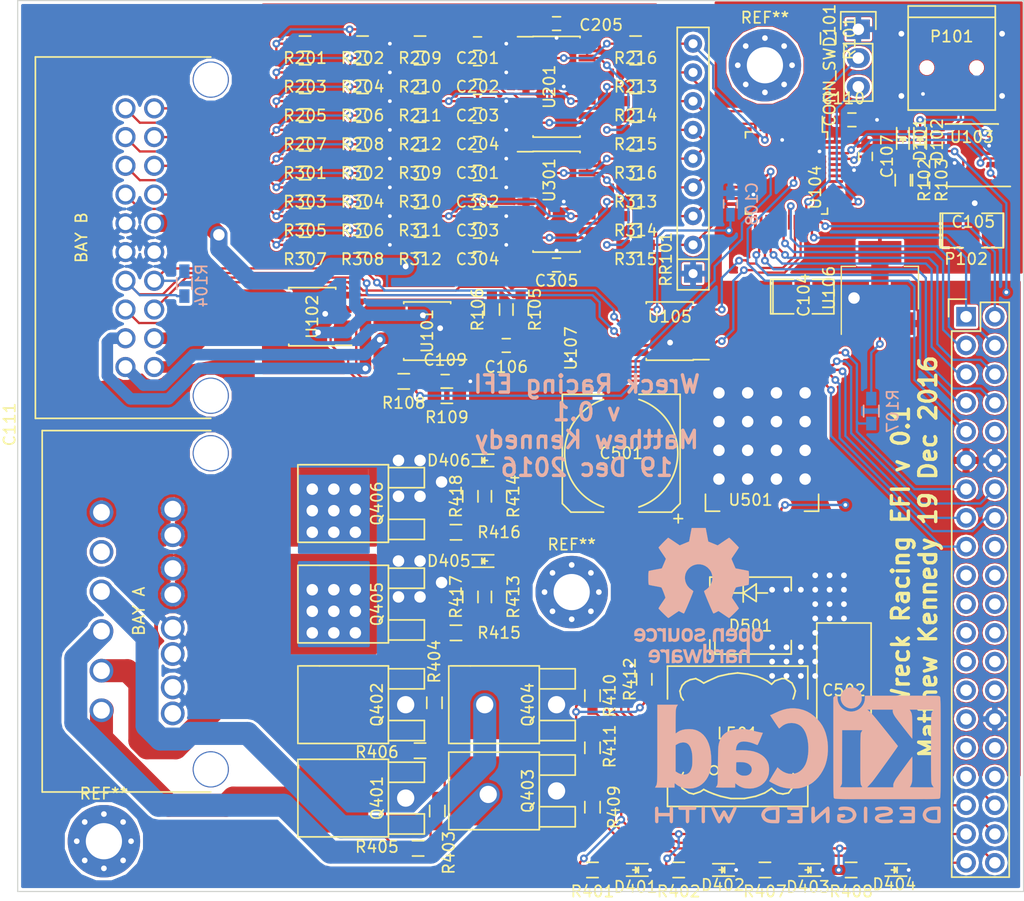
<source format=kicad_pcb>
(kicad_pcb (version 4) (host pcbnew 4.0.4-stable)
  (layers (0 F.Cu signal) (31 B.Cu signal) (34 B.Paste user hide) (35 F.Paste user) (36 B.SilkS user) (37 F.SilkS user) (38 B.Mask user) (39 F.Mask user) (44 Edge.Cuts user))
  (net 0 "")
  (net 1 GND)
  (net 2 +5V)
  (net 3 +3V3)
  (net 4 "Net-(C106-Pad1)")
  (net 5 "Net-(C106-Pad2)")
  (net 6 "Net-(C109-Pad1)")
  (net 7 inj_a)
  (net 8 inj_b)
  (net 9 +12V)
  (net 10 "Net-(C111-Pad5)")
  (net 11 ls_out_4)
  (net 12 ls_out_3)
  (net 13 ls_out_2)
  (net 14 ls_out_1)
  (net 15 IGN_A_OUT)
  (net 16 IGN_B_OUT)
  (net 17 VR-)
  (net 18 CANH)
  (net 19 AIN0)
  (net 20 AIN1)
  (net 21 AIN2)
  (net 22 AIN3)
  (net 23 IGN_C_OUT)
  (net 24 IGN_D_OUT)
  (net 25 VR+)
  (net 26 CANL)
  (net 27 AIN4)
  (net 28 AIN5)
  (net 29 AIN6)
  (net 30 AIN7)
  (net 31 "Net-(C201-Pad1)")
  (net 32 "Net-(C202-Pad1)")
  (net 33 "Net-(C203-Pad1)")
  (net 34 "Net-(C204-Pad1)")
  (net 35 "Net-(C301-Pad1)")
  (net 36 "Net-(C302-Pad1)")
  (net 37 "Net-(C303-Pad1)")
  (net 38 "Net-(C304-Pad1)")
  (net 39 "Net-(CONN_SWD101-Pad2)")
  (net 40 "Net-(CONN_SWD101-Pad3)")
  (net 41 "Net-(D101-Pad1)")
  (net 42 "Net-(D102-Pad1)")
  (net 43 "Net-(D401-Pad2)")
  (net 44 "Net-(D402-Pad2)")
  (net 45 "Net-(D403-Pad2)")
  (net 46 "Net-(D404-Pad2)")
  (net 47 "Net-(D405-Pad2)")
  (net 48 "Net-(D406-Pad2)")
  (net 49 "Net-(D501-Pad1)")
  (net 50 "Net-(P101-Pad2)")
  (net 51 "Net-(P101-Pad1)")
  (net 52 "Net-(P101-Pad3)")
  (net 53 FPGA_G1)
  (net 54 FPGA_G2)
  (net 55 FPGA_G3)
  (net 56 FPGA_G4)
  (net 57 FPGA_G5)
  (net 58 FPGA_SCK)
  (net 59 FPGA_MOSI)
  (net 60 FPGA_MISO)
  (net 61 INJ_A_IN)
  (net 62 INJ_B_IN)
  (net 63 VRIN)
  (net 64 "Net-(P102-Pad18)")
  (net 65 "Net-(P102-Pad19)")
  (net 66 "Net-(P102-Pad20)")
  (net 67 "Net-(P102-Pad21)")
  (net 68 "Net-(P102-Pad22)")
  (net 69 "Net-(P102-Pad23)")
  (net 70 "Net-(P102-Pad24)")
  (net 71 "Net-(P102-Pad25)")
  (net 72 "Net-(P102-Pad26)")
  (net 73 "Net-(P102-Pad27)")
  (net 74 "Net-(P102-Pad28)")
  (net 75 "Net-(P102-Pad29)")
  (net 76 "Net-(P102-Pad31)")
  (net 77 "Net-(P102-Pad32)")
  (net 78 "Net-(P102-Pad33)")
  (net 79 "Net-(P102-Pad34)")
  (net 80 IGN_C_IN)
  (net 81 IGN_D_IN)
  (net 82 IGN_A_IN)
  (net 83 IGN_B_IN)
  (net 84 "Net-(Q401-Pad1)")
  (net 85 "Net-(Q402-Pad1)")
  (net 86 "Net-(Q403-Pad1)")
  (net 87 "Net-(Q404-Pad1)")
  (net 88 "Net-(Q405-Pad1)")
  (net 89 "Net-(Q406-Pad1)")
  (net 90 "Net-(R213-Pad1)")
  (net 91 a1)
  (net 92 "Net-(R214-Pad1)")
  (net 93 a2)
  (net 94 "Net-(R215-Pad1)")
  (net 95 a3)
  (net 96 "Net-(R216-Pad1)")
  (net 97 a0)
  (net 98 "Net-(R313-Pad1)")
  (net 99 a5)
  (net 100 "Net-(R314-Pad1)")
  (net 101 a6)
  (net 102 "Net-(R315-Pad1)")
  (net 103 a7)
  (net 104 "Net-(R316-Pad1)")
  (net 105 a4)
  (net 106 ls_1)
  (net 107 ls_2)
  (net 108 ls_3)
  (net 109 ls_4)
  (net 110 "Net-(U101-Pad1)")
  (net 111 "Net-(U101-Pad8)")
  (net 112 "Net-(U102-Pad1)")
  (net 113 "Net-(U102-Pad8)")
  (net 114 ftdi_tx)
  (net 115 "Net-(U103-Pad2)")
  (net 116 ftdi_rx)
  (net 117 "Net-(U103-Pad6)")
  (net 118 "Net-(U103-Pad10)")
  (net 119 "Net-(U103-Pad11)")
  (net 120 "Net-(U103-Pad16)")
  (net 121 "Net-(U104-Pad2)")
  (net 122 "Net-(U104-Pad3)")
  (net 123 "Net-(U104-Pad4)")
  (net 124 "Net-(U104-Pad20)")
  (net 125 "Net-(U104-Pad21)")
  (net 126 "Net-(U104-Pad22)")
  (net 127 "Net-(U104-Pad25)")
  (net 128 CAN_RX)
  (net 129 CAN_TX)
  (net 130 "Net-(U104-Pad38)")
  (net 131 "Net-(U104-Pad39)")
  (net 132 "Net-(U107-Pad3)")
  (net 133 "Net-(U107-Pad8)")
  (net 134 "Net-(P102-Pad10)")
  (net 135 "Net-(U104-Pad40)")
  (net 136 "Net-(U104-Pad41)")
  (net 137 "Net-(U104-Pad42)")
  (net 138 "Net-(U104-Pad43)")
  (net 139 "Net-(P101-Pad4)")
  (net 140 FPGA_MCU_CLK)
  (net 141 "Net-(U104-Pad6)")
  (net 142 "Net-(D101-Pad2)")
  (net 143 "Net-(D102-Pad2)")
  (net 144 "Net-(R101-Pad2)")
  (net 145 "Net-(U103-Pad15)")
  (module Mounting_Holes:MountingHole_3.2mm_M3_Pad_Via (layer F.Cu) (at 117.542944 104.982944)
    (fp_text reference REF** (at 0 -4.2) (layer F.SilkS))
    (fp_text value MountingHole_3.2mm_M3_Pad_Via)
    (pad 1 thru_hole circle (at 0 0) (size 6.4 6.4) (drill 3.2) (layers *.Cu *.Mask))
    (pad "" thru_hole circle (at 2.4 0) (size 0.6 0.6) (drill 0.5) (layers *.Cu *.Mask))
    (pad "" thru_hole circle (at 1.697056 1.697056) (size 0.6 0.6) (drill 0.5) (layers *.Cu *.Mask))
    (pad "" thru_hole circle (at 0 2.4) (size 0.6 0.6) (drill 0.5) (layers *.Cu *.Mask))
    (pad "" thru_hole circle (at -1.697056 1.697056) (size 0.6 0.6) (drill 0.5) (layers *.Cu *.Mask))
    (pad "" thru_hole circle (at -2.4 0) (size 0.6 0.6) (drill 0.5) (layers *.Cu *.Mask))
    (pad "" thru_hole circle (at -1.697056 -1.697056) (size 0.6 0.6) (drill 0.5) (layers *.Cu *.Mask))
    (pad "" thru_hole circle (at 0 -2.4) (size 0.6 0.6) (drill 0.5) (layers *.Cu *.Mask))
    (pad "" thru_hole circle (at 1.697056 -1.697056) (size 0.6 0.6) (drill 0.5) (layers *.Cu *.Mask))
  )
  (module Mounting_Holes:MountingHole_3.2mm_M3_Pad_Via (layer F.Cu) (at 76.2 127)
    (fp_text reference REF** (at 0 -4.2) (layer F.SilkS))
    (fp_text value MountingHole_3.2mm_M3_Pad_Via)
    (pad 1 thru_hole circle (at 0 0) (size 6.4 6.4) (drill 3.2) (layers *.Cu *.Mask))
    (pad "" thru_hole circle (at 2.4 0) (size 0.6 0.6) (drill 0.5) (layers *.Cu *.Mask))
    (pad "" thru_hole circle (at 1.697056 1.697056) (size 0.6 0.6) (drill 0.5) (layers *.Cu *.Mask))
    (pad "" thru_hole circle (at 0 2.4) (size 0.6 0.6) (drill 0.5) (layers *.Cu *.Mask))
    (pad "" thru_hole circle (at -1.697056 1.697056) (size 0.6 0.6) (drill 0.5) (layers *.Cu *.Mask))
    (pad "" thru_hole circle (at -2.4 0) (size 0.6 0.6) (drill 0.5) (layers *.Cu *.Mask))
    (pad "" thru_hole circle (at -1.697056 -1.697056) (size 0.6 0.6) (drill 0.5) (layers *.Cu *.Mask))
    (pad "" thru_hole circle (at 0 -2.4) (size 0.6 0.6) (drill 0.5) (layers *.Cu *.Mask))
    (pad "" thru_hole circle (at 1.697056 -1.697056) (size 0.6 0.6) (drill 0.5) (layers *.Cu *.Mask))
  )
  (module Mounting_Holes:MountingHole_3.2mm_M3_Pad_Via (layer F.Cu) (at 134.62 58.42)
    (fp_text reference REF** (at 0 -4.2) (layer F.SilkS))
    (fp_text value MountingHole_3.2mm_M3_Pad_Via)
    (pad 1 thru_hole circle (at 0 0) (size 6.4 6.4) (drill 3.2) (layers *.Cu *.Mask))
    (pad "" thru_hole circle (at 2.4 0) (size 0.6 0.6) (drill 0.5) (layers *.Cu *.Mask))
    (pad "" thru_hole circle (at 1.697056 1.697056) (size 0.6 0.6) (drill 0.5) (layers *.Cu *.Mask))
    (pad "" thru_hole circle (at 0 2.4) (size 0.6 0.6) (drill 0.5) (layers *.Cu *.Mask))
    (pad "" thru_hole circle (at -1.697056 1.697056) (size 0.6 0.6) (drill 0.5) (layers *.Cu *.Mask))
    (pad "" thru_hole circle (at -2.4 0) (size 0.6 0.6) (drill 0.5) (layers *.Cu *.Mask))
    (pad "" thru_hole circle (at -1.697056 -1.697056) (size 0.6 0.6) (drill 0.5) (layers *.Cu *.Mask))
    (pad "" thru_hole circle (at 0 -2.4) (size 0.6 0.6) (drill 0.5) (layers *.Cu *.Mask))
    (pad "" thru_hole circle (at 1.697056 -1.697056) (size 0.6 0.6) (drill 0.5) (layers *.Cu *.Mask))
  )
  (module Choke_SMD:Choke_SMD_12x12mm_h6mm (layer F.Cu) (at 132.20954 117.729)
    (fp_text reference L501 (at 0 -0.254) (layer F.SilkS))
    (fp_text value 38uH)
    (pad 1 smd rect (at -4.95046 0) (size 2.90068 5.40004) (layers F.Cu F.Paste F.Mask) (net 49 "Net-(D501-Pad1)"))
    (pad 2 smd rect (at 4.95046 0) (size 2.90068 5.40004) (layers F.Cu F.Paste F.Mask) (net 2 +5V))
  )
  (module SMD_Packages:SMD-1210_Pol (layer F.Cu) (at 137.922 78.867)
    (fp_text reference C104 (at 0.127 -0.127 90) (layer F.SilkS))
    (fp_text value CP)
    (pad 1 smd rect (at -1.778 0) (size 1.778 2.794) (layers F.Cu F.Paste F.Mask) (net 2 +5V))
    (pad 2 smd rect (at 1.778 0) (size 1.778 2.794) (layers F.Cu F.Paste F.Mask) (net 1 GND))
  )
  (module SMD_Packages:SMD-1210_Pol (layer F.Cu) (at 152.908 73.025)
    (fp_text reference C105 (at 0.127 -0.762) (layer F.SilkS))
    (fp_text value 22uF)
    (pad 1 smd rect (at -1.778 0) (size 1.778 2.794) (layers F.Cu F.Paste F.Mask) (net 3 +3V3))
    (pad 2 smd rect (at 1.778 0) (size 1.778 2.794) (layers F.Cu F.Paste F.Mask) (net 1 GND))
  )
  (module Capacitors_SMD:C_0603_HandSoldering (layer F.Cu) (at 111.76 83.185 180)
    (fp_text reference C106 (at 0 -1.9 180) (layer F.SilkS))
    (fp_text value 1nF)
    (pad 1 smd rect (at -0.95 0 180) (size 1.2 0.75) (layers F.Cu F.Paste F.Mask) (net 4 "Net-(C106-Pad1)"))
    (pad 2 smd rect (at 0.95 0 180) (size 1.2 0.75) (layers F.Cu F.Paste F.Mask) (net 5 "Net-(C106-Pad2)"))
  )
  (module Capacitors_SMD:C_0603_HandSoldering (layer F.Cu) (at 109.22 56.515)
    (fp_text reference C201 (at 0 1.27) (layer F.SilkS))
    (fp_text value 0.01uF)
    (pad 1 smd rect (at -0.95 0) (size 1.2 0.75) (layers F.Cu F.Paste F.Mask) (net 31 "Net-(C201-Pad1)"))
    (pad 2 smd rect (at 0.95 0) (size 1.2 0.75) (layers F.Cu F.Paste F.Mask) (net 1 GND))
  )
  (module Capacitors_SMD:C_0603_HandSoldering (layer F.Cu) (at 109.22 59.055)
    (fp_text reference C202 (at 0 1.27) (layer F.SilkS))
    (fp_text value 0.01uF)
    (pad 1 smd rect (at -0.95 0) (size 1.2 0.75) (layers F.Cu F.Paste F.Mask) (net 32 "Net-(C202-Pad1)"))
    (pad 2 smd rect (at 0.95 0) (size 1.2 0.75) (layers F.Cu F.Paste F.Mask) (net 1 GND))
  )
  (module Capacitors_SMD:C_0603_HandSoldering (layer F.Cu) (at 109.22 61.595)
    (fp_text reference C203 (at 0 1.27) (layer F.SilkS))
    (fp_text value 0.01uF)
    (pad 1 smd rect (at -0.95 0) (size 1.2 0.75) (layers F.Cu F.Paste F.Mask) (net 33 "Net-(C203-Pad1)"))
    (pad 2 smd rect (at 0.95 0) (size 1.2 0.75) (layers F.Cu F.Paste F.Mask) (net 1 GND))
  )
  (module Capacitors_SMD:C_0603_HandSoldering (layer F.Cu) (at 109.22 64.135)
    (fp_text reference C204 (at 0 1.27) (layer F.SilkS))
    (fp_text value 0.01uF)
    (pad 1 smd rect (at -0.95 0) (size 1.2 0.75) (layers F.Cu F.Paste F.Mask) (net 34 "Net-(C204-Pad1)"))
    (pad 2 smd rect (at 0.95 0) (size 1.2 0.75) (layers F.Cu F.Paste F.Mask) (net 1 GND))
  )
  (module Capacitors_SMD:C_0603_HandSoldering (layer F.Cu) (at 116.205 54.737)
    (fp_text reference C205 (at 3.937 0.127) (layer F.SilkS))
    (fp_text value 0.1uF)
    (pad 1 smd rect (at -0.95 0) (size 1.2 0.75) (layers F.Cu F.Paste F.Mask) (net 2 +5V))
    (pad 2 smd rect (at 0.95 0) (size 1.2 0.75) (layers F.Cu F.Paste F.Mask) (net 1 GND))
  )
  (module Capacitors_SMD:C_0603_HandSoldering (layer F.Cu) (at 109.22 66.675)
    (fp_text reference C301 (at 0 1.27) (layer F.SilkS))
    (fp_text value 0.01uF)
    (pad 1 smd rect (at -0.95 0) (size 1.2 0.75) (layers F.Cu F.Paste F.Mask) (net 35 "Net-(C301-Pad1)"))
    (pad 2 smd rect (at 0.95 0) (size 1.2 0.75) (layers F.Cu F.Paste F.Mask) (net 1 GND))
  )
  (module Capacitors_SMD:C_0603_HandSoldering (layer F.Cu) (at 109.22 69.215)
    (fp_text reference C302 (at 0 1.27) (layer F.SilkS))
    (fp_text value 0.01uF)
    (pad 1 smd rect (at -0.95 0) (size 1.2 0.75) (layers F.Cu F.Paste F.Mask) (net 36 "Net-(C302-Pad1)"))
    (pad 2 smd rect (at 0.95 0) (size 1.2 0.75) (layers F.Cu F.Paste F.Mask) (net 1 GND))
  )
  (module Capacitors_SMD:C_0603_HandSoldering (layer F.Cu) (at 109.22 71.755)
    (fp_text reference C303 (at 0 1.27) (layer F.SilkS))
    (fp_text value 0.01uF)
    (pad 1 smd rect (at -0.95 0) (size 1.2 0.75) (layers F.Cu F.Paste F.Mask) (net 37 "Net-(C303-Pad1)"))
    (pad 2 smd rect (at 0.95 0) (size 1.2 0.75) (layers F.Cu F.Paste F.Mask) (net 1 GND))
  )
  (module Capacitors_SMD:C_0603_HandSoldering (layer F.Cu) (at 109.22 74.295)
    (fp_text reference C304 (at 0 1.27) (layer F.SilkS))
    (fp_text value 0.01uF)
    (pad 1 smd rect (at -0.95 0) (size 1.2 0.75) (layers F.Cu F.Paste F.Mask) (net 38 "Net-(C304-Pad1)"))
    (pad 2 smd rect (at 0.95 0) (size 1.2 0.75) (layers F.Cu F.Paste F.Mask) (net 1 GND))
  )
  (module Capacitors_SMD:C_0603_HandSoldering (layer F.Cu) (at 116.205 76.073)
    (fp_text reference C305 (at 0 1.397) (layer F.SilkS))
    (fp_text value 0.1uF)
    (pad 1 smd rect (at -0.95 0) (size 1.2 0.75) (layers F.Cu F.Paste F.Mask) (net 2 +5V))
    (pad 2 smd rect (at 0.95 0) (size 1.2 0.75) (layers F.Cu F.Paste F.Mask) (net 1 GND))
  )
  (module Capacitors_SMD:c_elec_10x10 (layer F.Cu) (at 121.92 92.71 90)
    (fp_text reference C501 (at 0 0 180) (layer F.SilkS))
    (fp_text value 330uF)
    (fp_text user + (at -5.7785 4.9657 90) (layer F.SilkS))
    (pad 1 smd rect (at -4 0 270) (size 4 2.5) (layers F.Cu F.Paste F.Mask) (net 9 +12V))
    (pad 2 smd rect (at 4 0 270) (size 4 2.5) (layers F.Cu F.Paste F.Mask) (net 1 GND))
  )
  (module Capacitors_Tantalum_SMD:Tantalum_Case-D_EIA-7343-31_Hand (layer F.Cu) (at 141.605 113.665 270)
    (fp_text reference C502 (at 0 0 360) (layer F.SilkS))
    (fp_text value 220uF)
    (pad 1 smd rect (at -3.775 0 270) (size 3.75 2.7) (layers F.Cu F.Paste F.Mask) (net 1 GND))
    (pad 2 smd rect (at 3.775 0 270) (size 3.75 2.7) (layers F.Cu F.Paste F.Mask) (net 2 +5V))
  )
  (module Pin_Headers:Pin_Header_Straight_1x03 (layer F.Cu) (at 142.875 55.245)
    (fp_text reference CONN_SWD101 (at -2.54 3.175 90) (layer F.SilkS))
    (fp_text value CONN_01X03)
    (pad 1 thru_hole rect (at 0 0) (size 2.032 1.7272) (drill 1.016) (layers *.Cu *.Mask) (net 1 GND))
    (pad 2 thru_hole oval (at 0 2.54) (size 2.032 1.7272) (drill 1.016) (layers *.Cu *.Mask) (net 39 "Net-(CONN_SWD101-Pad2)"))
    (pad 3 thru_hole oval (at 0 5.08) (size 2.032 1.7272) (drill 1.016) (layers *.Cu *.Mask) (net 40 "Net-(CONN_SWD101-Pad3)"))
  )
  (module LEDs:LED_0603 (layer F.Cu) (at 123.19 129.54 180)
    (fp_text reference D401 (at 0 -1.5 180) (layer F.SilkS))
    (fp_text value LED)
    (pad 2 smd rect (at 0.7493 0) (size 0.79756 0.79756) (layers F.Cu F.Paste F.Mask) (net 43 "Net-(D401-Pad2)"))
    (pad 1 smd rect (at -0.7493 0) (size 0.79756 0.79756) (layers F.Cu F.Paste F.Mask) (net 1 GND))
  )
  (module LEDs:LED_0603 (layer F.Cu) (at 130.81 129.54 180)
    (fp_text reference D402 (at -0.096229 -1.3318 180) (layer F.SilkS))
    (fp_text value LED)
    (pad 2 smd rect (at 0.7493 0) (size 0.79756 0.79756) (layers F.Cu F.Paste F.Mask) (net 44 "Net-(D402-Pad2)"))
    (pad 1 smd rect (at -0.7493 0) (size 0.79756 0.79756) (layers F.Cu F.Paste F.Mask) (net 1 GND))
  )
  (module LEDs:LED_0603 (layer F.Cu) (at 138.43 129.54 180)
    (fp_text reference D403 (at 0 -1.5 180) (layer F.SilkS))
    (fp_text value LED)
    (pad 2 smd rect (at 0.7493 0) (size 0.79756 0.79756) (layers F.Cu F.Paste F.Mask) (net 45 "Net-(D403-Pad2)"))
    (pad 1 smd rect (at -0.7493 0) (size 0.79756 0.79756) (layers F.Cu F.Paste F.Mask) (net 1 GND))
  )
  (module LEDs:LED_0603 (layer F.Cu) (at 146.05 129.54 180)
    (fp_text reference D404 (at 0 -1.27 180) (layer F.SilkS))
    (fp_text value LED)
    (pad 2 smd rect (at 0.7493 0) (size 0.79756 0.79756) (layers F.Cu F.Paste F.Mask) (net 46 "Net-(D404-Pad2)"))
    (pad 1 smd rect (at -0.7493 0) (size 0.79756 0.79756) (layers F.Cu F.Paste F.Mask) (net 1 GND))
  )
  (module LEDs:LED_0603 (layer F.Cu) (at 109.855 102.235)
    (fp_text reference D405 (at -3.175 0) (layer F.SilkS))
    (fp_text value LED)
    (pad 2 smd rect (at 0.7493 0 180) (size 0.79756 0.79756) (layers F.Cu F.Paste F.Mask) (net 47 "Net-(D405-Pad2)"))
    (pad 1 smd rect (at -0.7493 0 180) (size 0.79756 0.79756) (layers F.Cu F.Paste F.Mask) (net 1 GND))
  )
  (module LEDs:LED_0603 (layer F.Cu) (at 109.855 93.345)
    (fp_text reference D406 (at -3.175 0) (layer F.SilkS))
    (fp_text value LED)
    (pad 2 smd rect (at 0.7493 0 180) (size 0.79756 0.79756) (layers F.Cu F.Paste F.Mask) (net 48 "Net-(D406-Pad2)"))
    (pad 1 smd rect (at -0.7493 0 180) (size 0.79756 0.79756) (layers F.Cu F.Paste F.Mask) (net 1 GND))
  )
  (module Pin_Headers:Pin_Header_Straight_2x20 (layer F.Cu) (at 152.4 80.645)
    (fp_text reference P102 (at 0 -5.1) (layer F.SilkS))
    (fp_text value CONN_02X20)
    (pad 1 thru_hole rect (at 0 0) (size 1.7272 1.7272) (drill 1.016) (layers *.Cu *.Mask) (net 54 FPGA_G2))
    (pad 2 thru_hole oval (at 2.54 0) (size 1.7272 1.7272) (drill 1.016) (layers *.Cu *.Mask) (net 53 FPGA_G1))
    (pad 3 thru_hole oval (at 0 2.54) (size 1.7272 1.7272) (drill 1.016) (layers *.Cu *.Mask) (net 56 FPGA_G4))
    (pad 4 thru_hole oval (at 2.54 2.54) (size 1.7272 1.7272) (drill 1.016) (layers *.Cu *.Mask) (net 55 FPGA_G3))
    (pad 5 thru_hole oval (at 0 5.08) (size 1.7272 1.7272) (drill 1.016) (layers *.Cu *.Mask) (net 58 FPGA_SCK))
    (pad 6 thru_hole oval (at 2.54 5.08) (size 1.7272 1.7272) (drill 1.016) (layers *.Cu *.Mask) (net 57 FPGA_G5))
    (pad 7 thru_hole oval (at 0 7.62) (size 1.7272 1.7272) (drill 1.016) (layers *.Cu *.Mask) (net 60 FPGA_MISO))
    (pad 8 thru_hole oval (at 2.54 7.62) (size 1.7272 1.7272) (drill 1.016) (layers *.Cu *.Mask) (net 59 FPGA_MOSI))
    (pad 9 thru_hole oval (at 0 10.16) (size 1.7272 1.7272) (drill 1.016) (layers *.Cu *.Mask) (net 140 FPGA_MCU_CLK))
    (pad 10 thru_hole oval (at 2.54 10.16) (size 1.7272 1.7272) (drill 1.016) (layers *.Cu *.Mask) (net 134 "Net-(P102-Pad10)"))
    (pad 11 thru_hole oval (at 0 12.7) (size 1.7272 1.7272) (drill 1.016) (layers *.Cu *.Mask) (net 2 +5V))
    (pad 12 thru_hole oval (at 2.54 12.7) (size 1.7272 1.7272) (drill 1.016) (layers *.Cu *.Mask) (net 1 GND))
    (pad 13 thru_hole oval (at 0 15.24) (size 1.7272 1.7272) (drill 1.016) (layers *.Cu *.Mask) (net 63 VRIN))
    (pad 14 thru_hole oval (at 2.54 15.24) (size 1.7272 1.7272) (drill 1.016) (layers *.Cu *.Mask) (net 83 IGN_B_IN))
    (pad 15 thru_hole oval (at 0 17.78) (size 1.7272 1.7272) (drill 1.016) (layers *.Cu *.Mask) (net 82 IGN_A_IN))
    (pad 16 thru_hole oval (at 2.54 17.78) (size 1.7272 1.7272) (drill 1.016) (layers *.Cu *.Mask) (net 81 IGN_D_IN))
    (pad 17 thru_hole oval (at 0 20.32) (size 1.7272 1.7272) (drill 1.016) (layers *.Cu *.Mask) (net 80 IGN_C_IN))
    (pad 18 thru_hole oval (at 2.54 20.32) (size 1.7272 1.7272) (drill 1.016) (layers *.Cu *.Mask) (net 64 "Net-(P102-Pad18)"))
    (pad 19 thru_hole oval (at 0 22.86) (size 1.7272 1.7272) (drill 1.016) (layers *.Cu *.Mask) (net 65 "Net-(P102-Pad19)"))
    (pad 20 thru_hole oval (at 2.54 22.86) (size 1.7272 1.7272) (drill 1.016) (layers *.Cu *.Mask) (net 66 "Net-(P102-Pad20)"))
    (pad 21 thru_hole oval (at 0 25.4) (size 1.7272 1.7272) (drill 1.016) (layers *.Cu *.Mask) (net 67 "Net-(P102-Pad21)"))
    (pad 22 thru_hole oval (at 2.54 25.4) (size 1.7272 1.7272) (drill 1.016) (layers *.Cu *.Mask) (net 68 "Net-(P102-Pad22)"))
    (pad 23 thru_hole oval (at 0 27.94) (size 1.7272 1.7272) (drill 1.016) (layers *.Cu *.Mask) (net 69 "Net-(P102-Pad23)"))
    (pad 24 thru_hole oval (at 2.54 27.94) (size 1.7272 1.7272) (drill 1.016) (layers *.Cu *.Mask) (net 70 "Net-(P102-Pad24)"))
    (pad 25 thru_hole oval (at 0 30.48) (size 1.7272 1.7272) (drill 1.016) (layers *.Cu *.Mask) (net 71 "Net-(P102-Pad25)"))
    (pad 26 thru_hole oval (at 2.54 30.48) (size 1.7272 1.7272) (drill 1.016) (layers *.Cu *.Mask) (net 72 "Net-(P102-Pad26)"))
    (pad 27 thru_hole oval (at 0 33.02) (size 1.7272 1.7272) (drill 1.016) (layers *.Cu *.Mask) (net 73 "Net-(P102-Pad27)"))
    (pad 28 thru_hole oval (at 2.54 33.02) (size 1.7272 1.7272) (drill 1.016) (layers *.Cu *.Mask) (net 74 "Net-(P102-Pad28)"))
    (pad 29 thru_hole oval (at 0 35.56) (size 1.7272 1.7272) (drill 1.016) (layers *.Cu *.Mask) (net 75 "Net-(P102-Pad29)"))
    (pad 30 thru_hole oval (at 2.54 35.56) (size 1.7272 1.7272) (drill 1.016) (layers *.Cu *.Mask) (net 1 GND))
    (pad 31 thru_hole oval (at 0 38.1) (size 1.7272 1.7272) (drill 1.016) (layers *.Cu *.Mask) (net 76 "Net-(P102-Pad31)"))
    (pad 32 thru_hole oval (at 2.54 38.1) (size 1.7272 1.7272) (drill 1.016) (layers *.Cu *.Mask) (net 77 "Net-(P102-Pad32)"))
    (pad 33 thru_hole oval (at 0 40.64) (size 1.7272 1.7272) (drill 1.016) (layers *.Cu *.Mask) (net 78 "Net-(P102-Pad33)"))
    (pad 34 thru_hole oval (at 2.54 40.64) (size 1.7272 1.7272) (drill 1.016) (layers *.Cu *.Mask) (net 79 "Net-(P102-Pad34)"))
    (pad 35 thru_hole oval (at 0 43.18) (size 1.7272 1.7272) (drill 1.016) (layers *.Cu *.Mask) (net 61 INJ_A_IN))
    (pad 36 thru_hole oval (at 2.54 43.18) (size 1.7272 1.7272) (drill 1.016) (layers *.Cu *.Mask) (net 62 INJ_B_IN))
    (pad 37 thru_hole oval (at 0 45.72) (size 1.7272 1.7272) (drill 1.016) (layers *.Cu *.Mask) (net 106 ls_1))
    (pad 38 thru_hole oval (at 2.54 45.72) (size 1.7272 1.7272) (drill 1.016) (layers *.Cu *.Mask) (net 107 ls_2))
    (pad 39 thru_hole oval (at 0 48.26) (size 1.7272 1.7272) (drill 1.016) (layers *.Cu *.Mask) (net 108 ls_3))
    (pad 40 thru_hole oval (at 2.54 48.26) (size 1.7272 1.7272) (drill 1.016) (layers *.Cu *.Mask) (net 109 ls_4))
  )
  (module TO_SOT_Packages_SMD:TO-252-2Lead (layer F.Cu) (at 102.87 123.19 90)
    (fp_text reference Q401 (at 0 -2.54 90) (layer F.SilkS))
    (fp_text value IRF540N)
    (pad 1 smd rect (at -2.286 0 90) (size 1.651 3.048) (layers F.Cu F.Paste F.Mask) (net 84 "Net-(Q401-Pad1)"))
    (pad 2 smd rect (at 0 -6.35 90) (size 6.096 6.096) (layers F.Cu F.Paste F.Mask) (net 14 ls_out_1))
    (pad 3 smd rect (at 2.286 0 90) (size 1.651 3.048) (layers F.Cu F.Paste F.Mask) (net 1 GND))
  )
  (module TO_SOT_Packages_SMD:TO-252-2Lead (layer F.Cu) (at 102.87 114.935 90)
    (fp_text reference Q402 (at 0 -2.54 90) (layer F.SilkS))
    (fp_text value IRF540N)
    (pad 1 smd rect (at -2.286 0 90) (size 1.651 3.048) (layers F.Cu F.Paste F.Mask) (net 85 "Net-(Q402-Pad1)"))
    (pad 2 smd rect (at 0 -6.35 90) (size 6.096 6.096) (layers F.Cu F.Paste F.Mask) (net 13 ls_out_2))
    (pad 3 smd rect (at 2.286 0 90) (size 1.651 3.048) (layers F.Cu F.Paste F.Mask) (net 1 GND))
  )
  (module TO_SOT_Packages_SMD:TO-252-2Lead (layer F.Cu) (at 116.205 122.555 90)
    (fp_text reference Q403 (at 0 -2.54 90) (layer F.SilkS))
    (fp_text value IRF540N)
    (pad 1 smd rect (at -2.286 0 90) (size 1.651 3.048) (layers F.Cu F.Paste F.Mask) (net 86 "Net-(Q403-Pad1)"))
    (pad 2 smd rect (at 0 -6.35 90) (size 6.096 6.096) (layers F.Cu F.Paste F.Mask) (net 12 ls_out_3))
    (pad 3 smd rect (at 2.286 0 90) (size 1.651 3.048) (layers F.Cu F.Paste F.Mask) (net 1 GND))
  )
  (module TO_SOT_Packages_SMD:TO-252-2Lead (layer F.Cu) (at 116.205 114.935 90)
    (fp_text reference Q404 (at 0 -2.54 90) (layer F.SilkS))
    (fp_text value IRF540N)
    (pad 1 smd rect (at -2.286 0 90) (size 1.651 3.048) (layers F.Cu F.Paste F.Mask) (net 87 "Net-(Q404-Pad1)"))
    (pad 2 smd rect (at 0 -6.35 90) (size 6.096 6.096) (layers F.Cu F.Paste F.Mask) (net 11 ls_out_4))
    (pad 3 smd rect (at 2.286 0 90) (size 1.651 3.048) (layers F.Cu F.Paste F.Mask) (net 1 GND))
  )
  (module TO_SOT_Packages_SMD:TO-252-2Lead (layer F.Cu) (at 102.87 106.045 90)
    (fp_text reference Q405 (at 0 -2.54 90) (layer F.SilkS))
    (fp_text value IRF540N)
    (pad 1 smd rect (at -2.286 0 90) (size 1.651 3.048) (layers F.Cu F.Paste F.Mask) (net 88 "Net-(Q405-Pad1)"))
    (pad 2 smd rect (at 0 -6.35 90) (size 6.096 6.096) (layers F.Cu F.Paste F.Mask) (net 7 inj_a))
    (pad 3 smd rect (at 2.286 0 90) (size 1.651 3.048) (layers F.Cu F.Paste F.Mask) (net 1 GND))
  )
  (module TO_SOT_Packages_SMD:TO-252-2Lead (layer F.Cu) (at 102.87 97.155 90)
    (fp_text reference Q406 (at 0 -2.54 90) (layer F.SilkS))
    (fp_text value IRF540N)
    (pad 1 smd rect (at -2.286 0 90) (size 1.651 3.048) (layers F.Cu F.Paste F.Mask) (net 89 "Net-(Q406-Pad1)"))
    (pad 2 smd rect (at 0 -6.35 90) (size 6.096 6.096) (layers F.Cu F.Paste F.Mask) (net 8 inj_b))
    (pad 3 smd rect (at 2.286 0 90) (size 1.651 3.048) (layers F.Cu F.Paste F.Mask) (net 1 GND))
  )
  (module Resistors_SMD:R_0603_HandSoldering (layer F.Cu) (at 113.03 80.01 90)
    (fp_text reference R105 (at 0 1.27 270) (layer F.SilkS))
    (fp_text value 10k)
    (pad 1 smd rect (at -1.1 0 90) (size 1.2 0.9) (layers F.Cu F.Paste F.Mask) (net 4 "Net-(C106-Pad1)"))
    (pad 2 smd rect (at 1.1 0 90) (size 1.2 0.9) (layers F.Cu F.Paste F.Mask) (net 25 VR+))
  )
  (module Resistors_SMD:R_0603_HandSoldering (layer F.Cu) (at 110.49 80.01 90)
    (fp_text reference R106 (at 0 -1.27 90) (layer F.SilkS))
    (fp_text value 10k)
    (pad 1 smd rect (at -1.1 0 90) (size 1.2 0.9) (layers F.Cu F.Paste F.Mask) (net 5 "Net-(C106-Pad2)"))
    (pad 2 smd rect (at 1.1 0 90) (size 1.2 0.9) (layers F.Cu F.Paste F.Mask) (net 17 VR-))
  )
  (module Resistors_SMD:R_0603_HandSoldering (layer F.Cu) (at 93.98 56.515)
    (fp_text reference R201 (at 0 1.27) (layer F.SilkS))
    (fp_text value R)
    (pad 1 smd rect (at -1.1 0) (size 1.2 0.9) (layers F.Cu F.Paste F.Mask) (net 19 AIN0))
    (pad 2 smd rect (at 1.1 0) (size 1.2 0.9) (layers F.Cu F.Paste F.Mask) (net 2 +5V))
  )
  (module Resistors_SMD:R_0603_HandSoldering (layer F.Cu) (at 99.06 56.515 180)
    (fp_text reference R202 (at 0 -1.27 180) (layer F.SilkS))
    (fp_text value R)
    (pad 1 smd rect (at -1.1 0 180) (size 1.2 0.9) (layers F.Cu F.Paste F.Mask) (net 1 GND))
    (pad 2 smd rect (at 1.1 0 180) (size 1.2 0.9) (layers F.Cu F.Paste F.Mask) (net 19 AIN0))
  )
  (module Resistors_SMD:R_0603_HandSoldering (layer F.Cu) (at 93.98 59.055)
    (fp_text reference R203 (at 0 1.27) (layer F.SilkS))
    (fp_text value R)
    (pad 1 smd rect (at -1.1 0) (size 1.2 0.9) (layers F.Cu F.Paste F.Mask) (net 20 AIN1))
    (pad 2 smd rect (at 1.1 0) (size 1.2 0.9) (layers F.Cu F.Paste F.Mask) (net 2 +5V))
  )
  (module Resistors_SMD:R_0603_HandSoldering (layer F.Cu) (at 99.06 59.055 180)
    (fp_text reference R204 (at 0 -1.27 180) (layer F.SilkS))
    (fp_text value R)
    (pad 1 smd rect (at -1.1 0 180) (size 1.2 0.9) (layers F.Cu F.Paste F.Mask) (net 1 GND))
    (pad 2 smd rect (at 1.1 0 180) (size 1.2 0.9) (layers F.Cu F.Paste F.Mask) (net 20 AIN1))
  )
  (module Resistors_SMD:R_0603_HandSoldering (layer F.Cu) (at 93.98 61.595)
    (fp_text reference R205 (at 0 1.27) (layer F.SilkS))
    (fp_text value R)
    (pad 1 smd rect (at -1.1 0) (size 1.2 0.9) (layers F.Cu F.Paste F.Mask) (net 21 AIN2))
    (pad 2 smd rect (at 1.1 0) (size 1.2 0.9) (layers F.Cu F.Paste F.Mask) (net 2 +5V))
  )
  (module Resistors_SMD:R_0603_HandSoldering (layer F.Cu) (at 99.06 61.595 180)
    (fp_text reference R206 (at 0 -1.27 180) (layer F.SilkS))
    (fp_text value R)
    (pad 1 smd rect (at -1.1 0 180) (size 1.2 0.9) (layers F.Cu F.Paste F.Mask) (net 1 GND))
    (pad 2 smd rect (at 1.1 0 180) (size 1.2 0.9) (layers F.Cu F.Paste F.Mask) (net 21 AIN2))
  )
  (module Resistors_SMD:R_0603_HandSoldering (layer F.Cu) (at 93.98 64.135)
    (fp_text reference R207 (at 0 1.27) (layer F.SilkS))
    (fp_text value R)
    (pad 1 smd rect (at -1.1 0) (size 1.2 0.9) (layers F.Cu F.Paste F.Mask) (net 22 AIN3))
    (pad 2 smd rect (at 1.1 0) (size 1.2 0.9) (layers F.Cu F.Paste F.Mask) (net 2 +5V))
  )
  (module Resistors_SMD:R_0603_HandSoldering (layer F.Cu) (at 99.06 64.135 180)
    (fp_text reference R208 (at 0 -1.27 180) (layer F.SilkS))
    (fp_text value R)
    (pad 1 smd rect (at -1.1 0 180) (size 1.2 0.9) (layers F.Cu F.Paste F.Mask) (net 1 GND))
    (pad 2 smd rect (at 1.1 0 180) (size 1.2 0.9) (layers F.Cu F.Paste F.Mask) (net 22 AIN3))
  )
  (module Resistors_SMD:R_0603_HandSoldering (layer F.Cu) (at 104.14 56.515 180)
    (fp_text reference R209 (at 0 -1.27 180) (layer F.SilkS))
    (fp_text value 10k)
    (pad 1 smd rect (at -1.1 0 180) (size 1.2 0.9) (layers F.Cu F.Paste F.Mask) (net 31 "Net-(C201-Pad1)"))
    (pad 2 smd rect (at 1.1 0 180) (size 1.2 0.9) (layers F.Cu F.Paste F.Mask) (net 19 AIN0))
  )
  (module Resistors_SMD:R_0603_HandSoldering (layer F.Cu) (at 104.14 59.055 180)
    (fp_text reference R210 (at 0 -1.27 180) (layer F.SilkS))
    (fp_text value 10k)
    (pad 1 smd rect (at -1.1 0 180) (size 1.2 0.9) (layers F.Cu F.Paste F.Mask) (net 32 "Net-(C202-Pad1)"))
    (pad 2 smd rect (at 1.1 0 180) (size 1.2 0.9) (layers F.Cu F.Paste F.Mask) (net 20 AIN1))
  )
  (module Resistors_SMD:R_0603_HandSoldering (layer F.Cu) (at 104.14 61.595 180)
    (fp_text reference R211 (at 0 -1.27 180) (layer F.SilkS))
    (fp_text value 10k)
    (pad 1 smd rect (at -1.1 0 180) (size 1.2 0.9) (layers F.Cu F.Paste F.Mask) (net 33 "Net-(C203-Pad1)"))
    (pad 2 smd rect (at 1.1 0 180) (size 1.2 0.9) (layers F.Cu F.Paste F.Mask) (net 21 AIN2))
  )
  (module Resistors_SMD:R_0603_HandSoldering (layer F.Cu) (at 104.14 64.135 180)
    (fp_text reference R212 (at 0 -1.27 180) (layer F.SilkS))
    (fp_text value 10k)
    (pad 1 smd rect (at -1.1 0 180) (size 1.2 0.9) (layers F.Cu F.Paste F.Mask) (net 34 "Net-(C204-Pad1)"))
    (pad 2 smd rect (at 1.1 0 180) (size 1.2 0.9) (layers F.Cu F.Paste F.Mask) (net 22 AIN3))
  )
  (module Resistors_SMD:R_0603_HandSoldering (layer F.Cu) (at 123.19 59.055)
    (fp_text reference R213 (at 0 1.27) (layer F.SilkS))
    (fp_text value 1500)
    (pad 1 smd rect (at -1.1 0) (size 1.2 0.9) (layers F.Cu F.Paste F.Mask) (net 90 "Net-(R213-Pad1)"))
    (pad 2 smd rect (at 1.1 0) (size 1.2 0.9) (layers F.Cu F.Paste F.Mask) (net 91 a1))
  )
  (module Resistors_SMD:R_0603_HandSoldering (layer F.Cu) (at 123.19 61.595)
    (fp_text reference R214 (at 0 1.27) (layer F.SilkS))
    (fp_text value 1500)
    (pad 1 smd rect (at -1.1 0) (size 1.2 0.9) (layers F.Cu F.Paste F.Mask) (net 92 "Net-(R214-Pad1)"))
    (pad 2 smd rect (at 1.1 0) (size 1.2 0.9) (layers F.Cu F.Paste F.Mask) (net 93 a2))
  )
  (module Resistors_SMD:R_0603_HandSoldering (layer F.Cu) (at 123.19 64.135)
    (fp_text reference R215 (at 0 1.27) (layer F.SilkS))
    (fp_text value 1500)
    (pad 1 smd rect (at -1.1 0) (size 1.2 0.9) (layers F.Cu F.Paste F.Mask) (net 94 "Net-(R215-Pad1)"))
    (pad 2 smd rect (at 1.1 0) (size 1.2 0.9) (layers F.Cu F.Paste F.Mask) (net 95 a3))
  )
  (module Resistors_SMD:R_0603_HandSoldering (layer F.Cu) (at 123.19 56.515)
    (fp_text reference R216 (at 0 1.27) (layer F.SilkS))
    (fp_text value 1500)
    (pad 1 smd rect (at -1.1 0) (size 1.2 0.9) (layers F.Cu F.Paste F.Mask) (net 96 "Net-(R216-Pad1)"))
    (pad 2 smd rect (at 1.1 0) (size 1.2 0.9) (layers F.Cu F.Paste F.Mask) (net 97 a0))
  )
  (module Resistors_SMD:R_0603_HandSoldering (layer F.Cu) (at 93.98 66.675)
    (fp_text reference R301 (at 0 1.27) (layer F.SilkS))
    (fp_text value R)
    (pad 1 smd rect (at -1.1 0) (size 1.2 0.9) (layers F.Cu F.Paste F.Mask) (net 27 AIN4))
    (pad 2 smd rect (at 1.1 0) (size 1.2 0.9) (layers F.Cu F.Paste F.Mask) (net 2 +5V))
  )
  (module Resistors_SMD:R_0603_HandSoldering (layer F.Cu) (at 99.06 66.675 180)
    (fp_text reference R302 (at 0 -1.27 180) (layer F.SilkS))
    (fp_text value R)
    (pad 1 smd rect (at -1.1 0 180) (size 1.2 0.9) (layers F.Cu F.Paste F.Mask) (net 1 GND))
    (pad 2 smd rect (at 1.1 0 180) (size 1.2 0.9) (layers F.Cu F.Paste F.Mask) (net 27 AIN4))
  )
  (module Resistors_SMD:R_0603_HandSoldering (layer F.Cu) (at 93.98 69.215)
    (fp_text reference R303 (at 0 1.27) (layer F.SilkS))
    (fp_text value R)
    (pad 1 smd rect (at -1.1 0) (size 1.2 0.9) (layers F.Cu F.Paste F.Mask) (net 28 AIN5))
    (pad 2 smd rect (at 1.1 0) (size 1.2 0.9) (layers F.Cu F.Paste F.Mask) (net 2 +5V))
  )
  (module Resistors_SMD:R_0603_HandSoldering (layer F.Cu) (at 99.06 69.215 180)
    (fp_text reference R304 (at 0 -1.27 180) (layer F.SilkS))
    (fp_text value R)
    (pad 1 smd rect (at -1.1 0 180) (size 1.2 0.9) (layers F.Cu F.Paste F.Mask) (net 1 GND))
    (pad 2 smd rect (at 1.1 0 180) (size 1.2 0.9) (layers F.Cu F.Paste F.Mask) (net 28 AIN5))
  )
  (module Resistors_SMD:R_0603_HandSoldering (layer F.Cu) (at 93.98 71.755)
    (fp_text reference R305 (at 0 1.27) (layer F.SilkS))
    (fp_text value R)
    (pad 1 smd rect (at -1.1 0) (size 1.2 0.9) (layers F.Cu F.Paste F.Mask) (net 29 AIN6))
    (pad 2 smd rect (at 1.1 0) (size 1.2 0.9) (layers F.Cu F.Paste F.Mask) (net 2 +5V))
  )
  (module Resistors_SMD:R_0603_HandSoldering (layer F.Cu) (at 99.06 71.755 180)
    (fp_text reference R306 (at 0 -1.27 180) (layer F.SilkS))
    (fp_text value R)
    (pad 1 smd rect (at -1.1 0 180) (size 1.2 0.9) (layers F.Cu F.Paste F.Mask) (net 1 GND))
    (pad 2 smd rect (at 1.1 0 180) (size 1.2 0.9) (layers F.Cu F.Paste F.Mask) (net 29 AIN6))
  )
  (module Resistors_SMD:R_0603_HandSoldering (layer F.Cu) (at 93.98 74.295)
    (fp_text reference R307 (at 0 1.27) (layer F.SilkS))
    (fp_text value R)
    (pad 1 smd rect (at -1.1 0) (size 1.2 0.9) (layers F.Cu F.Paste F.Mask) (net 30 AIN7))
    (pad 2 smd rect (at 1.1 0) (size 1.2 0.9) (layers F.Cu F.Paste F.Mask) (net 2 +5V))
  )
  (module Resistors_SMD:R_0603_HandSoldering (layer F.Cu) (at 99.06 74.295 180)
    (fp_text reference R308 (at 0 -1.27 180) (layer F.SilkS))
    (fp_text value R)
    (pad 1 smd rect (at -1.1 0 180) (size 1.2 0.9) (layers F.Cu F.Paste F.Mask) (net 1 GND))
    (pad 2 smd rect (at 1.1 0 180) (size 1.2 0.9) (layers F.Cu F.Paste F.Mask) (net 30 AIN7))
  )
  (module Resistors_SMD:R_0603_HandSoldering (layer F.Cu) (at 104.14 66.675 180)
    (fp_text reference R309 (at 0 -1.27 180) (layer F.SilkS))
    (fp_text value 10k)
    (pad 1 smd rect (at -1.1 0 180) (size 1.2 0.9) (layers F.Cu F.Paste F.Mask) (net 35 "Net-(C301-Pad1)"))
    (pad 2 smd rect (at 1.1 0 180) (size 1.2 0.9) (layers F.Cu F.Paste F.Mask) (net 27 AIN4))
  )
  (module Resistors_SMD:R_0603_HandSoldering (layer F.Cu) (at 104.14 69.215 180)
    (fp_text reference R310 (at 0 -1.27 180) (layer F.SilkS))
    (fp_text value 10k)
    (pad 1 smd rect (at -1.1 0 180) (size 1.2 0.9) (layers F.Cu F.Paste F.Mask) (net 36 "Net-(C302-Pad1)"))
    (pad 2 smd rect (at 1.1 0 180) (size 1.2 0.9) (layers F.Cu F.Paste F.Mask) (net 28 AIN5))
  )
  (module Resistors_SMD:R_0603_HandSoldering (layer F.Cu) (at 104.14 71.755 180)
    (fp_text reference R311 (at 0 -1.27 180) (layer F.SilkS))
    (fp_text value 10k)
    (pad 1 smd rect (at -1.1 0 180) (size 1.2 0.9) (layers F.Cu F.Paste F.Mask) (net 37 "Net-(C303-Pad1)"))
    (pad 2 smd rect (at 1.1 0 180) (size 1.2 0.9) (layers F.Cu F.Paste F.Mask) (net 29 AIN6))
  )
  (module Resistors_SMD:R_0603_HandSoldering (layer F.Cu) (at 104.14 74.295 180)
    (fp_text reference R312 (at 0 -1.27 180) (layer F.SilkS))
    (fp_text value 10k)
    (pad 1 smd rect (at -1.1 0 180) (size 1.2 0.9) (layers F.Cu F.Paste F.Mask) (net 38 "Net-(C304-Pad1)"))
    (pad 2 smd rect (at 1.1 0 180) (size 1.2 0.9) (layers F.Cu F.Paste F.Mask) (net 30 AIN7))
  )
  (module Resistors_SMD:R_0603_HandSoldering (layer F.Cu) (at 123.19 69.215)
    (fp_text reference R313 (at 0 1.27) (layer F.SilkS))
    (fp_text value 1500)
    (pad 1 smd rect (at -1.1 0) (size 1.2 0.9) (layers F.Cu F.Paste F.Mask) (net 98 "Net-(R313-Pad1)"))
    (pad 2 smd rect (at 1.1 0) (size 1.2 0.9) (layers F.Cu F.Paste F.Mask) (net 99 a5))
  )
  (module Resistors_SMD:R_0603_HandSoldering (layer F.Cu) (at 123.19 71.755)
    (fp_text reference R314 (at 0 1.27) (layer F.SilkS))
    (fp_text value 1500)
    (pad 1 smd rect (at -1.1 0) (size 1.2 0.9) (layers F.Cu F.Paste F.Mask) (net 100 "Net-(R314-Pad1)"))
    (pad 2 smd rect (at 1.1 0) (size 1.2 0.9) (layers F.Cu F.Paste F.Mask) (net 101 a6))
  )
  (module Resistors_SMD:R_0603_HandSoldering (layer F.Cu) (at 123.19 74.295)
    (fp_text reference R315 (at 0 1.27) (layer F.SilkS))
    (fp_text value 1500)
    (pad 1 smd rect (at -1.1 0) (size 1.2 0.9) (layers F.Cu F.Paste F.Mask) (net 102 "Net-(R315-Pad1)"))
    (pad 2 smd rect (at 1.1 0) (size 1.2 0.9) (layers F.Cu F.Paste F.Mask) (net 103 a7))
  )
  (module Resistors_SMD:R_0603_HandSoldering (layer F.Cu) (at 123.19 66.675)
    (fp_text reference R316 (at 0 1.27) (layer F.SilkS))
    (fp_text value 1500)
    (pad 1 smd rect (at -1.1 0) (size 1.2 0.9) (layers F.Cu F.Paste F.Mask) (net 104 "Net-(R316-Pad1)"))
    (pad 2 smd rect (at 1.1 0) (size 1.2 0.9) (layers F.Cu F.Paste F.Mask) (net 105 a4))
  )
  (module Resistors_SMD:R_0603_HandSoldering (layer F.Cu) (at 119.38 129.54 180)
    (fp_text reference R401 (at 0 -1.9 180) (layer F.SilkS))
    (fp_text value 1k)
    (pad 1 smd rect (at -1.1 0 180) (size 1.2 0.9) (layers F.Cu F.Paste F.Mask) (net 43 "Net-(D401-Pad2)"))
    (pad 2 smd rect (at 1.1 0 180) (size 1.2 0.9) (layers F.Cu F.Paste F.Mask) (net 106 ls_1))
  )
  (module Resistors_SMD:R_0603_HandSoldering (layer F.Cu) (at 127 129.54 180)
    (fp_text reference R402 (at 0 -1.9 180) (layer F.SilkS))
    (fp_text value 1k)
    (pad 1 smd rect (at -1.1 0 180) (size 1.2 0.9) (layers F.Cu F.Paste F.Mask) (net 44 "Net-(D402-Pad2)"))
    (pad 2 smd rect (at 1.1 0 180) (size 1.2 0.9) (layers F.Cu F.Paste F.Mask) (net 107 ls_2))
  )
  (module Resistors_SMD:R_0603_HandSoldering (layer F.Cu) (at 105.664 124.333 90)
    (fp_text reference R403 (at -3.683 1.016 90) (layer F.SilkS))
    (fp_text value 20)
    (pad 1 smd rect (at -1.1 0 90) (size 1.2 0.9) (layers F.Cu F.Paste F.Mask) (net 84 "Net-(Q401-Pad1)"))
    (pad 2 smd rect (at 1.1 0 90) (size 1.2 0.9) (layers F.Cu F.Paste F.Mask) (net 106 ls_1))
  )
  (module Resistors_SMD:R_0603_HandSoldering (layer F.Cu) (at 105.41 114.765 90)
    (fp_text reference R404 (at 3.64 0 90) (layer F.SilkS))
    (fp_text value 20)
    (pad 1 smd rect (at -1.1 0 90) (size 1.2 0.9) (layers F.Cu F.Paste F.Mask) (net 85 "Net-(Q402-Pad1)"))
    (pad 2 smd rect (at 1.1 0 90) (size 1.2 0.9) (layers F.Cu F.Paste F.Mask) (net 107 ls_2))
  )
  (module Resistors_SMD:R_0603_HandSoldering (layer F.Cu) (at 103.97 127.635 180)
    (fp_text reference R405 (at 3.64 0.127 180) (layer F.SilkS))
    (fp_text value 20k)
    (pad 1 smd rect (at -1.1 0 180) (size 1.2 0.9) (layers F.Cu F.Paste F.Mask) (net 84 "Net-(Q401-Pad1)"))
    (pad 2 smd rect (at 1.1 0 180) (size 1.2 0.9) (layers F.Cu F.Paste F.Mask) (net 1 GND))
  )
  (module Resistors_SMD:R_0603_HandSoldering (layer F.Cu) (at 104.14 118.999)
    (fp_text reference R406 (at -3.81 0.127) (layer F.SilkS))
    (fp_text value 20k)
    (pad 1 smd rect (at -1.1 0) (size 1.2 0.9) (layers F.Cu F.Paste F.Mask) (net 85 "Net-(Q402-Pad1)"))
    (pad 2 smd rect (at 1.1 0) (size 1.2 0.9) (layers F.Cu F.Paste F.Mask) (net 1 GND))
  )
  (module Resistors_SMD:R_0603_HandSoldering (layer F.Cu) (at 134.62 129.54 180)
    (fp_text reference R407 (at 0 -1.9 180) (layer F.SilkS))
    (fp_text value 1k)
    (pad 1 smd rect (at -1.1 0 180) (size 1.2 0.9) (layers F.Cu F.Paste F.Mask) (net 45 "Net-(D403-Pad2)"))
    (pad 2 smd rect (at 1.1 0 180) (size 1.2 0.9) (layers F.Cu F.Paste F.Mask) (net 108 ls_3))
  )
  (module Resistors_SMD:R_0603_HandSoldering (layer F.Cu) (at 142.24 129.54 180)
    (fp_text reference R408 (at 0 -1.9 180) (layer F.SilkS))
    (fp_text value 1k)
    (pad 1 smd rect (at -1.1 0 180) (size 1.2 0.9) (layers F.Cu F.Paste F.Mask) (net 46 "Net-(D404-Pad2)"))
    (pad 2 smd rect (at 1.1 0 180) (size 1.2 0.9) (layers F.Cu F.Paste F.Mask) (net 109 ls_4))
  )
  (module Resistors_SMD:R_0603_HandSoldering (layer F.Cu) (at 119.38 123.995 270)
    (fp_text reference R409 (at 0 -1.9 270) (layer F.SilkS))
    (fp_text value 20)
    (pad 1 smd rect (at -1.1 0 270) (size 1.2 0.9) (layers F.Cu F.Paste F.Mask) (net 86 "Net-(Q403-Pad1)"))
    (pad 2 smd rect (at 1.1 0 270) (size 1.2 0.9) (layers F.Cu F.Paste F.Mask) (net 108 ls_3))
  )
  (module Resistors_SMD:R_0603_HandSoldering (layer F.Cu) (at 119.38 114.13 270)
    (fp_text reference R410 (at 0 -1.524 270) (layer F.SilkS))
    (fp_text value 20)
    (pad 1 smd rect (at -1.1 0 270) (size 1.2 0.9) (layers F.Cu F.Paste F.Mask) (net 87 "Net-(Q404-Pad1)"))
    (pad 2 smd rect (at 1.1 0 270) (size 1.2 0.9) (layers F.Cu F.Paste F.Mask) (net 109 ls_4))
  )
  (module Resistors_SMD:R_0603_HandSoldering (layer F.Cu) (at 119.38 118.745 90)
    (fp_text reference R411 (at 0.127 1.524 90) (layer F.SilkS))
    (fp_text value 20k)
    (pad 1 smd rect (at -1.1 0 90) (size 1.2 0.9) (layers F.Cu F.Paste F.Mask) (net 86 "Net-(Q403-Pad1)"))
    (pad 2 smd rect (at 1.1 0 90) (size 1.2 0.9) (layers F.Cu F.Paste F.Mask) (net 1 GND))
  )
  (module Resistors_SMD:R_0603_HandSoldering (layer F.Cu) (at 123.952 112.692 90)
    (fp_text reference R412 (at 0 -1.27 90) (layer F.SilkS))
    (fp_text value 20k)
    (pad 1 smd rect (at -1.1 0 90) (size 1.2 0.9) (layers F.Cu F.Paste F.Mask) (net 87 "Net-(Q404-Pad1)"))
    (pad 2 smd rect (at 1.1 0 90) (size 1.2 0.9) (layers F.Cu F.Paste F.Mask) (net 1 GND))
  )
  (module Resistors_SMD:R_0603_HandSoldering (layer F.Cu) (at 111.125 105.41 270)
    (fp_text reference R413 (at 0 -1.27 270) (layer F.SilkS))
    (fp_text value 1k)
    (pad 1 smd rect (at -1.1 0 270) (size 1.2 0.9) (layers F.Cu F.Paste F.Mask) (net 47 "Net-(D405-Pad2)"))
    (pad 2 smd rect (at 1.1 0 270) (size 1.2 0.9) (layers F.Cu F.Paste F.Mask) (net 61 INJ_A_IN))
  )
  (module Resistors_SMD:R_0603_HandSoldering (layer F.Cu) (at 111.125 96.52 270)
    (fp_text reference R414 (at 0 -1.27 270) (layer F.SilkS))
    (fp_text value 1k)
    (pad 1 smd rect (at -1.1 0 270) (size 1.2 0.9) (layers F.Cu F.Paste F.Mask) (net 48 "Net-(D406-Pad2)"))
    (pad 2 smd rect (at 1.1 0 270) (size 1.2 0.9) (layers F.Cu F.Paste F.Mask) (net 62 INJ_B_IN))
  )
  (module Resistors_SMD:R_0603_HandSoldering (layer F.Cu) (at 107.315 108.585)
    (fp_text reference R415 (at 3.81 0) (layer F.SilkS))
    (fp_text value 20)
    (pad 1 smd rect (at -1.1 0) (size 1.2 0.9) (layers F.Cu F.Paste F.Mask) (net 88 "Net-(Q405-Pad1)"))
    (pad 2 smd rect (at 1.1 0) (size 1.2 0.9) (layers F.Cu F.Paste F.Mask) (net 61 INJ_A_IN))
  )
  (module Resistors_SMD:R_0603_HandSoldering (layer F.Cu) (at 107.315 99.695)
    (fp_text reference R416 (at 3.81 0) (layer F.SilkS))
    (fp_text value 20)
    (pad 1 smd rect (at -1.1 0) (size 1.2 0.9) (layers F.Cu F.Paste F.Mask) (net 89 "Net-(Q406-Pad1)"))
    (pad 2 smd rect (at 1.1 0) (size 1.2 0.9) (layers F.Cu F.Paste F.Mask) (net 62 INJ_B_IN))
  )
  (module Resistors_SMD:R_0603_HandSoldering (layer F.Cu) (at 108.585 105.41 90)
    (fp_text reference R417 (at 0 -1.27 90) (layer F.SilkS))
    (fp_text value 20k)
    (pad 1 smd rect (at -1.1 0 90) (size 1.2 0.9) (layers F.Cu F.Paste F.Mask) (net 88 "Net-(Q405-Pad1)"))
    (pad 2 smd rect (at 1.1 0 90) (size 1.2 0.9) (layers F.Cu F.Paste F.Mask) (net 1 GND))
  )
  (module Resistors_SMD:R_0603_HandSoldering (layer F.Cu) (at 108.585 96.52 90)
    (fp_text reference R418 (at 0 -1.27 90) (layer F.SilkS))
    (fp_text value 20k)
    (pad 1 smd rect (at -1.1 0 90) (size 1.2 0.9) (layers F.Cu F.Paste F.Mask) (net 89 "Net-(Q406-Pad1)"))
    (pad 2 smd rect (at 1.1 0 90) (size 1.2 0.9) (layers F.Cu F.Paste F.Mask) (net 1 GND))
  )
  (module Resistors_ThroughHole:Resistor_Array_SIP9 (layer F.Cu) (at 128.27 76.835 90)
    (fp_text reference RR101 (at 1.27 -2.4 90) (layer F.SilkS))
    (fp_text value RR8)
    (pad 1 thru_hole rect (at 0 0 90) (size 1.6 1.6) (drill 0.8) (layers *.Cu *.Mask) (net 1 GND))
    (pad 2 thru_hole oval (at 2.54 0 90) (size 1.6 1.6) (drill 0.8) (layers *.Cu *.Mask) (net 103 a7))
    (pad 3 thru_hole oval (at 5.08 0 90) (size 1.6 1.6) (drill 0.8) (layers *.Cu *.Mask) (net 101 a6))
    (pad 4 thru_hole oval (at 7.62 0 90) (size 1.6 1.6) (drill 0.8) (layers *.Cu *.Mask) (net 99 a5))
    (pad 5 thru_hole oval (at 10.16 0 90) (size 1.6 1.6) (drill 0.8) (layers *.Cu *.Mask) (net 105 a4))
    (pad 6 thru_hole oval (at 12.7 0 90) (size 1.6 1.6) (drill 0.8) (layers *.Cu *.Mask) (net 95 a3))
    (pad 7 thru_hole oval (at 15.24 0 90) (size 1.6 1.6) (drill 0.8) (layers *.Cu *.Mask) (net 93 a2))
    (pad 8 thru_hole oval (at 17.78 0 90) (size 1.6 1.6) (drill 0.8) (layers *.Cu *.Mask) (net 91 a1))
    (pad 9 thru_hole oval (at 20.32 0 90) (size 1.6 1.6) (drill 0.8) (layers *.Cu *.Mask) (net 97 a0))
  )
  (module Housings_SOIC:SOIC-8_3.9x4.9mm_Pitch1.27mm (layer F.Cu) (at 104.775 81.915 180)
    (fp_text reference U101 (at 0 0 270) (layer F.SilkS))
    (fp_text value ISL89410)
    (pad 1 smd rect (at -2.7 -1.905 180) (size 1.55 0.6) (layers F.Cu F.Paste F.Mask) (net 110 "Net-(U101-Pad1)"))
    (pad 2 smd rect (at -2.7 -0.635 180) (size 1.55 0.6) (layers F.Cu F.Paste F.Mask) (net 82 IGN_A_IN))
    (pad 3 smd rect (at -2.7 0.635 180) (size 1.55 0.6) (layers F.Cu F.Paste F.Mask) (net 1 GND))
    (pad 4 smd rect (at -2.7 1.905 180) (size 1.55 0.6) (layers F.Cu F.Paste F.Mask) (net 83 IGN_B_IN))
    (pad 5 smd rect (at 2.7 1.905 180) (size 1.55 0.6) (layers F.Cu F.Paste F.Mask) (net 16 IGN_B_OUT))
    (pad 6 smd rect (at 2.7 0.635 180) (size 1.55 0.6) (layers F.Cu F.Paste F.Mask) (net 2 +5V))
    (pad 7 smd rect (at 2.7 -0.635 180) (size 1.55 0.6) (layers F.Cu F.Paste F.Mask) (net 15 IGN_A_OUT))
    (pad 8 smd rect (at 2.7 -1.905 180) (size 1.55 0.6) (layers F.Cu F.Paste F.Mask) (net 111 "Net-(U101-Pad8)"))
  )
  (module Housings_SOIC:SOIC-8_3.9x4.9mm_Pitch1.27mm (layer F.Cu) (at 94.615 80.645 180)
    (fp_text reference U102 (at 0 0 270) (layer F.SilkS))
    (fp_text value ISL89410)
    (pad 1 smd rect (at -2.7 -1.905 180) (size 1.55 0.6) (layers F.Cu F.Paste F.Mask) (net 112 "Net-(U102-Pad1)"))
    (pad 2 smd rect (at -2.7 -0.635 180) (size 1.55 0.6) (layers F.Cu F.Paste F.Mask) (net 80 IGN_C_IN))
    (pad 3 smd rect (at -2.7 0.635 180) (size 1.55 0.6) (layers F.Cu F.Paste F.Mask) (net 1 GND))
    (pad 4 smd rect (at -2.7 1.905 180) (size 1.55 0.6) (layers F.Cu F.Paste F.Mask) (net 81 IGN_D_IN))
    (pad 5 smd rect (at 2.7 1.905 180) (size 1.55 0.6) (layers F.Cu F.Paste F.Mask) (net 24 IGN_D_OUT))
    (pad 6 smd rect (at 2.7 0.635 180) (size 1.55 0.6) (layers F.Cu F.Paste F.Mask) (net 2 +5V))
    (pad 7 smd rect (at 2.7 -0.635 180) (size 1.55 0.6) (layers F.Cu F.Paste F.Mask) (net 23 IGN_C_OUT))
    (pad 8 smd rect (at 2.7 -1.905 180) (size 1.55 0.6) (layers F.Cu F.Paste F.Mask) (net 113 "Net-(U102-Pad8)"))
  )
  (module Housings_SSOP:SSOP-16_4.4x5.2mm_Pitch0.65mm (layer F.Cu) (at 152.908 66.335 180)
    (fp_text reference U103 (at 0 1.565 180) (layer F.SilkS))
    (fp_text value FT230XS)
    (pad 1 smd rect (at -2.9 -2.275 180) (size 1 0.4) (layers F.Cu F.Paste F.Mask) (net 114 ftdi_tx))
    (pad 2 smd rect (at -2.9 -1.625 180) (size 1 0.4) (layers F.Cu F.Paste F.Mask) (net 115 "Net-(U103-Pad2)"))
    (pad 3 smd rect (at -2.9 -0.975 180) (size 1 0.4) (layers F.Cu F.Paste F.Mask) (net 3 +3V3))
    (pad 4 smd rect (at -2.9 -0.325 180) (size 1 0.4) (layers F.Cu F.Paste F.Mask) (net 116 ftdi_rx))
    (pad 5 smd rect (at -2.9 0.325 180) (size 1 0.4) (layers F.Cu F.Paste F.Mask) (net 1 GND))
    (pad 6 smd rect (at -2.9 0.975 180) (size 1 0.4) (layers F.Cu F.Paste F.Mask) (net 117 "Net-(U103-Pad6)"))
    (pad 7 smd rect (at -2.9 1.625 180) (size 1 0.4) (layers F.Cu F.Paste F.Mask) (net 42 "Net-(D102-Pad1)"))
    (pad 8 smd rect (at -2.9 2.275 180) (size 1 0.4) (layers F.Cu F.Paste F.Mask) (net 52 "Net-(P101-Pad3)"))
    (pad 9 smd rect (at 2.9 2.275 180) (size 1 0.4) (layers F.Cu F.Paste F.Mask) (net 50 "Net-(P101-Pad2)"))
    (pad 10 smd rect (at 2.9 1.625 180) (size 1 0.4) (layers F.Cu F.Paste F.Mask) (net 118 "Net-(U103-Pad10)"))
    (pad 11 smd rect (at 2.9 0.975 180) (size 1 0.4) (layers F.Cu F.Paste F.Mask) (net 119 "Net-(U103-Pad11)"))
    (pad 12 smd rect (at 2.9 0.325 180) (size 1 0.4) (layers F.Cu F.Paste F.Mask) (net 2 +5V))
    (pad 13 smd rect (at 2.9 -0.325 180) (size 1 0.4) (layers F.Cu F.Paste F.Mask) (net 1 GND))
    (pad 14 smd rect (at 2.9 -0.975 180) (size 1 0.4) (layers F.Cu F.Paste F.Mask) (net 41 "Net-(D101-Pad1)"))
    (pad 15 smd rect (at 2.9 -1.625 180) (size 1 0.4) (layers F.Cu F.Paste F.Mask) (net 145 "Net-(U103-Pad15)"))
    (pad 16 smd rect (at 2.9 -2.275 180) (size 1 0.4) (layers F.Cu F.Paste F.Mask) (net 120 "Net-(U103-Pad16)"))
  )
  (module Housings_QFP:LQFP-48_7x7mm_Pitch0.5mm (layer F.Cu) (at 136.525 67.945 270)
    (fp_text reference U104 (at 1.27 -2.54 270) (layer F.SilkS))
    (fp_text value STM32F373CCTx)
    (pad 1 smd rect (at -4.35 -2.75 270) (size 1.3 0.25) (layers F.Cu F.Paste F.Mask) (net 3 +3V3))
    (pad 2 smd rect (at -4.35 -2.25 270) (size 1.3 0.25) (layers F.Cu F.Paste F.Mask) (net 121 "Net-(U104-Pad2)"))
    (pad 3 smd rect (at -4.35 -1.75 270) (size 1.3 0.25) (layers F.Cu F.Paste F.Mask) (net 122 "Net-(U104-Pad3)"))
    (pad 4 smd rect (at -4.35 -1.25 270) (size 1.3 0.25) (layers F.Cu F.Paste F.Mask) (net 123 "Net-(U104-Pad4)"))
    (pad 5 smd rect (at -4.35 -0.75 270) (size 1.3 0.25) (layers F.Cu F.Paste F.Mask) (net 140 FPGA_MCU_CLK))
    (pad 6 smd rect (at -4.35 -0.25 270) (size 1.3 0.25) (layers F.Cu F.Paste F.Mask) (net 141 "Net-(U104-Pad6)"))
    (pad 7 smd rect (at -4.35 0.25 270) (size 1.3 0.25) (layers F.Cu F.Paste F.Mask) (net 144 "Net-(R101-Pad2)"))
    (pad 8 smd rect (at -4.35 0.75 270) (size 1.3 0.25) (layers F.Cu F.Paste F.Mask) (net 1 GND))
    (pad 9 smd rect (at -4.35 1.25 270) (size 1.3 0.25) (layers F.Cu F.Paste F.Mask) (net 3 +3V3))
    (pad 10 smd rect (at -4.35 1.75 270) (size 1.3 0.25) (layers F.Cu F.Paste F.Mask) (net 97 a0))
    (pad 11 smd rect (at -4.35 2.25 270) (size 1.3 0.25) (layers F.Cu F.Paste F.Mask) (net 91 a1))
    (pad 12 smd rect (at -4.35 2.75 270) (size 1.3 0.25) (layers F.Cu F.Paste F.Mask) (net 93 a2))
    (pad 13 smd rect (at -2.75 4.35) (size 1.3 0.25) (layers F.Cu F.Paste F.Mask) (net 95 a3))
    (pad 14 smd rect (at -2.25 4.35) (size 1.3 0.25) (layers F.Cu F.Paste F.Mask) (net 105 a4))
    (pad 15 smd rect (at -1.75 4.35) (size 1.3 0.25) (layers F.Cu F.Paste F.Mask) (net 99 a5))
    (pad 16 smd rect (at -1.25 4.35) (size 1.3 0.25) (layers F.Cu F.Paste F.Mask) (net 101 a6))
    (pad 17 smd rect (at -0.75 4.35) (size 1.3 0.25) (layers F.Cu F.Paste F.Mask) (net 3 +3V3))
    (pad 18 smd rect (at -0.25 4.35) (size 1.3 0.25) (layers F.Cu F.Paste F.Mask) (net 103 a7))
    (pad 19 smd rect (at 0.25 4.35) (size 1.3 0.25) (layers F.Cu F.Paste F.Mask) (net 6 "Net-(C109-Pad1)"))
    (pad 20 smd rect (at 0.75 4.35) (size 1.3 0.25) (layers F.Cu F.Paste F.Mask) (net 124 "Net-(U104-Pad20)"))
    (pad 21 smd rect (at 1.25 4.35) (size 1.3 0.25) (layers F.Cu F.Paste F.Mask) (net 125 "Net-(U104-Pad21)"))
    (pad 22 smd rect (at 1.75 4.35) (size 1.3 0.25) (layers F.Cu F.Paste F.Mask) (net 126 "Net-(U104-Pad22)"))
    (pad 23 smd rect (at 2.25 4.35) (size 1.3 0.25) (layers F.Cu F.Paste F.Mask) (net 1 GND))
    (pad 24 smd rect (at 2.75 4.35) (size 1.3 0.25) (layers F.Cu F.Paste F.Mask) (net 3 +3V3))
    (pad 25 smd rect (at 4.35 2.75 270) (size 1.3 0.25) (layers F.Cu F.Paste F.Mask) (net 127 "Net-(U104-Pad25)"))
    (pad 26 smd rect (at 4.35 2.25 270) (size 1.3 0.25) (layers F.Cu F.Paste F.Mask) (net 60 FPGA_MISO))
    (pad 27 smd rect (at 4.35 1.75 270) (size 1.3 0.25) (layers F.Cu F.Paste F.Mask) (net 59 FPGA_MOSI))
    (pad 28 smd rect (at 4.35 1.25 270) (size 1.3 0.25) (layers F.Cu F.Paste F.Mask) (net 58 FPGA_SCK))
    (pad 29 smd rect (at 4.35 0.75 270) (size 1.3 0.25) (layers F.Cu F.Paste F.Mask) (net 57 FPGA_G5))
    (pad 30 smd rect (at 4.35 0.25 270) (size 1.3 0.25) (layers F.Cu F.Paste F.Mask) (net 56 FPGA_G4))
    (pad 31 smd rect (at 4.35 -0.25 270) (size 1.3 0.25) (layers F.Cu F.Paste F.Mask) (net 55 FPGA_G3))
    (pad 32 smd rect (at 4.35 -0.75 270) (size 1.3 0.25) (layers F.Cu F.Paste F.Mask) (net 128 CAN_RX))
    (pad 33 smd rect (at 4.35 -1.25 270) (size 1.3 0.25) (layers F.Cu F.Paste F.Mask) (net 129 CAN_TX))
    (pad 34 smd rect (at 4.35 -1.75 270) (size 1.3 0.25) (layers F.Cu F.Paste F.Mask) (net 39 "Net-(CONN_SWD101-Pad2)"))
    (pad 35 smd rect (at 4.35 -2.25 270) (size 1.3 0.25) (layers F.Cu F.Paste F.Mask) (net 54 FPGA_G2))
    (pad 36 smd rect (at 4.35 -2.75 270) (size 1.3 0.25) (layers F.Cu F.Paste F.Mask) (net 53 FPGA_G1))
    (pad 37 smd rect (at 2.75 -4.35) (size 1.3 0.25) (layers F.Cu F.Paste F.Mask) (net 40 "Net-(CONN_SWD101-Pad3)"))
    (pad 38 smd rect (at 2.25 -4.35) (size 1.3 0.25) (layers F.Cu F.Paste F.Mask) (net 130 "Net-(U104-Pad38)"))
    (pad 39 smd rect (at 1.75 -4.35) (size 1.3 0.25) (layers F.Cu F.Paste F.Mask) (net 131 "Net-(U104-Pad39)"))
    (pad 40 smd rect (at 1.25 -4.35) (size 1.3 0.25) (layers F.Cu F.Paste F.Mask) (net 135 "Net-(U104-Pad40)"))
    (pad 41 smd rect (at 0.75 -4.35) (size 1.3 0.25) (layers F.Cu F.Paste F.Mask) (net 136 "Net-(U104-Pad41)"))
    (pad 42 smd rect (at 0.25 -4.35) (size 1.3 0.25) (layers F.Cu F.Paste F.Mask) (net 137 "Net-(U104-Pad42)"))
    (pad 43 smd rect (at -0.25 -4.35) (size 1.3 0.25) (layers F.Cu F.Paste F.Mask) (net 138 "Net-(U104-Pad43)"))
    (pad 44 smd rect (at -0.75 -4.35) (size 1.3 0.25) (layers F.Cu F.Paste F.Mask) (net 1 GND))
    (pad 45 smd rect (at -1.25 -4.35) (size 1.3 0.25) (layers F.Cu F.Paste F.Mask) (net 116 ftdi_rx))
    (pad 46 smd rect (at -1.75 -4.35) (size 1.3 0.25) (layers F.Cu F.Paste F.Mask) (net 114 ftdi_tx))
    (pad 47 smd rect (at -2.25 -4.35) (size 1.3 0.25) (layers F.Cu F.Paste F.Mask) (net 1 GND))
    (pad 48 smd rect (at -2.75 -4.35) (size 1.3 0.25) (layers F.Cu F.Paste F.Mask) (net 3 +3V3))
  )
  (module Housings_SOIC:SOIC-8_3.9x4.9mm_Pitch1.27mm (layer F.Cu) (at 126.205 81.915 180)
    (fp_text reference U105 (at 0 1.27 180) (layer F.SilkS))
    (fp_text value MCP2562-E/SN)
    (pad 1 smd rect (at -2.7 -1.905 180) (size 1.55 0.6) (layers F.Cu F.Paste F.Mask) (net 129 CAN_TX))
    (pad 2 smd rect (at -2.7 -0.635 180) (size 1.55 0.6) (layers F.Cu F.Paste F.Mask) (net 1 GND))
    (pad 3 smd rect (at -2.7 0.635 180) (size 1.55 0.6) (layers F.Cu F.Paste F.Mask) (net 2 +5V))
    (pad 4 smd rect (at -2.7 1.905 180) (size 1.55 0.6) (layers F.Cu F.Paste F.Mask) (net 128 CAN_RX))
    (pad 5 smd rect (at 2.7 1.905 180) (size 1.55 0.6) (layers F.Cu F.Paste F.Mask) (net 3 +3V3))
    (pad 6 smd rect (at 2.7 0.635 180) (size 1.55 0.6) (layers F.Cu F.Paste F.Mask) (net 26 CANL))
    (pad 7 smd rect (at 2.7 -0.635 180) (size 1.55 0.6) (layers F.Cu F.Paste F.Mask) (net 18 CANH))
    (pad 8 smd rect (at 2.7 -1.905 180) (size 1.55 0.6) (layers F.Cu F.Paste F.Mask) (net 1 GND))
  )
  (module Housings_SOIC:SOIC-14_3.9x8.7mm_Pitch1.27mm (layer F.Cu) (at 116.205 60.325)
    (fp_text reference U201 (at -0.635 0 90) (layer F.SilkS))
    (fp_text value LM324)
    (pad 1 smd rect (at -2.7 -3.81) (size 1.5 0.6) (layers F.Cu F.Paste F.Mask) (net 96 "Net-(R216-Pad1)"))
    (pad 2 smd rect (at -2.7 -2.54) (size 1.5 0.6) (layers F.Cu F.Paste F.Mask) (net 96 "Net-(R216-Pad1)"))
    (pad 3 smd rect (at -2.7 -1.27) (size 1.5 0.6) (layers F.Cu F.Paste F.Mask) (net 31 "Net-(C201-Pad1)"))
    (pad 4 smd rect (at -2.7 0) (size 1.5 0.6) (layers F.Cu F.Paste F.Mask) (net 2 +5V))
    (pad 5 smd rect (at -2.7 1.27) (size 1.5 0.6) (layers F.Cu F.Paste F.Mask) (net 32 "Net-(C202-Pad1)"))
    (pad 6 smd rect (at -2.7 2.54) (size 1.5 0.6) (layers F.Cu F.Paste F.Mask) (net 90 "Net-(R213-Pad1)"))
    (pad 7 smd rect (at -2.7 3.81) (size 1.5 0.6) (layers F.Cu F.Paste F.Mask) (net 90 "Net-(R213-Pad1)"))
    (pad 8 smd rect (at 2.7 3.81) (size 1.5 0.6) (layers F.Cu F.Paste F.Mask) (net 92 "Net-(R214-Pad1)"))
    (pad 9 smd rect (at 2.7 2.54) (size 1.5 0.6) (layers F.Cu F.Paste F.Mask) (net 92 "Net-(R214-Pad1)"))
    (pad 10 smd rect (at 2.7 1.27) (size 1.5 0.6) (layers F.Cu F.Paste F.Mask) (net 33 "Net-(C203-Pad1)"))
    (pad 11 smd rect (at 2.7 0) (size 1.5 0.6) (layers F.Cu F.Paste F.Mask) (net 1 GND))
    (pad 12 smd rect (at 2.7 -1.27) (size 1.5 0.6) (layers F.Cu F.Paste F.Mask) (net 34 "Net-(C204-Pad1)"))
    (pad 13 smd rect (at 2.7 -2.54) (size 1.5 0.6) (layers F.Cu F.Paste F.Mask) (net 94 "Net-(R215-Pad1)"))
    (pad 14 smd rect (at 2.7 -3.81) (size 1.5 0.6) (layers F.Cu F.Paste F.Mask) (net 94 "Net-(R215-Pad1)"))
  )
  (module Housings_SOIC:SOIC-14_3.9x8.7mm_Pitch1.27mm (layer F.Cu) (at 116.205 70.485)
    (fp_text reference U301 (at -0.635 -1.905 90) (layer F.SilkS))
    (fp_text value LM324)
    (pad 1 smd rect (at -2.7 -3.81) (size 1.5 0.6) (layers F.Cu F.Paste F.Mask) (net 104 "Net-(R316-Pad1)"))
    (pad 2 smd rect (at -2.7 -2.54) (size 1.5 0.6) (layers F.Cu F.Paste F.Mask) (net 104 "Net-(R316-Pad1)"))
    (pad 3 smd rect (at -2.7 -1.27) (size 1.5 0.6) (layers F.Cu F.Paste F.Mask) (net 35 "Net-(C301-Pad1)"))
    (pad 4 smd rect (at -2.7 0) (size 1.5 0.6) (layers F.Cu F.Paste F.Mask) (net 2 +5V))
    (pad 5 smd rect (at -2.7 1.27) (size 1.5 0.6) (layers F.Cu F.Paste F.Mask) (net 36 "Net-(C302-Pad1)"))
    (pad 6 smd rect (at -2.7 2.54) (size 1.5 0.6) (layers F.Cu F.Paste F.Mask) (net 98 "Net-(R313-Pad1)"))
    (pad 7 smd rect (at -2.7 3.81) (size 1.5 0.6) (layers F.Cu F.Paste F.Mask) (net 98 "Net-(R313-Pad1)"))
    (pad 8 smd rect (at 2.7 3.81) (size 1.5 0.6) (layers F.Cu F.Paste F.Mask) (net 100 "Net-(R314-Pad1)"))
    (pad 9 smd rect (at 2.7 2.54) (size 1.5 0.6) (layers F.Cu F.Paste F.Mask) (net 100 "Net-(R314-Pad1)"))
    (pad 10 smd rect (at 2.7 1.27) (size 1.5 0.6) (layers F.Cu F.Paste F.Mask) (net 37 "Net-(C303-Pad1)"))
    (pad 11 smd rect (at 2.7 0) (size 1.5 0.6) (layers F.Cu F.Paste F.Mask) (net 1 GND))
    (pad 12 smd rect (at 2.7 -1.27) (size 1.5 0.6) (layers F.Cu F.Paste F.Mask) (net 38 "Net-(C304-Pad1)"))
    (pad 13 smd rect (at 2.7 -2.54) (size 1.5 0.6) (layers F.Cu F.Paste F.Mask) (net 102 "Net-(R315-Pad1)"))
    (pad 14 smd rect (at 2.7 -3.81) (size 1.5 0.6) (layers F.Cu F.Paste F.Mask) (net 102 "Net-(R315-Pad1)"))
  )
  (module TO_SOT_Packages_SMD:TO-263-5Lead (layer F.Cu) (at 134.366 100.336 90)
    (fp_text reference U501 (at 3.5 -1.016 180) (layer F.SilkS))
    (fp_text value LM2576xx)
    (pad 5 smd rect (at 0 3.4 90) (size 4.6 1.1) (layers F.Cu F.Paste F.Mask) (net 1 GND))
    (pad 4 smd rect (at 0 1.7 90) (size 4.6 1.1) (layers F.Cu F.Paste F.Mask) (net 2 +5V))
    (pad 2 smd rect (at 0 -1.7 90) (size 4.6 1.1) (layers F.Cu F.Paste F.Mask) (net 49 "Net-(D501-Pad1)"))
    (pad 3 smd rect (at 9.15 0 90) (size 9.4 10.8) (layers F.Cu F.Paste F.Mask) (net 1 GND))
    (pad 3 smd rect (at 0 0 90) (size 4.6 1.1) (layers F.Cu F.Paste F.Mask) (net 1 GND))
    (pad 1 smd rect (at 0 -3.4 90) (size 4.6 1.1) (layers F.Cu F.Paste F.Mask) (net 9 +12V))
  )
  (module Diodes_SMD:SMC_Standard (layer F.Cu) (at 133.35 107.061)
    (fp_text reference D501 (at 0 0.889) (layer F.SilkS))
    (fp_text value D_Schottky)
    (pad 1 smd rect (at -3.40106 0 90) (size 3.29946 2.49936) (layers F.Cu F.Paste F.Mask) (net 49 "Net-(D501-Pad1)"))
    (pad 2 smd rect (at 3.40106 0 90) (size 3.29946 2.49936) (layers F.Cu F.Paste F.Mask) (net 1 GND))
  )
  (module Resistors_SMD:R_0603_HandSoldering (layer B.Cu) (at 83.312 77.724 270)
    (fp_text reference R104 (at 0.17 -1.524 270) (layer B.SilkS) (effects (justify mirror)))
    (fp_text value 120)
    (pad 1 smd rect (at -1.1 0 270) (size 1.2 0.9) (layers B.Cu B.Paste B.Mask) (net 26 CANL))
    (pad 2 smd rect (at 1.1 0 270) (size 1.2 0.9) (layers B.Cu B.Paste B.Mask) (net 18 CANH))
  )
  (module Connect:USB_Mini-B (layer F.Cu) (at 151.13 57.785 270)
    (fp_text reference P101 (at -1.905 0 360) (layer F.SilkS))
    (fp_text value USB_OTG)
    (pad 1 smd rect (at 3.44932 -1.6002 270) (size 2.30124 0.50038) (layers F.Cu F.Paste F.Mask) (net 51 "Net-(P101-Pad1)"))
    (pad 2 smd rect (at 3.44932 -0.8001 270) (size 2.30124 0.50038) (layers F.Cu F.Paste F.Mask) (net 50 "Net-(P101-Pad2)"))
    (pad 3 smd rect (at 3.44932 0 270) (size 2.30124 0.50038) (layers F.Cu F.Paste F.Mask) (net 52 "Net-(P101-Pad3)"))
    (pad 4 smd rect (at 3.44932 0.8001 270) (size 2.30124 0.50038) (layers F.Cu F.Paste F.Mask) (net 139 "Net-(P101-Pad4)"))
    (pad 5 smd rect (at 3.44932 1.6002 270) (size 2.30124 0.50038) (layers F.Cu F.Paste F.Mask) (net 1 GND))
    (pad 6 smd rect (at 3.35026 -4.45008 270) (size 2.49936 1.99898) (layers F.Cu F.Paste F.Mask) (net 1 GND))
    (pad 6 smd rect (at -2.14884 -4.45008 270) (size 2.49936 1.99898) (layers F.Cu F.Paste F.Mask) (net 1 GND))
    (pad 6 smd rect (at 3.35026 4.45008 270) (size 2.49936 1.99898) (layers F.Cu F.Paste F.Mask) (net 1 GND))
    (pad 6 smd rect (at -2.14884 4.45008 270) (size 2.49936 1.99898) (layers F.Cu F.Paste F.Mask) (net 1 GND))
    (pad "" np_thru_hole circle (at 0.8509 -2.19964 270) (size 0.89916 0.89916) (drill 0.89916) (layers *.Cu *.Mask))
    (pad "" np_thru_hole circle (at 0.8509 2.19964 270) (size 0.89916 0.89916) (drill 0.89916) (layers *.Cu *.Mask))
  )
  (module Capacitors_SMD:C_0603_HandSoldering (layer F.Cu) (at 143.51 66.482 270)
    (fp_text reference C107 (at 0 -1.9 270) (layer F.SilkS))
    (fp_text value .1uF)
    (pad 1 smd rect (at -0.95 0 270) (size 1.2 0.75) (layers F.Cu F.Paste F.Mask) (net 3 +3V3))
    (pad 2 smd rect (at 0.95 0 270) (size 1.2 0.75) (layers F.Cu F.Paste F.Mask) (net 1 GND))
  )
  (module Capacitors_SMD:C_0603_HandSoldering (layer B.Cu) (at 131.572 70.678 90)
    (fp_text reference C108 (at 0 1.9 90) (layer B.SilkS) (effects (justify mirror)))
    (fp_text value .1uF)
    (pad 1 smd rect (at -0.95 0 90) (size 1.2 0.75) (layers B.Cu B.Paste B.Mask) (net 3 +3V3))
    (pad 2 smd rect (at 0.95 0 90) (size 1.2 0.75) (layers B.Cu B.Paste B.Mask) (net 1 GND))
  )
  (module Capacitors_SMD:C_0603_HandSoldering (layer F.Cu) (at 106.36 86.36)
    (fp_text reference C109 (at 0 -1.9) (layer F.SilkS))
    (fp_text value 0.01uF)
    (pad 1 smd rect (at -0.95 0) (size 1.2 0.75) (layers F.Cu F.Paste F.Mask) (net 6 "Net-(C109-Pad1)"))
    (pad 2 smd rect (at 0.95 0) (size 1.2 0.75) (layers F.Cu F.Paste F.Mask) (net 1 GND))
  )
  (module Capacitors_SMD:C_0603_HandSoldering (layer F.Cu) (at 142.306 63.246)
    (fp_text reference C110 (at -0.762 -1.9) (layer F.SilkS))
    (fp_text value 4.7uF)
    (pad 1 smd rect (at -0.95 0) (size 1.2 0.75) (layers F.Cu F.Paste F.Mask) (net 3 +3V3))
    (pad 2 smd rect (at 0.95 0) (size 1.2 0.75) (layers F.Cu F.Paste F.Mask) (net 1 GND))
  )
  (module LEDs:LED_0603 (layer F.Cu) (at 146.812 65.0367 270)
    (fp_text reference D101 (at -0.041771 -1.5 270) (layer F.SilkS))
    (fp_text value LED)
    (pad 2 smd rect (at 0.7493 0 90) (size 0.79756 0.79756) (layers F.Cu F.Paste F.Mask) (net 142 "Net-(D101-Pad2)"))
    (pad 1 smd rect (at -0.7493 0 90) (size 0.79756 0.79756) (layers F.Cu F.Paste F.Mask) (net 41 "Net-(D101-Pad1)"))
  )
  (module LEDs:LED_0603 (layer F.Cu) (at 148.336 65.0367 270)
    (fp_text reference D102 (at 0 -1.5 270) (layer F.SilkS))
    (fp_text value LED)
    (pad 2 smd rect (at 0.7493 0 90) (size 0.79756 0.79756) (layers F.Cu F.Paste F.Mask) (net 143 "Net-(D102-Pad2)"))
    (pad 1 smd rect (at -0.7493 0 90) (size 0.79756 0.79756) (layers F.Cu F.Paste F.Mask) (net 42 "Net-(D102-Pad1)"))
  )
  (module Resistors_SMD:R_0603_HandSoldering (layer F.Cu) (at 140.208 56.05 270)
    (fp_text reference R101 (at 0 -1.9 270) (layer F.SilkS))
    (fp_text value 10k)
    (pad 1 smd rect (at -1.1 0 270) (size 1.2 0.9) (layers F.Cu F.Paste F.Mask) (net 3 +3V3))
    (pad 2 smd rect (at 1.1 0 270) (size 1.2 0.9) (layers F.Cu F.Paste F.Mask) (net 144 "Net-(R101-Pad2)"))
  )
  (module Resistors_SMD:R_0603_HandSoldering (layer F.Cu) (at 146.812 68.58 270)
    (fp_text reference R102 (at 0 -1.9 270) (layer F.SilkS))
    (fp_text value 1k)
    (pad 1 smd rect (at -1.1 0 270) (size 1.2 0.9) (layers F.Cu F.Paste F.Mask) (net 142 "Net-(D101-Pad2)"))
    (pad 2 smd rect (at 1.1 0 270) (size 1.2 0.9) (layers F.Cu F.Paste F.Mask) (net 2 +5V))
  )
  (module Resistors_SMD:R_0603_HandSoldering (layer F.Cu) (at 148.336 68.58 270)
    (fp_text reference R103 (at 0 -1.9 270) (layer F.SilkS))
    (fp_text value 1k)
    (pad 1 smd rect (at -1.1 0 270) (size 1.2 0.9) (layers F.Cu F.Paste F.Mask) (net 143 "Net-(D102-Pad2)"))
    (pad 2 smd rect (at 1.1 0 270) (size 1.2 0.9) (layers F.Cu F.Paste F.Mask) (net 2 +5V))
  )
  (module Resistors_SMD:R_0603_HandSoldering (layer B.Cu) (at 144.018 88.984 90)
    (fp_text reference R107 (at 0 1.9 90) (layer B.SilkS) (effects (justify mirror)))
    (fp_text value 10k)
    (pad 1 smd rect (at -1.1 0 90) (size 1.2 0.9) (layers B.Cu B.Paste B.Mask) (net 63 VRIN))
    (pad 2 smd rect (at 1.1 0 90) (size 1.2 0.9) (layers B.Cu B.Paste B.Mask) (net 3 +3V3))
  )
  (module Resistors_SMD:R_0603_HandSoldering (layer F.Cu) (at 102.7 86.36 180)
    (fp_text reference R108 (at 0 -1.9 180) (layer F.SilkS))
    (fp_text value 100k)
    (pad 1 smd rect (at -1.1 0 180) (size 1.2 0.9) (layers F.Cu F.Paste F.Mask) (net 6 "Net-(C109-Pad1)"))
    (pad 2 smd rect (at 1.1 0 180) (size 1.2 0.9) (layers F.Cu F.Paste F.Mask) (net 9 +12V))
  )
  (module Resistors_SMD:R_0603_HandSoldering (layer F.Cu) (at 106.51 87.63 180)
    (fp_text reference R109 (at 0 -1.9 180) (layer F.SilkS))
    (fp_text value 10k)
    (pad 1 smd rect (at -1.1 0 180) (size 1.2 0.9) (layers F.Cu F.Paste F.Mask) (net 1 GND))
    (pad 2 smd rect (at 1.1 0 180) (size 1.2 0.9) (layers F.Cu F.Paste F.Mask) (net 6 "Net-(C109-Pad1)"))
  )
  (module wr-efi:MOLEX_34707-2012 (layer F.Cu) (at 85.645 120.65 90)
    (fp_text reference C111 (at 30.48 -17.78 90) (layer F.SilkS))
    (fp_text value MOLEX_34703_2012)
    (fp_text user "BAY A" (at 13.97 -6.35 90) (layer F.SilkS))
    (fp_text user "BAY B" (at 46.99 -11.43 90) (layer F.SilkS))
    (pad 7 thru_hole circle (at 4.945 -3.36 90) (size 2.1 2.1) (drill 1.48) (layers *.Cu *.Mask) (net 1 GND))
    (pad 8 thru_hole circle (at 10.195 -3.36 90) (size 2.1 2.1) (drill 1.48) (layers *.Cu *.Mask) (net 1 GND))
    (pad 9 thru_hole circle (at 17.745 -3.36 90) (size 2.1 2.1) (drill 1.48) (layers *.Cu *.Mask) (net 7 inj_a))
    (pad 10 thru_hole circle (at 22.995 -3.36 90) (size 2.1 2.1) (drill 1.48) (layers *.Cu *.Mask) (net 8 inj_b))
    (pad 6 thru_hole circle (at 22.72 -9.66 90) (size 2.1 2.1) (drill 1.48) (layers *.Cu *.Mask) (net 9 +12V))
    (pad 5 thru_hole circle (at 19.22 -9.66 90) (size 2.1 2.1) (drill 1.48) (layers *.Cu *.Mask) (net 10 "Net-(C111-Pad5)"))
    (pad 4 thru_hole circle (at 15.72 -9.66 90) (size 2.1 2.1) (drill 1.48) (layers *.Cu *.Mask) (net 11 ls_out_4))
    (pad 3 thru_hole circle (at 12.22 -9.66 90) (size 2.1 2.1) (drill 1.48) (layers *.Cu *.Mask) (net 12 ls_out_3))
    (pad 2 thru_hole circle (at 8.72 -9.66 90) (size 2.1 2.1) (drill 1.48) (layers *.Cu *.Mask) (net 13 ls_out_2))
    (pad "" np_thru_hole circle (at 60.96 0 90) (size 3.2 3.2) (drill 3) (layers *.Cu *.Mask))
    (pad "" np_thru_hole circle (at 33.02 0 90) (size 3.2 3.2) (drill 3) (layers *.Cu *.Mask))
    (pad "" np_thru_hole circle (at 27.94 0 90) (size 3.2 3.2) (drill 3) (layers *.Cu *.Mask))
    (pad "" np_thru_hole circle (at 0 0 90) (size 3.2 3.2) (drill 3) (layers *.Cu *.Mask))
    (pad 1 thru_hole circle (at 5.22 -9.66 90) (size 2.1 2.1) (drill 1.48) (layers *.Cu *.Mask) (net 14 ls_out_1))
    (pad 7 thru_hole circle (at 7.245 -3.36 90) (size 2.1 2.1) (drill 1.48) (layers *.Cu *.Mask) (net 1 GND))
    (pad 8 thru_hole circle (at 12.495 -3.36 90) (size 2.1 2.1) (drill 1.48) (layers *.Cu *.Mask) (net 1 GND))
    (pad 9 thru_hole circle (at 15.445 -3.36 90) (size 2.1 2.1) (drill 1.48) (layers *.Cu *.Mask) (net 7 inj_a))
    (pad 10 thru_hole circle (at 20.695 -3.36 90) (size 2.1 2.1) (drill 1.48) (layers *.Cu *.Mask) (net 8 inj_b))
    (pad 11 thru_hole circle (at 35.56 -7.54 90) (size 1.778 1.778) (drill 1.2) (layers *.Cu *.Mask) (net 15 IGN_A_OUT))
    (pad 12 thru_hole circle (at 38.1 -7.54 90) (size 1.778 1.778) (drill 1.2) (layers *.Cu *.Mask) (net 16 IGN_B_OUT))
    (pad 13 thru_hole circle (at 40.64 -7.54 90) (size 1.778 1.778) (drill 1.2) (layers *.Cu *.Mask) (net 17 VR-))
    (pad 14 thru_hole circle (at 43.18 -7.54 90) (size 1.778 1.778) (drill 1.2) (layers *.Cu *.Mask) (net 18 CANH))
    (pad 15 thru_hole circle (at 45.72 -7.54 90) (size 1.778 1.778) (drill 1.2) (layers *.Cu *.Mask) (net 1 GND))
    (pad 16 thru_hole circle (at 48.26 -7.54 90) (size 1.778 1.778) (drill 1.2) (layers *.Cu *.Mask) (net 1 GND))
    (pad 17 thru_hole circle (at 50.8 -7.54 90) (size 1.778 1.778) (drill 1.2) (layers *.Cu *.Mask) (net 30 AIN7))
    (pad 18 thru_hole circle (at 53.34 -7.54 90) (size 1.778 1.778) (drill 1.2) (layers *.Cu *.Mask) (net 28 AIN5))
    (pad 19 thru_hole circle (at 55.88 -7.54 90) (size 1.778 1.778) (drill 1.2) (layers *.Cu *.Mask) (net 22 AIN3))
    (pad 20 thru_hole circle (at 58.42 -7.54 90) (size 1.778 1.778) (drill 1.2) (layers *.Cu *.Mask) (net 20 AIN1))
    (pad 21 thru_hole circle (at 35.56 -5 90) (size 1.778 1.778) (drill 1.2) (layers *.Cu *.Mask) (net 23 IGN_C_OUT))
    (pad 22 thru_hole circle (at 38.1 -5 90) (size 1.778 1.778) (drill 1.2) (layers *.Cu *.Mask) (net 24 IGN_D_OUT))
    (pad 23 thru_hole circle (at 40.64 -5 90) (size 1.778 1.778) (drill 1.2) (layers *.Cu *.Mask) (net 25 VR+))
    (pad 24 thru_hole circle (at 43.18 -5 90) (size 1.778 1.778) (drill 1.2) (layers *.Cu *.Mask) (net 26 CANL))
    (pad 25 thru_hole circle (at 45.72 -5 90) (size 1.778 1.778) (drill 1.2) (layers *.Cu *.Mask) (net 1 GND))
    (pad 26 thru_hole circle (at 48.26 -5 90) (size 1.778 1.778) (drill 1.2) (layers *.Cu *.Mask) (net 2 +5V))
    (pad 27 thru_hole circle (at 50.8 -5 90) (size 1.778 1.778) (drill 1.2) (layers *.Cu *.Mask) (net 29 AIN6))
    (pad 28 thru_hole circle (at 53.34 -5 90) (size 1.778 1.778) (drill 1.2) (layers *.Cu *.Mask) (net 27 AIN4))
    (pad 29 thru_hole circle (at 55.88 -5 90) (size 1.778 1.778) (drill 1.2) (layers *.Cu *.Mask) (net 21 AIN2))
    (pad 30 thru_hole circle (at 58.42 -5 90) (size 1.778 1.778) (drill 1.2) (layers *.Cu *.Mask) (net 19 AIN0))
  )
  (module wr-efi:SOT-223 (layer F.Cu) (at 144.78 78.105 90)
    (fp_text reference U106 (at 0 -4.5 90) (layer F.SilkS))
    (fp_text value LD1117S33TR)
    (pad 2 smd rect (at 3.15 0 90) (size 2 3.8) (layers F.Cu F.Paste F.Mask) (net 3 +3V3))
    (pad 2 smd rect (at -3.15 0 90) (size 2 1.5) (layers F.Cu F.Paste F.Mask) (net 3 +3V3))
    (pad 3 smd rect (at -3.15 2.3 90) (size 2 1.5) (layers F.Cu F.Paste F.Mask) (net 2 +5V))
    (pad 1 smd rect (at -3.15 -2.3 90) (size 2 1.5) (layers F.Cu F.Paste F.Mask) (net 1 GND))
  )
  (module wr-efi:uMAX-10 (layer F.Cu) (at 117.475 83.439)
    (fp_text reference U107 (at 0 0 90) (layer F.SilkS))
    (fp_text value MAX9924)
    (pad 1 smd rect (at -2.14 -1) (size 1.4 0.28) (layers F.Cu F.Paste F.Mask) (net 4 "Net-(C106-Pad1)"))
    (pad 2 smd rect (at -2.14 -0.5) (size 1.4 0.28) (layers F.Cu F.Paste F.Mask) (net 5 "Net-(C106-Pad2)"))
    (pad 3 smd rect (at -2.14 0) (size 1.4 0.28) (layers F.Cu F.Paste F.Mask) (net 132 "Net-(U107-Pad3)"))
    (pad 4 smd rect (at -2.14 0.5) (size 1.4 0.28) (layers F.Cu F.Paste F.Mask) (net 1 GND))
    (pad 5 smd rect (at -2.14 1) (size 1.4 0.28) (layers F.Cu F.Paste F.Mask) (net 1 GND))
    (pad 6 smd rect (at 2.14 1) (size 1.4 0.28) (layers F.Cu F.Paste F.Mask) (net 1 GND))
    (pad 7 smd rect (at 2.14 0.5) (size 1.4 0.28) (layers F.Cu F.Paste F.Mask) (net 63 VRIN))
    (pad 8 smd rect (at 2.14 0) (size 1.4 0.28) (layers F.Cu F.Paste F.Mask) (net 133 "Net-(U107-Pad8)"))
    (pad 9 smd rect (at 2.14 -0.5) (size 1.4 0.28) (layers F.Cu F.Paste F.Mask) (net 1 GND))
    (pad 10 smd rect (at 2.14 -1) (size 1.4 0.28) (layers F.Cu F.Paste F.Mask) (net 2 +5V))
  )
  (module Symbols:KiCad-Logo2_12mm_SilkScreen (layer B.Cu) (at 137.541 119.38 180)
    (fp_text reference REF*** hide)
    (fp_text value KiCad-Logo2_12mm_SilkScreen hide)
  )
  (module Symbols:OSHW-Logo_11.4x12mm_SilkScreen (layer B.Cu) (at 128.778 105.283 180)
    (fp_text reference REF*** hide)
    (fp_text value OSHW-Logo_11.4x12mm_SilkScreen hide)
  )
  (gr_text "Wreck Racing EFI v 0.1\nMatthew Kennedy 19 Dec 2016\n" (at 147.828 101.854 90) (layer F.SilkS) (effects (font (size 1.5 1.5) (thickness 0.3))))
  (gr_text "Wreck Racing EFI\nv 0.1\nMatthew Kennedy\n19 Dec 2016" (at 118.872 90.297) (layer B.SilkS) (effects (font (thickness 0.3)) (justify mirror)))
  (gr_line (start 157.48 131.445) (end 68.58 131.445) (layer Edge.Cuts) (width 0.1))
  (gr_line (start 157.48 52.705) (end 157.48 131.445) (layer Edge.Cuts) (width 0.1))
  (gr_line (start 68.58 52.705) (end 157.48 52.705) (layer Edge.Cuts) (width 0.1))
  (gr_line (start 68.58 131.445) (end 68.58 52.705) (layer Edge.Cuts) (width 0.1))
  (segment (start 118.905 70.485) (end 116.85271 70.485) (width 0.2032) (layer F.Cu) (net 1))
  (via (at 116.84 70.47229) (size 0.6858) (drill 0.3302) (layers F.Cu B.Cu) (net 1))
  (segment (start 116.85271 70.485) (end 116.84 70.47229) (width 0.2032) (layer F.Cu) (net 1))
  (segment (start 146.7993 129.54) (end 147.32 129.54) (width 0.2032) (layer F.Cu) (net 1))
  (via (at 147.32 129.54) (size 0.6858) (drill 0.3302) (layers F.Cu B.Cu) (net 1))
  (segment (start 131.5593 129.54) (end 132.08 129.54) (width 0.2032) (layer F.Cu) (net 1))
  (via (at 132.08 129.54) (size 0.6858) (drill 0.3302) (layers F.Cu B.Cu) (net 1))
  (segment (start 123.9393 129.54) (end 124.46 129.54) (width 0.2032) (layer F.Cu) (net 1))
  (via (at 124.46 129.54) (size 0.6858) (drill 0.3302) (layers F.Cu B.Cu) (net 1))
  (segment (start 139.1793 129.54) (end 139.7 129.54) (width 0.2032) (layer F.Cu) (net 1))
  (via (at 139.7 129.54) (size 0.6858) (drill 0.3302) (layers F.Cu B.Cu) (net 1))
  (via (at 155.58008 61.13526) (size 1.016) (drill 0.508) (layers F.Cu B.Cu) (net 1))
  (via (at 155.58008 55.63616) (size 1.016) (drill 0.508) (layers F.Cu B.Cu) (net 1))
  (via (at 146.67992 61.13526) (size 1.016) (drill 0.508) (layers F.Cu B.Cu) (net 1))
  (via (at 146.67992 55.63616) (size 1.016) (drill 0.508) (layers F.Cu B.Cu) (net 1))
  (segment (start 143.256 63.246) (end 144.526 63.246) (width 0.2032) (layer F.Cu) (net 1))
  (via (at 144.526 63.246) (size 0.6858) (drill 0.3302) (layers F.Cu B.Cu) (net 1))
  (segment (start 143.51 67.432) (end 142.753003 67.432) (width 0.2032) (layer F.Cu) (net 1))
  (segment (start 142.753003 67.432) (end 142.494 67.691003) (width 0.2032) (layer F.Cu) (net 1))
  (segment (start 140.875 67.195) (end 141.928402 67.195) (width 0.2032) (layer F.Cu) (net 1))
  (segment (start 141.928402 67.195) (end 142.424405 67.691003) (width 0.2032) (layer F.Cu) (net 1))
  (segment (start 142.424405 67.691003) (end 142.494 67.691003) (width 0.2032) (layer F.Cu) (net 1))
  (via (at 142.494 67.691003) (size 0.6858) (drill 0.3302) (layers F.Cu B.Cu) (net 1))
  (segment (start 107.31 86.36) (end 108.585 86.36) (width 0.2032) (layer F.Cu) (net 1))
  (via (at 108.585 86.36) (size 0.6858) (drill 0.3302) (layers F.Cu B.Cu) (net 1))
  (segment (start 107.31 86.36) (end 107.31 87.33) (width 0.2032) (layer F.Cu) (net 1))
  (segment (start 107.31 87.33) (end 107.61 87.63) (width 0.2032) (layer F.Cu) (net 1))
  (segment (start 123.952 111.592) (end 122.895 111.592) (width 0.2032) (layer F.Cu) (net 1))
  (segment (start 122.895 111.592) (end 122.809 111.506) (width 0.2032) (layer F.Cu) (net 1))
  (via (at 122.809 111.506) (size 0.6858) (drill 0.3302) (layers F.Cu B.Cu) (net 1))
  (segment (start 139.7 78.867) (end 142.367 78.867) (width 1.524) (layer F.Cu) (net 1))
  (segment (start 142.367 78.867) (end 142.494 78.994) (width 1.524) (layer F.Cu) (net 1))
  (segment (start 135.775 63.595) (end 135.775 64.655) (width 0.2032) (layer F.Cu) (net 1))
  (segment (start 135.775 64.655) (end 136.144 65.024) (width 0.2032) (layer F.Cu) (net 1))
  (via (at 136.144 65.024) (size 0.6858) (drill 0.3302) (layers F.Cu B.Cu) (net 1))
  (segment (start 140.875 65.695) (end 139.791 65.695) (width 0.2032) (layer F.Cu) (net 1))
  (segment (start 139.791 65.695) (end 139.446 66.04) (width 0.2032) (layer F.Cu) (net 1))
  (via (at 139.446 66.04) (size 0.6858) (drill 0.3302) (layers F.Cu B.Cu) (net 1))
  (segment (start 132.175 70.195) (end 133.259 70.195) (width 0.2032) (layer F.Cu) (net 1))
  (segment (start 133.259 70.195) (end 133.604 69.85) (width 0.2032) (layer F.Cu) (net 1))
  (via (at 133.604 69.85) (size 0.6858) (drill 0.3302) (layers F.Cu B.Cu) (net 1))
  (segment (start 150.008 66.66) (end 150.988 66.66) (width 0.2032) (layer F.Cu) (net 1))
  (segment (start 150.988 66.66) (end 151.384 67.056) (width 0.2032) (layer F.Cu) (net 1))
  (via (at 151.384 67.056) (size 0.6858) (drill 0.3302) (layers F.Cu B.Cu) (net 1))
  (segment (start 155.808 66.01) (end 154.91 66.01) (width 0.2032) (layer F.Cu) (net 1))
  (segment (start 154.91 66.01) (end 154.432 65.532) (width 0.2032) (layer F.Cu) (net 1))
  (via (at 154.432 65.532) (size 0.6858) (drill 0.3302) (layers F.Cu B.Cu) (net 1))
  (segment (start 154.686 73.025) (end 154.686 72.136) (width 1.524) (layer F.Cu) (net 1))
  (segment (start 154.686 72.136) (end 153.162 70.612) (width 1.524) (layer F.Cu) (net 1))
  (via (at 153.162 70.612) (size 1.016) (drill 0.508) (layers F.Cu B.Cu) (net 1))
  (segment (start 142.48 81.255) (end 142.48 79.008) (width 1.524) (layer F.Cu) (net 1))
  (segment (start 142.48 79.008) (end 142.494 78.994) (width 1.524) (layer F.Cu) (net 1))
  (via (at 142.494 78.994) (size 1.524) (drill 1.016) (layers F.Cu B.Cu) (net 1))
  (segment (start 149.5298 61.23432) (end 148.86432 61.23432) (width 0.2032) (layer F.Cu) (net 1))
  (segment (start 148.86432 61.23432) (end 148.59 60.96) (width 0.2032) (layer F.Cu) (net 1))
  (via (at 148.59 60.96) (size 0.6858) (drill 0.3302) (layers F.Cu B.Cu) (net 1))
  (segment (start 140.335 103.505) (end 141.605 103.505) (width 0.2032) (layer B.Cu) (net 1))
  (via (at 141.605 103.505) (size 1.016) (drill 0.508) (layers F.Cu B.Cu) (net 1))
  (segment (start 139.065 103.505) (end 140.335 103.505) (width 0.2032) (layer F.Cu) (net 1))
  (via (at 140.335 103.505) (size 1.016) (drill 0.508) (layers F.Cu B.Cu) (net 1))
  (segment (start 135.255 104.775) (end 137.795 104.775) (width 0.2032) (layer B.Cu) (net 1))
  (segment (start 137.795 104.775) (end 139.065 103.505) (width 0.2032) (layer B.Cu) (net 1))
  (via (at 139.065 103.505) (size 1.016) (drill 0.508) (layers F.Cu B.Cu) (net 1))
  (segment (start 136.525 104.775) (end 135.255 104.775) (width 0.2032) (layer F.Cu) (net 1))
  (via (at 135.255 104.775) (size 1.016) (drill 0.508) (layers F.Cu B.Cu) (net 1))
  (segment (start 137.795 104.775) (end 136.525 104.775) (width 0.2032) (layer B.Cu) (net 1))
  (via (at 136.525 104.775) (size 1.016) (drill 0.508) (layers F.Cu B.Cu) (net 1))
  (segment (start 139.065 104.775) (end 137.795 104.775) (width 0.2032) (layer F.Cu) (net 1))
  (via (at 137.795 104.775) (size 1.016) (drill 0.508) (layers F.Cu B.Cu) (net 1))
  (segment (start 140.335 104.775) (end 139.065 104.775) (width 0.2032) (layer B.Cu) (net 1))
  (via (at 139.065 104.775) (size 1.016) (drill 0.508) (layers F.Cu B.Cu) (net 1))
  (segment (start 141.605 104.775) (end 140.335 104.775) (width 0.2032) (layer F.Cu) (net 1))
  (via (at 140.335 104.775) (size 1.016) (drill 0.508) (layers F.Cu B.Cu) (net 1))
  (segment (start 141.605 106.045) (end 141.605 104.775) (width 0.2032) (layer B.Cu) (net 1))
  (via (at 141.605 104.775) (size 1.016) (drill 0.508) (layers F.Cu B.Cu) (net 1))
  (segment (start 141.605 107.315) (end 141.605 106.045) (width 0.2032) (layer F.Cu) (net 1))
  (via (at 141.605 106.045) (size 1.016) (drill 0.508) (layers F.Cu B.Cu) (net 1))
  (segment (start 140.335 107.315) (end 141.605 107.315) (width 0.2032) (layer B.Cu) (net 1))
  (via (at 141.605 107.315) (size 1.016) (drill 0.508) (layers F.Cu B.Cu) (net 1))
  (segment (start 140.335 106.045) (end 140.335 107.315) (width 0.2032) (layer F.Cu) (net 1))
  (via (at 140.335 107.315) (size 1.016) (drill 0.508) (layers F.Cu B.Cu) (net 1))
  (segment (start 139.065 106.045) (end 140.335 106.045) (width 0.2032) (layer B.Cu) (net 1))
  (via (at 140.335 106.045) (size 1.016) (drill 0.508) (layers F.Cu B.Cu) (net 1))
  (segment (start 139.065 107.315) (end 139.065 106.045) (width 0.2032) (layer F.Cu) (net 1))
  (via (at 139.065 106.045) (size 1.016) (drill 0.508) (layers F.Cu B.Cu) (net 1))
  (segment (start 139.065 108.585) (end 139.065 107.315) (width 0.2032) (layer B.Cu) (net 1))
  (via (at 139.065 107.315) (size 1.016) (drill 0.508) (layers F.Cu B.Cu) (net 1))
  (segment (start 135.255 109.855) (end 137.795 109.855) (width 0.2032) (layer F.Cu) (net 1))
  (segment (start 137.795 109.855) (end 139.065 108.585) (width 0.2032) (layer F.Cu) (net 1))
  (via (at 139.065 108.585) (size 1.016) (drill 0.508) (layers F.Cu B.Cu) (net 1))
  (segment (start 136.525 109.855) (end 135.255 109.855) (width 0.2032) (layer B.Cu) (net 1))
  (via (at 135.255 109.855) (size 1.016) (drill 0.508) (layers F.Cu B.Cu) (net 1))
  (segment (start 137.795 109.855) (end 136.525 109.855) (width 0.2032) (layer F.Cu) (net 1))
  (via (at 136.525 109.855) (size 1.016) (drill 0.508) (layers F.Cu B.Cu) (net 1))
  (segment (start 139.065 109.855) (end 137.795 109.855) (width 0.2032) (layer B.Cu) (net 1))
  (via (at 137.795 109.855) (size 1.016) (drill 0.508) (layers F.Cu B.Cu) (net 1))
  (segment (start 139.065 111.125) (end 139.065 109.855) (width 0.2032) (layer F.Cu) (net 1))
  (via (at 139.065 109.855) (size 1.016) (drill 0.508) (layers F.Cu B.Cu) (net 1))
  (segment (start 137.795 111.125) (end 139.065 111.125) (width 0.2032) (layer B.Cu) (net 1))
  (via (at 139.065 111.125) (size 1.016) (drill 0.508) (layers F.Cu B.Cu) (net 1))
  (segment (start 136.525 111.125) (end 137.795 111.125) (width 0.2032) (layer F.Cu) (net 1))
  (via (at 137.795 111.125) (size 1.016) (drill 0.508) (layers F.Cu B.Cu) (net 1))
  (segment (start 135.255 111.125) (end 136.525 111.125) (width 0.2032) (layer B.Cu) (net 1))
  (via (at 136.525 111.125) (size 1.016) (drill 0.508) (layers F.Cu B.Cu) (net 1))
  (segment (start 135.255 112.395) (end 135.255 111.125) (width 0.2032) (layer F.Cu) (net 1))
  (via (at 135.255 111.125) (size 1.016) (drill 0.508) (layers F.Cu B.Cu) (net 1))
  (segment (start 136.525 112.395) (end 135.255 112.395) (width 0.2032) (layer B.Cu) (net 1))
  (via (at 135.255 112.395) (size 1.016) (drill 0.508) (layers F.Cu B.Cu) (net 1))
  (segment (start 137.795 112.395) (end 136.525 112.395) (width 0.2032) (layer F.Cu) (net 1))
  (via (at 136.525 112.395) (size 1.016) (drill 0.508) (layers F.Cu B.Cu) (net 1))
  (segment (start 139.065 112.395) (end 137.795 112.395) (width 0.2032) (layer B.Cu) (net 1))
  (via (at 137.795 112.395) (size 1.016) (drill 0.508) (layers F.Cu B.Cu) (net 1))
  (segment (start 141.605 109.89) (end 141.605 110.415) (width 0.2032) (layer F.Cu) (net 1))
  (segment (start 141.605 110.415) (end 139.625 112.395) (width 0.2032) (layer F.Cu) (net 1))
  (segment (start 139.625 112.395) (end 139.065 112.395) (width 0.2032) (layer F.Cu) (net 1))
  (via (at 139.065 112.395) (size 1.016) (drill 0.508) (layers F.Cu B.Cu) (net 1))
  (segment (start 116.5 112.354) (end 116.205 112.649) (width 0.2032) (layer F.Cu) (net 1))
  (segment (start 119.38 117.645) (end 119.38 117.795) (width 0.2032) (layer F.Cu) (net 1))
  (segment (start 119.38 117.795) (end 116.906 120.269) (width 0.2032) (layer F.Cu) (net 1))
  (segment (start 116.906 120.269) (end 116.205 120.269) (width 0.2032) (layer F.Cu) (net 1))
  (segment (start 128.905 82.55) (end 126.619 82.55) (width 0.2032) (layer F.Cu) (net 1))
  (segment (start 126.619 82.55) (end 126.238 82.931) (width 0.2032) (layer F.Cu) (net 1))
  (segment (start 123.505 83.82) (end 125.349 83.82) (width 0.2032) (layer F.Cu) (net 1))
  (segment (start 125.349 83.82) (end 126.238 82.931) (width 0.2032) (layer F.Cu) (net 1))
  (via (at 126.238 82.931) (size 1.016) (drill 0.508) (layers F.Cu B.Cu) (net 1))
  (segment (start 119.615 82.939) (end 118.118 82.939) (width 0.2032) (layer F.Cu) (net 1))
  (segment (start 118.118 82.939) (end 117.475 83.582) (width 0.2032) (layer F.Cu) (net 1))
  (segment (start 117.475 83.582) (end 117.475 84.439) (width 0.2032) (layer F.Cu) (net 1))
  (segment (start 117.475 84.439) (end 119.615 84.439) (width 0.2032) (layer F.Cu) (net 1))
  (segment (start 117.348 84.439) (end 117.475 84.439) (width 0.2032) (layer F.Cu) (net 1))
  (via (at 117.475 84.439) (size 0.6858) (drill 0.3302) (layers F.Cu B.Cu) (net 1))
  (segment (start 115.335 84.439) (end 117.348 84.439) (width 0.2032) (layer F.Cu) (net 1))
  (segment (start 115.335 83.939) (end 115.335 84.439) (width 0.2032) (layer F.Cu) (net 1))
  (segment (start 105.24 118.999) (end 105.09 118.999) (width 0.2032) (layer F.Cu) (net 1))
  (segment (start 105.09 118.999) (end 103.185 120.904) (width 0.2032) (layer F.Cu) (net 1))
  (segment (start 103.185 120.904) (end 102.87 120.904) (width 0.2032) (layer F.Cu) (net 1))
  (segment (start 102.87 127.635) (end 102.0668 127.635) (width 0.2032) (layer F.Cu) (net 1))
  (segment (start 102.0668 127.635) (end 101.041199 126.609399) (width 0.2032) (layer F.Cu) (net 1))
  (segment (start 101.041199 126.609399) (end 101.041199 123.581961) (width 0.2032) (layer F.Cu) (net 1))
  (segment (start 101.041199 123.581961) (end 101.43316 123.19) (width 0.2032) (layer F.Cu) (net 1))
  (segment (start 101.43316 123.19) (end 102.87 123.19) (width 0.2032) (layer F.Cu) (net 1))
  (segment (start 116.205 120.269) (end 116.205 122.555) (width 2.032) (layer F.Cu) (net 1))
  (via (at 116.205 122.555) (size 2.032) (drill 1.524) (layers F.Cu B.Cu) (net 1))
  (segment (start 116.205 112.649) (end 116.205 114.935) (width 2.032) (layer F.Cu) (net 1))
  (via (at 116.205 114.935) (size 2.032) (drill 1.524) (layers F.Cu B.Cu) (net 1))
  (segment (start 102.87 120.904) (end 102.87 123.19) (width 2.032) (layer F.Cu) (net 1))
  (via (at 102.87 123.19) (size 2.032) (drill 1.524) (layers F.Cu B.Cu) (net 1))
  (segment (start 102.87 112.649) (end 102.87 114.935) (width 2.032) (layer F.Cu) (net 1))
  (via (at 102.87 114.935) (size 2.032) (drill 1.524) (layers F.Cu B.Cu) (net 1))
  (segment (start 109.1057 102.235) (end 109.1057 103.7893) (width 0.2032) (layer F.Cu) (net 1))
  (segment (start 109.1057 103.7893) (end 108.585 104.31) (width 0.2032) (layer F.Cu) (net 1))
  (segment (start 109.1057 93.345) (end 109.1057 94.8993) (width 0.2032) (layer F.Cu) (net 1))
  (segment (start 109.1057 94.8993) (end 108.585 95.42) (width 0.2032) (layer F.Cu) (net 1))
  (segment (start 108.585 95.42) (end 106.215 95.42) (width 0.2032) (layer F.Cu) (net 1))
  (segment (start 106.215 95.42) (end 106.045 95.25) (width 0.2032) (layer F.Cu) (net 1))
  (segment (start 108.585 104.31) (end 106.215 104.31) (width 0.2032) (layer F.Cu) (net 1))
  (segment (start 106.215 104.31) (end 106.045 104.14) (width 0.2032) (layer F.Cu) (net 1))
  (segment (start 107.475 81.28) (end 106.299 81.28) (width 1.016) (layer F.Cu) (net 1))
  (segment (start 106.299 81.28) (end 105.918 81.661) (width 1.016) (layer F.Cu) (net 1))
  (via (at 105.918 81.661) (size 1.016) (drill 0.508) (layers F.Cu B.Cu) (net 1))
  (segment (start 97.315 80.01) (end 96.139 80.01) (width 1.016) (layer F.Cu) (net 1))
  (segment (start 96.139 80.01) (end 95.758 80.391) (width 1.016) (layer F.Cu) (net 1))
  (via (at 95.758 80.391) (size 1.016) (drill 0.508) (layers F.Cu B.Cu) (net 1))
  (segment (start 104.14 105.41) (end 102.235 105.41) (width 2.032) (layer F.Cu) (net 1))
  (via (at 102.235 105.41) (size 1.524) (drill 1.016) (layers F.Cu B.Cu) (net 1))
  (segment (start 106.045 104.14) (end 104.775 105.41) (width 2.032) (layer B.Cu) (net 1))
  (segment (start 104.775 105.41) (end 104.14 105.41) (width 2.032) (layer B.Cu) (net 1))
  (via (at 104.14 105.41) (size 1.524) (drill 1.016) (layers F.Cu B.Cu) (net 1))
  (segment (start 104.14 102.235) (end 106.045 104.14) (width 2.032) (layer F.Cu) (net 1))
  (via (at 106.045 104.14) (size 1.524) (drill 1.016) (layers F.Cu B.Cu) (net 1))
  (segment (start 102.235 102.235) (end 104.14 102.235) (width 2.032) (layer B.Cu) (net 1))
  (via (at 104.14 102.235) (size 1.524) (drill 1.016) (layers F.Cu B.Cu) (net 1))
  (segment (start 103.505 103.759) (end 103.505 103.505) (width 2.032) (layer F.Cu) (net 1))
  (segment (start 103.505 103.505) (end 102.235 102.235) (width 2.032) (layer F.Cu) (net 1))
  (via (at 102.235 102.235) (size 1.524) (drill 1.016) (layers F.Cu B.Cu) (net 1))
  (segment (start 102.235 96.52) (end 104.14 96.52) (width 2.032) (layer B.Cu) (net 1))
  (via (at 104.14 96.52) (size 1.524) (drill 1.016) (layers F.Cu B.Cu) (net 1))
  (segment (start 106.045 95.25) (end 103.505 95.25) (width 2.032) (layer F.Cu) (net 1))
  (segment (start 103.505 95.25) (end 102.235 96.52) (width 2.032) (layer F.Cu) (net 1))
  (via (at 102.235 96.52) (size 1.524) (drill 1.016) (layers F.Cu B.Cu) (net 1))
  (segment (start 106.045 93.345) (end 106.045 95.25) (width 2.032) (layer B.Cu) (net 1))
  (via (at 106.045 95.25) (size 1.524) (drill 1.016) (layers F.Cu B.Cu) (net 1))
  (segment (start 104.14 93.345) (end 106.045 93.345) (width 2.032) (layer F.Cu) (net 1))
  (segment (start 102.235 93.345) (end 104.14 93.345) (width 2.032) (layer B.Cu) (net 1))
  (via (at 104.14 93.345) (size 1.524) (drill 1.016) (layers F.Cu B.Cu) (net 1))
  (segment (start 103.505 94.869) (end 103.505 94.615) (width 2.032) (layer F.Cu) (net 1))
  (segment (start 103.505 94.615) (end 102.235 93.345) (width 2.032) (layer F.Cu) (net 1))
  (via (at 102.235 93.345) (size 1.524) (drill 1.016) (layers F.Cu B.Cu) (net 1))
  (segment (start 118.905 60.325) (end 116.865782 60.325) (width 0.2032) (layer F.Cu) (net 1))
  (segment (start 116.865782 60.325) (end 116.840515 60.299733) (width 0.2032) (layer F.Cu) (net 1))
  (via (at 116.840515 60.299733) (size 0.6858) (drill 0.3302) (layers F.Cu B.Cu) (net 1))
  (segment (start 117.155 76.073) (end 117.155 75.753) (width 0.2032) (layer F.Cu) (net 1))
  (segment (start 117.155 75.753) (end 116.205 74.803) (width 0.2032) (layer F.Cu) (net 1))
  (via (at 116.205 74.803) (size 0.6858) (drill 0.3302) (layers F.Cu B.Cu) (net 1))
  (segment (start 117.155 54.737) (end 117.155 55.057) (width 0.2032) (layer F.Cu) (net 1))
  (segment (start 117.155 55.057) (end 116.205 56.007) (width 0.2032) (layer F.Cu) (net 1))
  (via (at 116.205 56.007) (size 0.6858) (drill 0.3302) (layers F.Cu B.Cu) (net 1))
  (segment (start 100.16 74.295) (end 101.473 74.295) (width 0.2032) (layer F.Cu) (net 1))
  (via (at 101.473 74.295) (size 0.6858) (drill 0.3302) (layers F.Cu B.Cu) (net 1))
  (segment (start 100.16 71.755) (end 101.473 71.755) (width 0.2032) (layer F.Cu) (net 1))
  (via (at 101.473 71.755) (size 0.6858) (drill 0.3302) (layers F.Cu B.Cu) (net 1))
  (segment (start 100.16 69.215) (end 101.473 69.215) (width 0.2032) (layer F.Cu) (net 1))
  (via (at 101.473 69.215) (size 0.6858) (drill 0.3302) (layers F.Cu B.Cu) (net 1))
  (segment (start 100.16 66.675) (end 101.473 66.675) (width 0.2032) (layer F.Cu) (net 1))
  (via (at 101.473 66.675) (size 0.6858) (drill 0.3302) (layers F.Cu B.Cu) (net 1))
  (segment (start 110.17 74.295) (end 111.76 74.295) (width 0.2032) (layer F.Cu) (net 1))
  (via (at 111.76 74.295) (size 0.6858) (drill 0.3302) (layers F.Cu B.Cu) (net 1))
  (segment (start 110.17 71.755) (end 111.76 71.755) (width 0.2032) (layer F.Cu) (net 1))
  (via (at 111.76 71.755) (size 0.6858) (drill 0.3302) (layers F.Cu B.Cu) (net 1))
  (segment (start 110.17 69.215) (end 111.76 69.215) (width 0.2032) (layer F.Cu) (net 1))
  (via (at 111.76 69.215) (size 0.6858) (drill 0.3302) (layers F.Cu B.Cu) (net 1))
  (segment (start 110.17 66.675) (end 111.76 66.675) (width 0.2032) (layer F.Cu) (net 1))
  (via (at 111.76 66.675) (size 0.6858) (drill 0.3302) (layers F.Cu B.Cu) (net 1))
  (segment (start 100.16 64.135) (end 101.473 64.135) (width 0.2032) (layer F.Cu) (net 1))
  (via (at 101.473 64.135) (size 0.6858) (drill 0.3302) (layers F.Cu B.Cu) (net 1))
  (segment (start 100.16 56.515) (end 101.473 56.515) (width 0.2032) (layer F.Cu) (net 1))
  (via (at 101.473 56.515) (size 0.6858) (drill 0.3302) (layers F.Cu B.Cu) (net 1))
  (segment (start 100.16 59.055) (end 101.473 59.055) (width 0.2032) (layer F.Cu) (net 1))
  (via (at 101.473 59.055) (size 0.6858) (drill 0.3302) (layers F.Cu B.Cu) (net 1))
  (segment (start 100.16 61.595) (end 101.473 61.595) (width 0.2032) (layer F.Cu) (net 1))
  (via (at 101.473 61.595) (size 0.6858) (drill 0.3302) (layers F.Cu B.Cu) (net 1))
  (segment (start 110.17 64.135) (end 111.76 64.135) (width 0.2032) (layer F.Cu) (net 1))
  (via (at 111.76 64.135) (size 0.6858) (drill 0.3302) (layers F.Cu B.Cu) (net 1))
  (segment (start 110.17 61.595) (end 111.76 61.595) (width 0.2032) (layer F.Cu) (net 1))
  (via (at 111.76 61.595) (size 0.6858) (drill 0.3302) (layers F.Cu B.Cu) (net 1))
  (segment (start 110.17 59.055) (end 111.76 59.055) (width 0.2032) (layer F.Cu) (net 1))
  (via (at 111.76 59.055) (size 0.6858) (drill 0.3302) (layers F.Cu B.Cu) (net 1))
  (segment (start 110.17 56.515) (end 111.76 56.515) (width 0.2032) (layer F.Cu) (net 1))
  (via (at 111.76 56.515) (size 0.6858) (drill 0.3302) (layers F.Cu B.Cu) (net 1))
  (segment (start 133.096 94.996) (end 130.556 94.996) (width 0.2032) (layer B.Cu) (net 1))
  (via (at 130.556 94.996) (size 1.524) (drill 1.016) (layers F.Cu B.Cu) (net 1))
  (segment (start 135.636 94.996) (end 133.096 94.996) (width 0.2032) (layer F.Cu) (net 1))
  (via (at 133.096 94.996) (size 1.524) (drill 1.016) (layers F.Cu B.Cu) (net 1))
  (segment (start 138.176 94.996) (end 135.636 94.996) (width 0.2032) (layer B.Cu) (net 1))
  (via (at 135.636 94.996) (size 1.524) (drill 1.016) (layers F.Cu B.Cu) (net 1))
  (segment (start 138.176 92.456) (end 138.176 94.996) (width 0.2032) (layer F.Cu) (net 1))
  (via (at 138.176 94.996) (size 1.524) (drill 1.016) (layers F.Cu B.Cu) (net 1))
  (segment (start 135.636 92.456) (end 138.176 92.456) (width 0.2032) (layer B.Cu) (net 1))
  (via (at 138.176 92.456) (size 1.524) (drill 1.016) (layers F.Cu B.Cu) (net 1))
  (segment (start 133.096 92.456) (end 135.636 92.456) (width 0.2032) (layer F.Cu) (net 1))
  (via (at 135.636 92.456) (size 1.524) (drill 1.016) (layers F.Cu B.Cu) (net 1))
  (segment (start 130.556 92.456) (end 133.096 92.456) (width 0.2032) (layer B.Cu) (net 1))
  (via (at 133.096 92.456) (size 1.524) (drill 1.016) (layers F.Cu B.Cu) (net 1))
  (segment (start 130.556 89.916) (end 130.556 92.456) (width 0.2032) (layer F.Cu) (net 1))
  (via (at 130.556 92.456) (size 1.524) (drill 1.016) (layers F.Cu B.Cu) (net 1))
  (segment (start 130.556 91.186) (end 130.556 89.916) (width 0.2032) (layer F.Cu) (net 1))
  (segment (start 130.556 89.916) (end 130.556 87.376) (width 0.2032) (layer F.Cu) (net 1))
  (segment (start 133.096 89.916) (end 130.556 89.916) (width 0.2032) (layer B.Cu) (net 1))
  (via (at 130.556 89.916) (size 1.524) (drill 1.016) (layers F.Cu B.Cu) (net 1))
  (segment (start 135.636 89.916) (end 133.096 89.916) (width 0.2032) (layer F.Cu) (net 1))
  (via (at 133.096 89.916) (size 1.524) (drill 1.016) (layers F.Cu B.Cu) (net 1))
  (segment (start 138.176 89.916) (end 135.636 89.916) (width 0.2032) (layer B.Cu) (net 1))
  (via (at 135.636 89.916) (size 1.524) (drill 1.016) (layers F.Cu B.Cu) (net 1))
  (segment (start 138.176 87.376) (end 138.176 89.916) (width 0.2032) (layer F.Cu) (net 1))
  (via (at 138.176 89.916) (size 1.524) (drill 1.016) (layers F.Cu B.Cu) (net 1))
  (segment (start 135.636 87.376) (end 138.176 87.376) (width 0.2032) (layer B.Cu) (net 1))
  (via (at 138.176 87.376) (size 1.524) (drill 1.016) (layers F.Cu B.Cu) (net 1))
  (segment (start 133.096 87.376) (end 135.636 87.376) (width 0.2032) (layer F.Cu) (net 1))
  (via (at 135.636 87.376) (size 1.524) (drill 1.016) (layers F.Cu B.Cu) (net 1))
  (segment (start 130.556 87.376) (end 133.096 87.376) (width 0.2032) (layer B.Cu) (net 1))
  (via (at 133.096 87.376) (size 1.524) (drill 1.016) (layers F.Cu B.Cu) (net 1))
  (segment (start 130.556 91.186) (end 134.366 91.186) (width 0.2032) (layer F.Cu) (net 1))
  (via (at 130.556 87.376) (size 1.524) (drill 1.016) (layers F.Cu B.Cu) (net 1))
  (segment (start 150.876 68.58) (end 152.146 67.31) (width 0.2032) (layer F.Cu) (net 2))
  (segment (start 152.146 66.802) (end 151.384 66.04) (width 0.2032) (layer F.Cu) (net 2))
  (segment (start 99.35301 76.2) (end 101.219 76.2) (width 1.016) (layer B.Cu) (net 2))
  (segment (start 101.219 76.2) (end 102.87 76.2) (width 1.016) (layer B.Cu) (net 2))
  (segment (start 101.219 76.2) (end 101.219 77.92718) (width 0.2032) (layer B.Cu) (net 2))
  (segment (start 136.066 100.336) (end 136.066 97.614) (width 0.2032) (layer F.Cu) (net 2))
  (segment (start 136.066 97.614) (end 136.398 97.282) (width 0.2032) (layer F.Cu) (net 2))
  (segment (start 89.154 77.47) (end 94.742 77.47) (width 1.524) (layer B.Cu) (net 2))
  (segment (start 98.373089 77.179921) (end 99.35301 76.2) (width 1.016) (layer B.Cu) (net 2))
  (segment (start 98.373089 79.704089) (end 98.373089 77.179921) (width 1.016) (layer B.Cu) (net 2))
  (via (at 102.87 76.2) (size 1.016) (drill 0.508) (layers F.Cu B.Cu) (net 2))
  (segment (start 99.187 80.518) (end 98.373089 79.704089) (width 1.016) (layer B.Cu) (net 2))
  (segment (start 85.344 72.39) (end 86.36 73.406) (width 1.524) (layer F.Cu) (net 2))
  (via (at 86.36 73.406) (size 1.524) (drill 1.016) (layers F.Cu B.Cu) (net 2))
  (segment (start 86.36 73.406) (end 86.36 74.676) (width 1.524) (layer B.Cu) (net 2))
  (segment (start 86.36 74.676) (end 89.154 77.47) (width 1.524) (layer B.Cu) (net 2))
  (segment (start 85.344 72.39) (end 80.645 72.39) (width 1.524) (layer F.Cu) (net 2))
  (segment (start 96.266 76.2) (end 102.87 76.2) (width 1.524) (layer B.Cu) (net 2))
  (segment (start 94.996 77.47) (end 96.266 76.2) (width 1.524) (layer B.Cu) (net 2))
  (segment (start 94.742 77.47) (end 94.996 77.47) (width 1.524) (layer B.Cu) (net 2))
  (segment (start 152.146 67.31) (end 152.146 66.802) (width 0.2032) (layer F.Cu) (net 2))
  (segment (start 150.876 69.088) (end 150.876 68.58) (width 0.2032) (layer F.Cu) (net 2))
  (segment (start 150.284 69.68) (end 150.876 69.088) (width 0.2032) (layer F.Cu) (net 2))
  (segment (start 148.336 69.68) (end 150.284 69.68) (width 0.2032) (layer F.Cu) (net 2))
  (segment (start 146.812 69.68) (end 148.336 69.68) (width 0.2032) (layer F.Cu) (net 2))
  (segment (start 136.398 97.282) (end 141.732 97.282) (width 0.2032) (layer B.Cu) (net 2))
  (via (at 141.732 97.282) (size 0.6858) (drill 0.3302) (layers F.Cu B.Cu) (net 2))
  (via (at 136.398 97.282) (size 0.6858) (drill 0.3302) (layers F.Cu B.Cu) (net 2))
  (segment (start 151.384 66.04) (end 155.956 70.612) (width 0.2032) (layer B.Cu) (net 2))
  (segment (start 155.956 70.612) (end 155.956 78.486) (width 0.2032) (layer B.Cu) (net 2))
  (via (at 155.956 78.486) (size 0.6858) (drill 0.3302) (layers F.Cu B.Cu) (net 2))
  (segment (start 150.008 66.01) (end 151.354 66.01) (width 0.2032) (layer F.Cu) (net 2))
  (segment (start 151.354 66.01) (end 151.384 66.04) (width 0.2032) (layer F.Cu) (net 2))
  (via (at 151.384 66.04) (size 0.6858) (drill 0.3302) (layers F.Cu B.Cu) (net 2))
  (segment (start 141.316 117.729) (end 141.605 117.44) (width 2.032) (layer F.Cu) (net 2))
  (segment (start 97.663 82.042) (end 99.187 80.518) (width 1.016) (layer B.Cu) (net 2))
  (via (at 104.394 80.518) (size 1.016) (drill 0.508) (layers F.Cu B.Cu) (net 2))
  (segment (start 99.187 80.518) (end 104.394 80.518) (width 1.016) (layer B.Cu) (net 2))
  (segment (start 95.123 82.042) (end 97.663 82.042) (width 1.016) (layer B.Cu) (net 2))
  (segment (start 93.0202 80.137) (end 93.218 80.137) (width 0.2032) (layer F.Cu) (net 2))
  (segment (start 93.218 80.137) (end 95.123 82.042) (width 0.2032) (layer F.Cu) (net 2))
  (via (at 95.123 82.042) (size 1.016) (drill 0.508) (layers F.Cu B.Cu) (net 2))
  (segment (start 91.915 80.01) (end 92.8932 80.01) (width 0.2032) (layer F.Cu) (net 2))
  (segment (start 92.8932 80.01) (end 93.0202 80.137) (width 0.2032) (layer F.Cu) (net 2))
  (segment (start 131.572 72.898) (end 131.445 73.025) (width 0.2032) (layer B.Cu) (net 3))
  (segment (start 131.572 71.628) (end 131.572 72.898) (width 0.2032) (layer B.Cu) (net 3))
  (segment (start 144.018 87.884) (end 144.018 83.82) (width 0.2032) (layer B.Cu) (net 3))
  (segment (start 144.018 83.82) (end 144.78 83.058) (width 0.2032) (layer B.Cu) (net 3))
  (segment (start 125.095 73.66) (end 125.73 73.025) (width 0.2032) (layer B.Cu) (net 3))
  (segment (start 125.73 73.025) (end 131.445 73.025) (width 0.2032) (layer B.Cu) (net 3))
  (via (at 131.445 73.025) (size 0.6858) (drill 0.3302) (layers F.Cu B.Cu) (net 3))
  (segment (start 125.095 80.01) (end 125.095 73.66) (width 0.2032) (layer B.Cu) (net 3))
  (segment (start 123.505 80.01) (end 125.095 80.01) (width 0.2032) (layer F.Cu) (net 3))
  (via (at 125.095 80.01) (size 0.6858) (drill 0.3302) (layers F.Cu B.Cu) (net 3))
  (segment (start 144.78 81.255) (end 144.78 83.058) (width 0.2032) (layer F.Cu) (net 3))
  (via (at 144.78 83.058) (size 0.6858) (drill 0.3302) (layers F.Cu B.Cu) (net 3))
  (segment (start 144.78 74.955) (end 144.78 81.255) (width 1.524) (layer F.Cu) (net 3))
  (segment (start 112.71 83.185) (end 112.935 83.185) (width 0.2032) (layer F.Cu) (net 4))
  (segment (start 112.935 83.185) (end 113.681 82.439) (width 0.2032) (layer F.Cu) (net 4))
  (segment (start 113.681 82.439) (end 114.4318 82.439) (width 0.2032) (layer F.Cu) (net 4))
  (segment (start 114.4318 82.439) (end 115.335 82.439) (width 0.2032) (layer F.Cu) (net 4))
  (segment (start 113.03 81.11) (end 113.03 82.865) (width 0.2032) (layer F.Cu) (net 4))
  (segment (start 113.03 82.865) (end 112.71 83.185) (width 0.2032) (layer F.Cu) (net 4))
  (segment (start 110.81 83.185) (end 111.035 83.185) (width 0.2032) (layer F.Cu) (net 5))
  (segment (start 111.035 83.185) (end 111.714801 83.864801) (width 0.2032) (layer F.Cu) (net 5))
  (segment (start 111.714801 83.864801) (end 113.505999 83.864801) (width 0.2032) (layer F.Cu) (net 5))
  (segment (start 113.505999 83.864801) (end 114.4318 82.939) (width 0.2032) (layer F.Cu) (net 5))
  (segment (start 114.4318 82.939) (end 115.335 82.939) (width 0.2032) (layer F.Cu) (net 5))
  (segment (start 110.49 81.11) (end 110.49 82.865) (width 0.2032) (layer F.Cu) (net 5))
  (segment (start 110.49 82.865) (end 110.81 83.185) (width 0.2032) (layer F.Cu) (net 5))
  (segment (start 135.128 67.818) (end 134.751 68.195) (width 0.2032) (layer F.Cu) (net 6))
  (segment (start 134.751 68.195) (end 132.175 68.195) (width 0.2032) (layer F.Cu) (net 6))
  (segment (start 135.128 69.85) (end 135.128 67.818) (width 0.2032) (layer B.Cu) (net 6))
  (via (at 135.128 67.818) (size 0.6858) (drill 0.3302) (layers F.Cu B.Cu) (net 6))
  (segment (start 132.588 72.39) (end 135.128 69.85) (width 0.2032) (layer B.Cu) (net 6))
  (segment (start 132.588 73.787) (end 132.588 72.39) (width 0.2032) (layer B.Cu) (net 6))
  (segment (start 132.08 74.295) (end 132.588 73.787) (width 0.2032) (layer B.Cu) (net 6))
  (segment (start 130.175 76.2) (end 132.08 74.295) (width 0.2032) (layer B.Cu) (net 6))
  (segment (start 130.175 77.47) (end 130.175 76.2) (width 0.2032) (layer B.Cu) (net 6))
  (segment (start 123.19 84.455) (end 130.175 77.47) (width 0.2032) (layer B.Cu) (net 6))
  (segment (start 123.19 86.36) (end 123.19 84.455) (width 0.2032) (layer B.Cu) (net 6))
  (segment (start 121.92 87.63) (end 123.19 86.36) (width 0.2032) (layer B.Cu) (net 6))
  (segment (start 121.285 87.63) (end 121.92 87.63) (width 0.2032) (layer B.Cu) (net 6))
  (segment (start 104.14 87.63) (end 121.285 87.63) (width 0.2032) (layer B.Cu) (net 6))
  (segment (start 103.8 86.36) (end 103.8 87.29) (width 0.2032) (layer F.Cu) (net 6))
  (segment (start 103.8 87.29) (end 104.14 87.63) (width 0.2032) (layer F.Cu) (net 6))
  (via (at 104.14 87.63) (size 0.6858) (drill 0.3302) (layers F.Cu B.Cu) (net 6))
  (segment (start 103.8 86.36) (end 105.41 86.36) (width 0.2032) (layer F.Cu) (net 6))
  (segment (start 105.41 87.63) (end 105.41 86.36) (width 0.2032) (layer F.Cu) (net 6))
  (segment (start 98.425 106.68) (end 96.52 106.68) (width 2.032) (layer F.Cu) (net 7))
  (via (at 96.52 106.68) (size 1.524) (drill 1.016) (layers F.Cu B.Cu) (net 7))
  (segment (start 98.425 108.585) (end 98.425 106.68) (width 2.032) (layer B.Cu) (net 7))
  (via (at 98.425 106.68) (size 1.524) (drill 1.016) (layers F.Cu B.Cu) (net 7))
  (segment (start 96.52 108.585) (end 98.425 108.585) (width 2.032) (layer F.Cu) (net 7))
  (via (at 98.425 108.585) (size 1.524) (drill 1.016) (layers F.Cu B.Cu) (net 7))
  (segment (start 96.52 104.775) (end 98.425 104.775) (width 2.032) (layer B.Cu) (net 7))
  (via (at 98.425 104.775) (size 1.524) (drill 1.016) (layers F.Cu B.Cu) (net 7))
  (via (at 96.52 104.775) (size 1.524) (drill 1.016) (layers F.Cu B.Cu) (net 7))
  (segment (start 94.615 108.585) (end 96.52 108.585) (width 2.032) (layer F.Cu) (net 7))
  (via (at 96.52 108.585) (size 1.524) (drill 1.016) (layers F.Cu B.Cu) (net 7))
  (segment (start 94.615 106.68) (end 94.615 108.585) (width 2.032) (layer F.Cu) (net 7))
  (via (at 94.615 108.585) (size 1.524) (drill 1.016) (layers F.Cu B.Cu) (net 7))
  (segment (start 95.25 106.045) (end 94.615 106.68) (width 2.032) (layer F.Cu) (net 7))
  (via (at 94.615 106.68) (size 1.524) (drill 1.016) (layers F.Cu B.Cu) (net 7))
  (segment (start 94.615 104.775) (end 94.615 106.68) (width 2.032) (layer B.Cu) (net 7))
  (via (at 94.615 104.775) (size 1.524) (drill 1.016) (layers F.Cu B.Cu) (net 7))
  (segment (start 94.615 97.79) (end 94.615 99.695) (width 2.032) (layer B.Cu) (net 8))
  (via (at 94.615 99.695) (size 1.524) (drill 1.016) (layers F.Cu B.Cu) (net 8))
  (segment (start 95.25 97.155) (end 94.615 97.79) (width 0.2032) (layer F.Cu) (net 8))
  (segment (start 94.615 95.885) (end 94.615 97.79) (width 2.032) (layer F.Cu) (net 8))
  (via (at 94.615 97.79) (size 1.524) (drill 1.016) (layers F.Cu B.Cu) (net 8))
  (segment (start 96.52 95.885) (end 94.615 95.885) (width 2.032) (layer B.Cu) (net 8))
  (via (at 94.615 95.885) (size 1.524) (drill 1.016) (layers F.Cu B.Cu) (net 8))
  (segment (start 96.52 97.79) (end 96.52 95.885) (width 2.032) (layer F.Cu) (net 8))
  (via (at 96.52 95.885) (size 1.524) (drill 1.016) (layers F.Cu B.Cu) (net 8))
  (segment (start 96.52 99.695) (end 96.52 97.79) (width 2.032) (layer B.Cu) (net 8))
  (via (at 96.52 97.79) (size 1.524) (drill 1.016) (layers F.Cu B.Cu) (net 8))
  (segment (start 98.425 99.695) (end 96.52 99.695) (width 2.032) (layer F.Cu) (net 8))
  (via (at 96.52 99.695) (size 1.524) (drill 1.016) (layers F.Cu B.Cu) (net 8))
  (segment (start 98.425 97.79) (end 98.425 99.695) (width 2.032) (layer B.Cu) (net 8))
  (via (at 98.425 99.695) (size 1.524) (drill 1.016) (layers F.Cu B.Cu) (net 8))
  (segment (start 98.425 95.885) (end 98.425 97.79) (width 2.032) (layer F.Cu) (net 8))
  (via (at 98.425 97.79) (size 1.524) (drill 1.016) (layers F.Cu B.Cu) (net 8))
  (via (at 98.425 95.885) (size 1.524) (drill 1.016) (layers F.Cu B.Cu) (net 8))
  (segment (start 97.155 97.155) (end 95.25 97.155) (width 0.2032) (layer F.Cu) (net 8))
  (segment (start 101.6 86.36) (end 101.45 86.36) (width 0.2032) (layer F.Cu) (net 9))
  (segment (start 101.45 86.36) (end 100.688 87.122) (width 0.2032) (layer F.Cu) (net 9))
  (segment (start 130.896 100.266) (end 130.966 100.336) (width 1.016) (layer F.Cu) (net 9))
  (segment (start 75.985 104.93) (end 80.015799 108.960799) (width 2.032) (layer B.Cu) (net 11))
  (segment (start 80.015799 108.960799) (end 80.015799 116.794217) (width 2.032) (layer B.Cu) (net 11))
  (segment (start 80.015799 116.794217) (end 81.195783 117.974201) (width 2.032) (layer B.Cu) (net 11))
  (segment (start 81.195783 117.974201) (end 83.320799 117.974201) (width 2.032) (layer B.Cu) (net 11))
  (segment (start 83.320799 117.974201) (end 83.82 117.475) (width 2.032) (layer B.Cu) (net 11))
  (segment (start 88.9 117.475) (end 83.82 117.475) (width 2.032) (layer B.Cu) (net 11))
  (segment (start 97.155 125.73) (end 88.9 117.475) (width 2.032) (layer B.Cu) (net 11))
  (segment (start 104.14 125.73) (end 97.155 125.73) (width 2.032) (layer B.Cu) (net 11))
  (segment (start 109.855 120.015) (end 104.14 125.73) (width 2.032) (layer B.Cu) (net 11))
  (segment (start 109.855 114.935) (end 109.855 120.015) (width 2.032) (layer B.Cu) (net 11))
  (via (at 109.855 114.935) (size 2.032) (drill 1.524) (layers F.Cu B.Cu) (net 11))
  (segment (start 109.855 114.935) (end 108.585 114.935) (width 2.032) (layer F.Cu) (net 11))
  (segment (start 105.07979 127.96521) (end 105.07979 127.951262) (width 2.032) (layer B.Cu) (net 12))
  (segment (start 105.07979 127.951262) (end 110.165526 122.865526) (width 2.032) (layer B.Cu) (net 12))
  (via (at 110.165526 122.865526) (size 2.032) (drill 1.524) (layers F.Cu B.Cu) (net 12))
  (segment (start 81.021582 123.825) (end 92.088936 123.825) (width 2.032) (layer B.Cu) (net 12))
  (segment (start 92.088936 123.825) (end 96.229146 127.96521) (width 2.032) (layer B.Cu) (net 12))
  (segment (start 96.229146 127.96521) (end 105.07979 127.96521) (width 2.032) (layer B.Cu) (net 12))
  (segment (start 75.985 108.43) (end 75.985 108.571582) (width 2.032) (layer B.Cu) (net 12))
  (segment (start 75.985 108.571582) (end 73.715799 110.840783) (width 2.032) (layer B.Cu) (net 12))
  (segment (start 73.715799 110.840783) (end 73.715799 116.519217) (width 2.032) (layer B.Cu) (net 12))
  (segment (start 73.715799 116.519217) (end 81.021582 123.825) (width 2.032) (layer B.Cu) (net 12))
  (segment (start 79.375 113.03) (end 78.275 111.93) (width 2.032) (layer F.Cu) (net 13))
  (segment (start 78.275 111.93) (end 75.985 111.93) (width 2.032) (layer F.Cu) (net 13))
  (segment (start 79.375 118.11) (end 79.375 113.03) (width 2.032) (layer F.Cu) (net 13))
  (segment (start 80.01 118.745) (end 79.375 118.11) (width 2.032) (layer F.Cu) (net 13))
  (segment (start 82.55 118.745) (end 80.01 118.745) (width 2.032) (layer F.Cu) (net 13))
  (segment (start 86.36 114.935) (end 82.55 118.745) (width 2.032) (layer F.Cu) (net 13))
  (segment (start 96.52 114.935) (end 86.36 114.935) (width 2.032) (layer F.Cu) (net 13))
  (segment (start 86.995 123.825) (end 87.63 123.19) (width 2.032) (layer F.Cu) (net 14))
  (segment (start 87.63 123.19) (end 96.52 123.19) (width 2.032) (layer F.Cu) (net 14))
  (segment (start 81.915 123.825) (end 86.995 123.825) (width 2.032) (layer F.Cu) (net 14))
  (segment (start 75.985 117.895) (end 81.915 123.825) (width 2.032) (layer F.Cu) (net 14))
  (segment (start 75.985 115.43) (end 75.985 117.895) (width 2.032) (layer F.Cu) (net 14))
  (segment (start 75.985 115.43) (end 76.06 115.43) (width 2.032) (layer F.Cu) (net 14))
  (segment (start 102.075 82.55) (end 100.711 82.55) (width 1.016) (layer F.Cu) (net 15))
  (segment (start 100.711 82.55) (end 100.584 82.677) (width 1.016) (layer F.Cu) (net 15))
  (segment (start 97.993209 83.997791) (end 99.263209 83.997791) (width 1.016) (layer B.Cu) (net 15))
  (segment (start 99.263209 83.997791) (end 100.584 82.677) (width 1.016) (layer B.Cu) (net 15))
  (via (at 100.584 82.677) (size 1.016) (drill 0.508) (layers F.Cu B.Cu) (net 15))
  (segment (start 82.296 85.807298) (end 84.105507 83.997791) (width 1.016) (layer B.Cu) (net 15))
  (segment (start 84.105507 83.997791) (end 97.993209 83.997791) (width 1.016) (layer B.Cu) (net 15))
  (segment (start 78.105 85.09) (end 79.705201 86.690201) (width 1.016) (layer B.Cu) (net 15))
  (segment (start 79.705201 86.690201) (end 81.413097 86.690201) (width 1.016) (layer B.Cu) (net 15))
  (segment (start 81.413097 86.690201) (end 82.296 85.807298) (width 1.016) (layer B.Cu) (net 15))
  (segment (start 102.075 80.01) (end 99.695 80.01) (width 1.016) (layer F.Cu) (net 16))
  (segment (start 99.695 80.01) (end 99.314 80.391) (width 1.016) (layer F.Cu) (net 16))
  (segment (start 99.314 80.391) (end 99.314 85.217) (width 1.016) (layer F.Cu) (net 16))
  (via (at 99.314 85.217) (size 1.016) (drill 0.508) (layers F.Cu B.Cu) (net 16))
  (segment (start 84.61052 85.217) (end 99.314 85.217) (width 1.016) (layer B.Cu) (net 16))
  (segment (start 82.632307 87.195213) (end 84.61052 85.217) (width 1.016) (layer B.Cu) (net 16))
  (segment (start 78.105 82.55) (end 76.847765 82.55) (width 1.016) (layer B.Cu) (net 16))
  (segment (start 78.556113 87.909411) (end 81.91811 87.909411) (width 1.016) (layer B.Cu) (net 16))
  (segment (start 76.847765 82.55) (end 76.504799 82.892966) (width 1.016) (layer B.Cu) (net 16))
  (segment (start 76.504799 82.892966) (end 76.504799 85.858097) (width 1.016) (layer B.Cu) (net 16))
  (segment (start 76.504799 85.858097) (end 78.556113 87.909411) (width 1.016) (layer B.Cu) (net 16))
  (segment (start 81.91811 87.909411) (end 82.632307 87.195213) (width 1.016) (layer B.Cu) (net 16))
  (segment (start 78.105 80.01) (end 79.298801 81.203801) (width 0.2032) (layer F.Cu) (net 17))
  (segment (start 79.298801 81.203801) (end 82.746713 81.203801) (width 0.2032) (layer F.Cu) (net 17))
  (segment (start 82.746713 81.203801) (end 86.353514 77.597) (width 0.2032) (layer F.Cu) (net 17))
  (segment (start 86.353514 77.597) (end 97.795642 77.597) (width 0.2032) (layer F.Cu) (net 17))
  (segment (start 97.795642 77.597) (end 98.938642 78.74) (width 0.2032) (layer F.Cu) (net 17))
  (segment (start 98.938642 78.74) (end 110.32 78.74) (width 0.2032) (layer F.Cu) (net 17))
  (segment (start 110.32 78.74) (end 110.49 78.91) (width 0.2032) (layer F.Cu) (net 17))
  (via (at 99.42719 77.68589) (size 0.6858) (drill 0.3302) (layers F.Cu B.Cu) (net 18))
  (segment (start 121.285 81.915) (end 120.015 80.645) (width 0.2032) (layer B.Cu) (net 18))
  (segment (start 120.015 79.375) (end 119.38 78.74) (width 0.2032) (layer B.Cu) (net 18))
  (segment (start 120.015 80.645) (end 120.015 79.375) (width 0.2032) (layer B.Cu) (net 18))
  (segment (start 119.38 78.74) (end 99.568 78.74) (width 0.2032) (layer B.Cu) (net 18))
  (segment (start 99.42719 78.59919) (end 99.42719 77.68589) (width 0.2032) (layer B.Cu) (net 18))
  (segment (start 99.568 78.74) (end 99.42719 78.59919) (width 0.2032) (layer B.Cu) (net 18))
  (segment (start 79.375 78.74) (end 82.5748 78.74) (width 0.2032) (layer B.Cu) (net 18))
  (segment (start 82.5748 78.74) (end 82.6588 78.824) (width 0.2032) (layer B.Cu) (net 18))
  (segment (start 82.6588 78.824) (end 83.312 78.824) (width 0.2032) (layer B.Cu) (net 18))
  (segment (start 78.105 77.47) (end 79.375 78.74) (width 0.2032) (layer B.Cu) (net 18))
  (segment (start 123.505 82.55) (end 121.92 82.55) (width 0.2032) (layer F.Cu) (net 18))
  (segment (start 121.92 82.55) (end 121.285 81.915) (width 0.2032) (layer F.Cu) (net 18))
  (via (at 121.285 81.915) (size 0.6858) (drill 0.3302) (layers F.Cu B.Cu) (net 18))
  (segment (start 97.409 76.78418) (end 98.52548 76.78418) (width 0.2032) (layer F.Cu) (net 18))
  (segment (start 98.52548 76.78418) (end 99.42719 77.68589) (width 0.2032) (layer F.Cu) (net 18))
  (segment (start 86.016834 76.78418) (end 97.409 76.78418) (width 0.2032) (layer F.Cu) (net 18))
  (segment (start 83.29607 76.78418) (end 86.016834 76.78418) (width 0.2032) (layer F.Cu) (net 18))
  (segment (start 78.105 77.47) (end 79.298801 78.663801) (width 0.2032) (layer F.Cu) (net 18))
  (segment (start 79.298801 78.663801) (end 81.416449 78.663801) (width 0.2032) (layer F.Cu) (net 18))
  (segment (start 81.416449 78.663801) (end 83.29607 76.78418) (width 0.2032) (layer F.Cu) (net 18))
  (segment (start 91.44 56.515) (end 92.88 56.515) (width 0.2032) (layer F.Cu) (net 19))
  (segment (start 90.17 59.055) (end 91.44 57.785) (width 0.2032) (layer F.Cu) (net 19))
  (segment (start 91.44 57.785) (end 91.44 56.515) (width 0.2032) (layer F.Cu) (net 19))
  (segment (start 90.17 59.69) (end 90.17 59.055) (width 0.2032) (layer F.Cu) (net 19))
  (segment (start 88.9 60.96) (end 90.17 59.69) (width 0.2032) (layer F.Cu) (net 19))
  (segment (start 88.9 61.595) (end 88.9 60.96) (width 0.2032) (layer F.Cu) (net 19))
  (segment (start 88.265 62.23) (end 88.9 61.595) (width 0.2032) (layer F.Cu) (net 19))
  (segment (start 80.645 62.23) (end 88.265 62.23) (width 0.2032) (layer F.Cu) (net 19))
  (segment (start 97.917 55.245) (end 92.71 55.245) (width 0.2032) (layer B.Cu) (net 19))
  (segment (start 92.71 55.245) (end 91.44 56.515) (width 0.2032) (layer B.Cu) (net 19))
  (via (at 91.44 56.515) (size 0.6858) (drill 0.3302) (layers F.Cu B.Cu) (net 19))
  (segment (start 97.96 56.515) (end 97.96 55.288) (width 0.2032) (layer F.Cu) (net 19))
  (segment (start 97.96 55.288) (end 97.917 55.245) (width 0.2032) (layer F.Cu) (net 19))
  (segment (start 103.04 56.515) (end 102.89 56.515) (width 0.2032) (layer F.Cu) (net 19))
  (segment (start 102.89 56.515) (end 101.62 55.245) (width 0.2032) (layer F.Cu) (net 19))
  (segment (start 101.62 55.245) (end 97.917 55.245) (width 0.2032) (layer F.Cu) (net 19))
  (via (at 97.917 55.245) (size 0.6858) (drill 0.3302) (layers F.Cu B.Cu) (net 19))
  (segment (start 91.44 59.055) (end 92.88 59.055) (width 0.2032) (layer F.Cu) (net 20))
  (segment (start 91.44 59.69) (end 91.44 59.055) (width 0.2032) (layer F.Cu) (net 20))
  (segment (start 90.17 60.96) (end 91.44 59.69) (width 0.2032) (layer F.Cu) (net 20))
  (segment (start 90.17 61.595) (end 90.17 60.96) (width 0.2032) (layer F.Cu) (net 20))
  (segment (start 88.265 63.5) (end 90.17 61.595) (width 0.2032) (layer F.Cu) (net 20))
  (segment (start 79.375 63.5) (end 88.265 63.5) (width 0.2032) (layer F.Cu) (net 20))
  (segment (start 78.105 62.23) (end 79.375 63.5) (width 0.2032) (layer F.Cu) (net 20))
  (segment (start 97.917 57.785) (end 92.71 57.785) (width 0.2032) (layer B.Cu) (net 20))
  (segment (start 92.71 57.785) (end 91.44 59.055) (width 0.2032) (layer B.Cu) (net 20))
  (via (at 91.44 59.055) (size 0.6858) (drill 0.3302) (layers F.Cu B.Cu) (net 20))
  (segment (start 97.96 59.055) (end 97.96 57.828) (width 0.2032) (layer F.Cu) (net 20))
  (segment (start 97.96 57.828) (end 97.917 57.785) (width 0.2032) (layer F.Cu) (net 20))
  (segment (start 103.04 59.055) (end 102.89 59.055) (width 0.2032) (layer F.Cu) (net 20))
  (segment (start 102.89 59.055) (end 101.62 57.785) (width 0.2032) (layer F.Cu) (net 20))
  (segment (start 101.62 57.785) (end 97.917 57.785) (width 0.2032) (layer F.Cu) (net 20))
  (via (at 97.917 57.785) (size 0.6858) (drill 0.3302) (layers F.Cu B.Cu) (net 20))
  (segment (start 91.44 62.23) (end 91.44 61.595) (width 0.2032) (layer F.Cu) (net 21))
  (segment (start 88.9 64.77) (end 91.44 62.23) (width 0.2032) (layer F.Cu) (net 21))
  (segment (start 80.645 64.77) (end 88.9 64.77) (width 0.2032) (layer F.Cu) (net 21))
  (segment (start 91.44 61.595) (end 92.88 61.595) (width 0.2032) (layer F.Cu) (net 21))
  (segment (start 97.917 60.325) (end 92.71 60.325) (width 0.2032) (layer B.Cu) (net 21))
  (segment (start 92.71 60.325) (end 91.44 61.595) (width 0.2032) (layer B.Cu) (net 21))
  (via (at 91.44 61.595) (size 0.6858) (drill 0.3302) (layers F.Cu B.Cu) (net 21))
  (segment (start 97.96 61.595) (end 97.96 60.368) (width 0.2032) (layer F.Cu) (net 21))
  (segment (start 97.96 60.368) (end 97.917 60.325) (width 0.2032) (layer F.Cu) (net 21))
  (segment (start 103.04 61.595) (end 102.89 61.595) (width 0.2032) (layer F.Cu) (net 21))
  (segment (start 102.89 61.595) (end 101.62 60.325) (width 0.2032) (layer F.Cu) (net 21))
  (segment (start 101.62 60.325) (end 97.917 60.325) (width 0.2032) (layer F.Cu) (net 21))
  (via (at 97.917 60.325) (size 0.6858) (drill 0.3302) (layers F.Cu B.Cu) (net 21))
  (segment (start 89.535 66.04) (end 91.44 64.135) (width 0.2032) (layer F.Cu) (net 22))
  (segment (start 79.375 66.04) (end 89.535 66.04) (width 0.2032) (layer F.Cu) (net 22))
  (segment (start 78.105 64.77) (end 79.375 66.04) (width 0.2032) (layer F.Cu) (net 22))
  (segment (start 91.44 64.135) (end 92.88 64.135) (width 0.2032) (layer F.Cu) (net 22))
  (segment (start 97.917 62.865) (end 92.71 62.865) (width 0.2032) (layer B.Cu) (net 22))
  (segment (start 92.71 62.865) (end 91.44 64.135) (width 0.2032) (layer B.Cu) (net 22))
  (via (at 91.44 64.135) (size 0.6858) (drill 0.3302) (layers F.Cu B.Cu) (net 22))
  (segment (start 97.96 64.135) (end 97.96 62.908) (width 0.2032) (layer F.Cu) (net 22))
  (segment (start 97.96 62.908) (end 97.917 62.865) (width 0.2032) (layer F.Cu) (net 22))
  (segment (start 103.04 64.135) (end 102.89 64.135) (width 0.2032) (layer F.Cu) (net 22))
  (segment (start 102.89 64.135) (end 101.62 62.865) (width 0.2032) (layer F.Cu) (net 22))
  (segment (start 101.62 62.865) (end 97.917 62.865) (width 0.2032) (layer F.Cu) (net 22))
  (via (at 97.917 62.865) (size 0.6858) (drill 0.3302) (layers F.Cu B.Cu) (net 22))
  (segment (start 86.36 81.28) (end 82.55 85.09) (width 1.016) (layer F.Cu) (net 23))
  (segment (start 82.55 85.09) (end 80.645 85.09) (width 1.016) (layer F.Cu) (net 23))
  (segment (start 91.915 81.28) (end 86.36 81.28) (width 1.016) (layer F.Cu) (net 23))
  (segment (start 82.55 82.55) (end 86.36 78.74) (width 1.016) (layer F.Cu) (net 24))
  (segment (start 86.36 78.74) (end 91.915 78.74) (width 1.016) (layer F.Cu) (net 24))
  (segment (start 80.645 82.55) (end 82.55 82.55) (width 1.016) (layer F.Cu) (net 24))
  (segment (start 80.645 80.01) (end 83.46441 77.19059) (width 0.2032) (layer F.Cu) (net 25))
  (segment (start 83.46441 77.19059) (end 97.963983 77.190591) (width 0.2032) (layer F.Cu) (net 25))
  (segment (start 97.963983 77.190591) (end 99.106982 78.33359) (width 0.2032) (layer F.Cu) (net 25))
  (segment (start 99.106982 78.33359) (end 107.315 78.33359) (width 0.2032) (layer F.Cu) (net 25))
  (segment (start 107.315 78.33359) (end 107.643391 78.005199) (width 0.2032) (layer F.Cu) (net 25))
  (segment (start 107.643391 78.005199) (end 111.471999 78.005199) (width 0.2032) (layer F.Cu) (net 25))
  (segment (start 111.471999 78.005199) (end 112.3768 78.91) (width 0.2032) (layer F.Cu) (net 25))
  (segment (start 112.3768 78.91) (end 113.03 78.91) (width 0.2032) (layer F.Cu) (net 25))
  (segment (start 100.9777 78.33359) (end 100.9777 78.277802) (width 0.2032) (layer B.Cu) (net 26))
  (segment (start 100.9777 78.277802) (end 100.33 77.630102) (width 0.2032) (layer B.Cu) (net 26))
  (via (at 100.33 77.630102) (size 0.6858) (drill 0.3302) (layers F.Cu B.Cu) (net 26))
  (segment (start 80.645 77.47) (end 82.616 77.47) (width 0.2032) (layer B.Cu) (net 26))
  (segment (start 82.616 77.47) (end 83.312 76.774) (width 0.2032) (layer B.Cu) (net 26))
  (segment (start 83.312 76.774) (end 83.312 76.624) (width 0.2032) (layer B.Cu) (net 26))
  (segment (start 121.92 81.28) (end 123.505 81.28) (width 0.2032) (layer F.Cu) (net 26))
  (segment (start 121.285 80.645) (end 121.92 81.28) (width 0.2032) (layer F.Cu) (net 26))
  (segment (start 119.60859 78.33359) (end 121.285 80.01) (width 0.2032) (layer B.Cu) (net 26))
  (segment (start 121.285 80.01) (end 121.285 80.645) (width 0.2032) (layer B.Cu) (net 26))
  (via (at 121.285 80.645) (size 0.6858) (drill 0.3302) (layers F.Cu B.Cu) (net 26))
  (segment (start 100.9777 78.33359) (end 119.60859 78.33359) (width 0.2032) (layer B.Cu) (net 26))
  (segment (start 96.647 76.37777) (end 99.077668 76.37777) (width 0.2032) (layer F.Cu) (net 26))
  (segment (start 99.077668 76.37777) (end 100.33 77.630102) (width 0.2032) (layer F.Cu) (net 26))
  (segment (start 85.848494 76.37777) (end 96.647 76.37777) (width 0.2032) (layer F.Cu) (net 26))
  (segment (start 80.645 77.47) (end 81.73723 76.37777) (width 0.2032) (layer F.Cu) (net 26))
  (segment (start 81.73723 76.37777) (end 85.848494 76.37777) (width 0.2032) (layer F.Cu) (net 26))
  (segment (start 80.645 67.31) (end 90.805 67.31) (width 0.2032) (layer F.Cu) (net 27))
  (segment (start 90.805 67.31) (end 91.44 66.675) (width 0.2032) (layer F.Cu) (net 27))
  (segment (start 91.44 66.675) (end 92.88 66.675) (width 0.2032) (layer F.Cu) (net 27))
  (segment (start 97.917 65.405) (end 92.71 65.405) (width 0.2032) (layer B.Cu) (net 27))
  (segment (start 92.71 65.405) (end 91.44 66.675) (width 0.2032) (layer B.Cu) (net 27))
  (via (at 91.44 66.675) (size 0.6858) (drill 0.3302) (layers F.Cu B.Cu) (net 27))
  (segment (start 97.96 66.675) (end 97.96 65.448) (width 0.2032) (layer F.Cu) (net 27))
  (segment (start 97.96 65.448) (end 97.917 65.405) (width 0.2032) (layer F.Cu) (net 27))
  (segment (start 103.04 66.675) (end 101.77 65.405) (width 0.2032) (layer F.Cu) (net 27))
  (segment (start 101.77 65.405) (end 97.917 65.405) (width 0.2032) (layer F.Cu) (net 27))
  (via (at 97.917 65.405) (size 0.6858) (drill 0.3302) (layers F.Cu B.Cu) (net 27))
  (segment (start 78.105 67.31) (end 79.375 68.58) (width 0.2032) (layer F.Cu) (net 28))
  (segment (start 79.375 68.58) (end 90.805 68.58) (width 0.2032) (layer F.Cu) (net 28))
  (segment (start 90.805 68.58) (end 91.44 69.215) (width 0.2032) (layer F.Cu) (net 28))
  (segment (start 92.88 69.215) (end 91.44 69.215) (width 0.2032) (layer F.Cu) (net 28))
  (segment (start 97.917 67.945) (end 92.71 67.945) (width 0.2032) (layer B.Cu) (net 28))
  (segment (start 92.71 67.945) (end 91.44 69.215) (width 0.2032) (layer B.Cu) (net 28))
  (via (at 91.44 69.215) (size 0.6858) (drill 0.3302) (layers F.Cu B.Cu) (net 28))
  (segment (start 97.96 69.215) (end 97.96 67.988) (width 0.2032) (layer F.Cu) (net 28))
  (segment (start 97.96 67.988) (end 97.917 67.945) (width 0.2032) (layer F.Cu) (net 28))
  (segment (start 103.04 69.215) (end 101.77 67.945) (width 0.2032) (layer F.Cu) (net 28))
  (segment (start 101.77 67.945) (end 97.917 67.945) (width 0.2032) (layer F.Cu) (net 28))
  (via (at 97.917 67.945) (size 0.6858) (drill 0.3302) (layers F.Cu B.Cu) (net 28))
  (segment (start 80.645 69.85) (end 89.535 69.85) (width 0.2032) (layer F.Cu) (net 29))
  (segment (start 89.535 69.85) (end 91.44 71.755) (width 0.2032) (layer F.Cu) (net 29))
  (segment (start 92.88 71.755) (end 91.44 71.755) (width 0.2032) (layer F.Cu) (net 29))
  (segment (start 97.917 70.485) (end 92.71 70.485) (width 0.2032) (layer B.Cu) (net 29))
  (segment (start 92.71 70.485) (end 91.44 71.755) (width 0.2032) (layer B.Cu) (net 29))
  (via (at 91.44 71.755) (size 0.6858) (drill 0.3302) (layers F.Cu B.Cu) (net 29))
  (segment (start 97.96 71.755) (end 97.96 70.528) (width 0.2032) (layer F.Cu) (net 29))
  (segment (start 97.96 70.528) (end 97.917 70.485) (width 0.2032) (layer F.Cu) (net 29))
  (segment (start 103.04 71.755) (end 101.77 70.485) (width 0.2032) (layer F.Cu) (net 29))
  (segment (start 101.77 70.485) (end 97.917 70.485) (width 0.2032) (layer F.Cu) (net 29))
  (via (at 97.917 70.485) (size 0.6858) (drill 0.3302) (layers F.Cu B.Cu) (net 29))
  (segment (start 78.105 69.85) (end 79.375 71.12) (width 0.2032) (layer F.Cu) (net 30))
  (segment (start 79.375 71.12) (end 88.265 71.12) (width 0.2032) (layer F.Cu) (net 30))
  (segment (start 88.265 71.12) (end 91.44 74.295) (width 0.2032) (layer F.Cu) (net 30))
  (segment (start 91.44 74.295) (end 92.88 74.295) (width 0.2032) (layer F.Cu) (net 30))
  (segment (start 97.917 73.025) (end 92.71 73.025) (width 0.2032) (layer B.Cu) (net 30))
  (segment (start 92.71 73.025) (end 91.44 74.295) (width 0.2032) (layer B.Cu) (net 30))
  (via (at 91.44 74.295) (size 0.6858) (drill 0.3302) (layers F.Cu B.Cu) (net 30))
  (segment (start 97.96 74.295) (end 97.96 73.068) (width 0.2032) (layer F.Cu) (net 30))
  (segment (start 97.96 73.068) (end 97.917 73.025) (width 0.2032) (layer F.Cu) (net 30))
  (segment (start 103.04 74.295) (end 101.77 73.025) (width 0.2032) (layer F.Cu) (net 30))
  (segment (start 101.77 73.025) (end 97.917 73.025) (width 0.2032) (layer F.Cu) (net 30))
  (via (at 97.917 73.025) (size 0.6858) (drill 0.3302) (layers F.Cu B.Cu) (net 30))
  (segment (start 108.27 56.515) (end 108.27 57.0932) (width 0.2032) (layer F.Cu) (net 31))
  (segment (start 108.27 57.0932) (end 109.551999 58.375199) (width 0.2032) (layer F.Cu) (net 31))
  (segment (start 109.551999 58.375199) (end 112.375199 58.375199) (width 0.2032) (layer F.Cu) (net 31))
  (segment (start 112.375199 58.375199) (end 113.055 59.055) (width 0.2032) (layer F.Cu) (net 31))
  (segment (start 113.055 59.055) (end 113.505 59.055) (width 0.2032) (layer F.Cu) (net 31))
  (segment (start 105.24 56.515) (end 108.27 56.515) (width 0.2032) (layer F.Cu) (net 31))
  (segment (start 111.125 60.325) (end 111.729801 60.929801) (width 0.2032) (layer F.Cu) (net 32))
  (segment (start 112.389801 60.929801) (end 113.055 61.595) (width 0.2032) (layer F.Cu) (net 32))
  (segment (start 111.729801 60.929801) (end 112.389801 60.929801) (width 0.2032) (layer F.Cu) (net 32))
  (segment (start 113.055 61.595) (end 113.505 61.595) (width 0.2032) (layer F.Cu) (net 32))
  (segment (start 111.125 60.325) (end 109.54 60.325) (width 0.2032) (layer F.Cu) (net 32))
  (segment (start 109.54 60.325) (end 108.27 59.055) (width 0.2032) (layer F.Cu) (net 32))
  (segment (start 105.24 59.055) (end 108.27 59.055) (width 0.2032) (layer F.Cu) (net 32))
  (segment (start 106.68 61.595) (end 108.27 61.595) (width 0.2032) (layer F.Cu) (net 33))
  (segment (start 105.24 61.595) (end 106.68 61.595) (width 0.2032) (layer F.Cu) (net 33))
  (segment (start 117.475 61.595) (end 116.827299 60.947299) (width 0.2032) (layer B.Cu) (net 33))
  (segment (start 116.827299 60.947299) (end 107.327701 60.947299) (width 0.2032) (layer B.Cu) (net 33))
  (segment (start 107.327701 60.947299) (end 106.68 61.595) (width 0.2032) (layer B.Cu) (net 33))
  (via (at 106.68 61.595) (size 0.6858) (drill 0.3302) (layers F.Cu B.Cu) (net 33))
  (segment (start 118.905 61.595) (end 117.475 61.595) (width 0.2032) (layer F.Cu) (net 33))
  (via (at 117.475 61.595) (size 0.6858) (drill 0.3302) (layers F.Cu B.Cu) (net 33))
  (segment (start 116.205 59.055) (end 118.905 59.055) (width 0.2032) (layer F.Cu) (net 34))
  (segment (start 115.57 59.69) (end 116.205 59.055) (width 0.2032) (layer F.Cu) (net 34))
  (segment (start 115.57 61.595) (end 115.57 59.69) (width 0.2032) (layer F.Cu) (net 34))
  (segment (start 114.935 62.23) (end 115.57 61.595) (width 0.2032) (layer F.Cu) (net 34))
  (segment (start 112.395 62.23) (end 114.935 62.23) (width 0.2032) (layer F.Cu) (net 34))
  (segment (start 111.76 62.865) (end 112.395 62.23) (width 0.2032) (layer F.Cu) (net 34))
  (segment (start 108.9618 62.865) (end 111.76 62.865) (width 0.2032) (layer F.Cu) (net 34))
  (segment (start 108.27 64.135) (end 108.27 63.5568) (width 0.2032) (layer F.Cu) (net 34))
  (segment (start 108.27 63.5568) (end 108.9618 62.865) (width 0.2032) (layer F.Cu) (net 34))
  (segment (start 105.24 64.135) (end 108.27 64.135) (width 0.2032) (layer F.Cu) (net 34))
  (segment (start 108.27 66.675) (end 108.27 67.2532) (width 0.2032) (layer F.Cu) (net 35))
  (segment (start 113.055 69.215) (end 113.505 69.215) (width 0.2032) (layer F.Cu) (net 35))
  (segment (start 108.27 67.2532) (end 109.551999 68.535199) (width 0.2032) (layer F.Cu) (net 35))
  (segment (start 109.551999 68.535199) (end 112.375199 68.535199) (width 0.2032) (layer F.Cu) (net 35))
  (segment (start 112.375199 68.535199) (end 113.055 69.215) (width 0.2032) (layer F.Cu) (net 35))
  (segment (start 105.24 66.675) (end 108.27 66.675) (width 0.2032) (layer F.Cu) (net 35))
  (segment (start 108.27 69.215) (end 108.495 69.215) (width 0.2032) (layer F.Cu) (net 36))
  (segment (start 108.495 69.215) (end 110.355199 71.075199) (width 0.2032) (layer F.Cu) (net 36))
  (segment (start 110.355199 71.075199) (end 112.375199 71.075199) (width 0.2032) (layer F.Cu) (net 36))
  (segment (start 112.375199 71.075199) (end 113.055 71.755) (width 0.2032) (layer F.Cu) (net 36))
  (segment (start 113.055 71.755) (end 113.505 71.755) (width 0.2032) (layer F.Cu) (net 36))
  (segment (start 105.24 69.215) (end 108.27 69.215) (width 0.2032) (layer F.Cu) (net 36))
  (segment (start 108.27 71.755) (end 106.68 71.755) (width 0.2032) (layer F.Cu) (net 37))
  (segment (start 105.24 71.755) (end 106.68 71.755) (width 0.2032) (layer F.Cu) (net 37))
  (segment (start 107.95 70.485) (end 106.68 71.755) (width 0.2032) (layer B.Cu) (net 37))
  (via (at 106.68 71.755) (size 0.6858) (drill 0.3302) (layers F.Cu B.Cu) (net 37))
  (segment (start 114.3 70.485) (end 107.95 70.485) (width 0.2032) (layer B.Cu) (net 37))
  (segment (start 115.57 71.755) (end 114.3 70.485) (width 0.2032) (layer B.Cu) (net 37))
  (segment (start 117.475 71.755) (end 115.57 71.755) (width 0.2032) (layer B.Cu) (net 37))
  (segment (start 117.475 71.755) (end 116.84 71.12) (width 0.2032) (layer B.Cu) (net 37))
  (segment (start 118.905 71.755) (end 117.475 71.755) (width 0.2032) (layer F.Cu) (net 37))
  (via (at 117.475 71.755) (size 0.6858) (drill 0.3302) (layers F.Cu B.Cu) (net 37))
  (segment (start 112.395 72.39) (end 112.395 73.971402) (width 0.2032) (layer F.Cu) (net 38))
  (segment (start 112.395 73.971402) (end 112.407701 73.984103) (width 0.2032) (layer F.Cu) (net 38))
  (segment (start 112.407701 73.984103) (end 112.407701 74.605897) (width 0.2032) (layer F.Cu) (net 38))
  (segment (start 112.407701 74.605897) (end 112.395 74.618598) (width 0.2032) (layer F.Cu) (net 38))
  (segment (start 105.24 74.295) (end 108.27 74.295) (width 0.2032) (layer F.Cu) (net 38))
  (segment (start 116.205 69.215) (end 118.905 69.215) (width 0.2032) (layer F.Cu) (net 38))
  (segment (start 115.57 69.85) (end 116.205 69.215) (width 0.2032) (layer F.Cu) (net 38))
  (segment (start 115.57 71.755) (end 115.57 69.85) (width 0.2032) (layer F.Cu) (net 38))
  (segment (start 114.935 72.39) (end 115.57 71.755) (width 0.2032) (layer F.Cu) (net 38))
  (segment (start 112.395 72.39) (end 114.935 72.39) (width 0.2032) (layer F.Cu) (net 38))
  (segment (start 111.76 73.025) (end 112.395 72.39) (width 0.2032) (layer F.Cu) (net 38))
  (segment (start 108.9618 73.025) (end 111.76 73.025) (width 0.2032) (layer F.Cu) (net 38))
  (segment (start 108.27 74.295) (end 108.27 73.7168) (width 0.2032) (layer F.Cu) (net 38))
  (segment (start 108.27 73.7168) (end 108.9618 73.025) (width 0.2032) (layer F.Cu) (net 38))
  (segment (start 140.335 68.58) (end 140.335 60.325) (width 0.2032) (layer B.Cu) (net 39))
  (segment (start 140.335 60.325) (end 142.875 57.785) (width 0.2032) (layer B.Cu) (net 39))
  (segment (start 138.43 70.485) (end 140.335 68.58) (width 0.2032) (layer B.Cu) (net 39))
  (segment (start 138.275 72.295) (end 138.275 70.64) (width 0.2032) (layer F.Cu) (net 39))
  (segment (start 138.275 70.64) (end 138.43 70.485) (width 0.2032) (layer F.Cu) (net 39))
  (via (at 138.43 70.485) (size 0.6858) (drill 0.3302) (layers F.Cu B.Cu) (net 39))
  (segment (start 140.97 68.58) (end 140.97 62.23) (width 0.2032) (layer B.Cu) (net 40))
  (segment (start 140.97 62.23) (end 142.875 60.325) (width 0.2032) (layer B.Cu) (net 40))
  (segment (start 142.875 70.485) (end 140.97 68.58) (width 0.2032) (layer B.Cu) (net 40))
  (segment (start 140.875 70.695) (end 142.665 70.695) (width 0.2032) (layer F.Cu) (net 40))
  (segment (start 142.665 70.695) (end 142.875 70.485) (width 0.2032) (layer F.Cu) (net 40))
  (via (at 142.875 70.485) (size 0.6858) (drill 0.3302) (layers F.Cu B.Cu) (net 40))
  (segment (start 147.574 65.0494) (end 147.574 68.316642) (width 0.2032) (layer F.Cu) (net 41))
  (segment (start 147.574 68.316642) (end 147.642159 68.384801) (width 0.2032) (layer F.Cu) (net 41))
  (segment (start 147.642159 68.384801) (end 149.029841 68.384801) (width 0.2032) (layer F.Cu) (net 41))
  (segment (start 149.203199 67.411601) (end 149.3048 67.31) (width 0.2032) (layer F.Cu) (net 41))
  (segment (start 149.029841 68.384801) (end 149.203199 68.211443) (width 0.2032) (layer F.Cu) (net 41))
  (segment (start 149.203199 68.211443) (end 149.203199 67.411601) (width 0.2032) (layer F.Cu) (net 41))
  (segment (start 149.3048 67.31) (end 150.008 67.31) (width 0.2032) (layer F.Cu) (net 41))
  (segment (start 147.574 65.0494) (end 146.812 64.2874) (width 0.2032) (layer F.Cu) (net 41))
  (segment (start 154.051 64.389) (end 154.372 64.71) (width 0.2032) (layer F.Cu) (net 42))
  (segment (start 154.372 64.71) (end 155.808 64.71) (width 0.2032) (layer F.Cu) (net 42))
  (segment (start 148.336 63.246) (end 152.908 63.246) (width 0.2032) (layer B.Cu) (net 42))
  (via (at 154.051 64.389) (size 0.6858) (drill 0.3302) (layers F.Cu B.Cu) (net 42))
  (segment (start 152.908 63.246) (end 154.051 64.389) (width 0.2032) (layer B.Cu) (net 42))
  (segment (start 148.336 64.2874) (end 148.336 63.246) (width 0.2032) (layer F.Cu) (net 42))
  (via (at 148.336 63.246) (size 0.6858) (drill 0.3302) (layers F.Cu B.Cu) (net 42))
  (segment (start 120.48 129.54) (end 122.4407 129.54) (width 0.2032) (layer F.Cu) (net 43))
  (segment (start 128.1 129.54) (end 130.0607 129.54) (width 0.2032) (layer F.Cu) (net 44))
  (segment (start 135.72 129.54) (end 137.6807 129.54) (width 0.2032) (layer F.Cu) (net 45))
  (segment (start 143.34 129.54) (end 145.3007 129.54) (width 0.2032) (layer F.Cu) (net 46))
  (segment (start 110.6043 102.235) (end 110.6043 103.7893) (width 0.2032) (layer F.Cu) (net 47))
  (segment (start 110.6043 103.7893) (end 111.125 104.31) (width 0.2032) (layer F.Cu) (net 47))
  (segment (start 110.6043 93.345) (end 110.6043 94.8993) (width 0.2032) (layer F.Cu) (net 48))
  (segment (start 110.6043 94.8993) (end 111.125 95.42) (width 0.2032) (layer F.Cu) (net 48))
  (segment (start 151.078 64.06) (end 151.9301 63.2079) (width 0.2032) (layer F.Cu) (net 50))
  (segment (start 151.9301 63.2079) (end 151.9301 61.23432) (width 0.2032) (layer F.Cu) (net 50))
  (segment (start 150.008 64.06) (end 151.078 64.06) (width 0.2032) (layer F.Cu) (net 50))
  (segment (start 153.924 63.246) (end 154.738 64.06) (width 0.2032) (layer F.Cu) (net 52))
  (segment (start 154.738 64.06) (end 155.808 64.06) (width 0.2032) (layer F.Cu) (net 52))
  (segment (start 153.924 59.944) (end 153.924 63.246) (width 0.2032) (layer F.Cu) (net 52))
  (segment (start 153.67 59.69) (end 153.924 59.944) (width 0.2032) (layer F.Cu) (net 52))
  (segment (start 151.384 59.69) (end 153.67 59.69) (width 0.2032) (layer F.Cu) (net 52))
  (segment (start 151.13 59.944) (end 151.384 59.69) (width 0.2032) (layer F.Cu) (net 52))
  (segment (start 151.13 61.23432) (end 151.13 59.944) (width 0.2032) (layer F.Cu) (net 52))
  (segment (start 139.954 72.644) (end 152.654 72.644) (width 0.2032) (layer B.Cu) (net 53))
  (segment (start 152.654 72.644) (end 154.94 74.93) (width 0.2032) (layer B.Cu) (net 53))
  (segment (start 154.94 74.93) (end 154.94 76.454) (width 0.2032) (layer B.Cu) (net 53))
  (segment (start 139.275 72.295) (end 139.605 72.295) (width 0.2032) (layer F.Cu) (net 53))
  (segment (start 139.605 72.295) (end 139.954 72.644) (width 0.2032) (layer F.Cu) (net 53))
  (via (at 139.954 72.644) (size 0.6858) (drill 0.3302) (layers F.Cu B.Cu) (net 53))
  (segment (start 154.94 80.645) (end 154.94 76.454) (width 0.2032) (layer B.Cu) (net 53))
  (segment (start 138.938 73.66) (end 150.622 73.66) (width 0.2032) (layer B.Cu) (net 54))
  (segment (start 150.622 73.66) (end 152.4 75.438) (width 0.2032) (layer B.Cu) (net 54))
  (segment (start 152.4 75.438) (end 152.4 80.645) (width 0.2032) (layer B.Cu) (net 54))
  (segment (start 138.775 72.295) (end 138.775 73.497) (width 0.2032) (layer F.Cu) (net 54))
  (segment (start 138.775 73.497) (end 138.938 73.66) (width 0.2032) (layer F.Cu) (net 54))
  (via (at 138.938 73.66) (size 0.6858) (drill 0.3302) (layers F.Cu B.Cu) (net 54))
  (segment (start 136.906 70.866) (end 136.775 70.997) (width 0.2032) (layer F.Cu) (net 55))
  (segment (start 136.775 70.997) (end 136.775 72.295) (width 0.2032) (layer F.Cu) (net 55))
  (segment (start 136.906 73.717402) (end 136.906 70.866) (width 0.2032) (layer B.Cu) (net 55))
  (via (at 136.906 70.866) (size 0.6858) (drill 0.3302) (layers F.Cu B.Cu) (net 55))
  (segment (start 137.922 74.422) (end 137.610598 74.422) (width 0.2032) (layer B.Cu) (net 55))
  (segment (start 137.610598 74.422) (end 136.906 73.717402) (width 0.2032) (layer B.Cu) (net 55))
  (segment (start 137.922 74.422) (end 149.86 74.422) (width 0.2032) (layer B.Cu) (net 55))
  (segment (start 149.86 74.422) (end 150.876 75.438) (width 0.2032) (layer B.Cu) (net 55))
  (segment (start 150.876 75.438) (end 150.876 81.534) (width 0.2032) (layer B.Cu) (net 55))
  (segment (start 150.876 81.534) (end 151.257 81.915) (width 0.2032) (layer B.Cu) (net 55))
  (segment (start 151.257 81.915) (end 153.67 81.915) (width 0.2032) (layer B.Cu) (net 55))
  (segment (start 153.67 81.915) (end 154.94 83.185) (width 0.2032) (layer B.Cu) (net 55))
  (segment (start 136.398 74.168) (end 137.16 74.93) (width 0.2032) (layer B.Cu) (net 56))
  (segment (start 137.16 74.93) (end 149.606 74.93) (width 0.2032) (layer B.Cu) (net 56))
  (segment (start 149.606 74.93) (end 150.368 75.692) (width 0.2032) (layer B.Cu) (net 56))
  (segment (start 150.368 75.692) (end 150.368 81.788) (width 0.2032) (layer B.Cu) (net 56))
  (segment (start 150.368 81.788) (end 151.765 83.185) (width 0.2032) (layer B.Cu) (net 56))
  (segment (start 151.765 83.185) (end 152.4 83.185) (width 0.2032) (layer B.Cu) (net 56))
  (segment (start 136.275 72.295) (end 136.275 74.045) (width 0.2032) (layer F.Cu) (net 56))
  (segment (start 136.275 74.045) (end 136.398 74.168) (width 0.2032) (layer F.Cu) (net 56))
  (via (at 136.398 74.168) (size 0.6858) (drill 0.3302) (layers F.Cu B.Cu) (net 56))
  (segment (start 136.398 75.184) (end 136.652 75.438) (width 0.2032) (layer B.Cu) (net 57))
  (segment (start 149.098 75.438) (end 149.86 76.2) (width 0.2032) (layer B.Cu) (net 57))
  (segment (start 136.652 75.438) (end 149.098 75.438) (width 0.2032) (layer B.Cu) (net 57))
  (segment (start 151.257 84.455) (end 153.67 84.455) (width 0.2032) (layer B.Cu) (net 57))
  (segment (start 149.86 76.2) (end 149.86 83.058) (width 0.2032) (layer B.Cu) (net 57))
  (segment (start 149.86 83.058) (end 151.257 84.455) (width 0.2032) (layer B.Cu) (net 57))
  (segment (start 153.67 84.455) (end 154.94 85.725) (width 0.2032) (layer B.Cu) (net 57))
  (segment (start 136.144 74.93) (end 136.398 75.184) (width 0.2032) (layer F.Cu) (net 57))
  (via (at 136.398 75.184) (size 0.6858) (drill 0.3302) (layers F.Cu B.Cu) (net 57))
  (segment (start 135.636 74.422) (end 136.144 74.93) (width 0.2032) (layer F.Cu) (net 57))
  (segment (start 135.636 73.914) (end 135.636 74.422) (width 0.2032) (layer F.Cu) (net 57))
  (segment (start 135.775 73.775) (end 135.636 73.914) (width 0.2032) (layer F.Cu) (net 57))
  (segment (start 135.775 72.295) (end 135.775 73.775) (width 0.2032) (layer F.Cu) (net 57))
  (segment (start 135.382 75.184) (end 136.144 75.946) (width 0.2032) (layer B.Cu) (net 58))
  (segment (start 136.144 75.946) (end 148.844 75.946) (width 0.2032) (layer B.Cu) (net 58))
  (segment (start 148.844 75.946) (end 149.352 76.454) (width 0.2032) (layer B.Cu) (net 58))
  (segment (start 149.352 76.454) (end 149.352 83.312) (width 0.2032) (layer B.Cu) (net 58))
  (segment (start 135.128 74.676) (end 135.128 74.93) (width 0.2032) (layer F.Cu) (net 58))
  (segment (start 135.128 74.93) (end 135.382 75.184) (width 0.2032) (layer F.Cu) (net 58))
  (via (at 135.382 75.184) (size 0.6858) (drill 0.3302) (layers F.Cu B.Cu) (net 58))
  (segment (start 135.128 73.66) (end 135.128 74.676) (width 0.2032) (layer F.Cu) (net 58))
  (segment (start 135.275 73.513) (end 135.128 73.66) (width 0.2032) (layer F.Cu) (net 58))
  (segment (start 151.765 85.725) (end 152.4 85.725) (width 0.2032) (layer B.Cu) (net 58))
  (segment (start 149.352 83.312) (end 151.765 85.725) (width 0.2032) (layer B.Cu) (net 58))
  (segment (start 135.275 72.295) (end 135.275 73.513) (width 0.2032) (layer F.Cu) (net 58))
  (segment (start 154.94 88.265) (end 153.67 86.995) (width 0.2032) (layer B.Cu) (net 59))
  (segment (start 153.67 86.995) (end 151.257 86.995) (width 0.2032) (layer B.Cu) (net 59))
  (segment (start 151.257 86.995) (end 148.844 84.582) (width 0.2032) (layer B.Cu) (net 59))
  (segment (start 148.844 84.582) (end 148.844 77.216) (width 0.2032) (layer B.Cu) (net 59))
  (segment (start 148.844 77.216) (end 148.082 76.454) (width 0.2032) (layer B.Cu) (net 59))
  (segment (start 148.082 76.454) (end 135.382 76.454) (width 0.2032) (layer B.Cu) (net 59))
  (segment (start 135.382 76.454) (end 134.62 75.692) (width 0.2032) (layer B.Cu) (net 59))
  (segment (start 134.775 73.251) (end 134.62 73.406) (width 0.2032) (layer F.Cu) (net 59))
  (segment (start 134.62 73.406) (end 134.62 75.692) (width 0.2032) (layer F.Cu) (net 59))
  (via (at 134.62 75.692) (size 0.6858) (drill 0.3302) (layers F.Cu B.Cu) (net 59))
  (segment (start 134.775 72.295) (end 134.775 73.251) (width 0.2032) (layer F.Cu) (net 59))
  (segment (start 133.858 75.184) (end 133.858 75.946) (width 0.2032) (layer B.Cu) (net 60))
  (segment (start 133.858 75.946) (end 134.874 76.962) (width 0.2032) (layer B.Cu) (net 60))
  (segment (start 151.765 88.265) (end 152.4 88.265) (width 0.2032) (layer B.Cu) (net 60))
  (segment (start 134.874 76.962) (end 147.574 76.962) (width 0.2032) (layer B.Cu) (net 60))
  (segment (start 148.336 84.836) (end 151.765 88.265) (width 0.2032) (layer B.Cu) (net 60))
  (segment (start 147.574 76.962) (end 148.336 77.724) (width 0.2032) (layer B.Cu) (net 60))
  (segment (start 148.336 77.724) (end 148.336 84.836) (width 0.2032) (layer B.Cu) (net 60))
  (segment (start 134.112 73.279) (end 134.112 74.93) (width 0.2032) (layer F.Cu) (net 60))
  (segment (start 134.112 74.93) (end 133.858 75.184) (width 0.2032) (layer F.Cu) (net 60))
  (via (at 133.858 75.184) (size 0.6858) (drill 0.3302) (layers F.Cu B.Cu) (net 60))
  (segment (start 134.275 73.116) (end 134.112 73.279) (width 0.2032) (layer F.Cu) (net 60))
  (segment (start 134.275 72.295) (end 134.275 73.116) (width 0.2032) (layer F.Cu) (net 60))
  (segment (start 151.178686 123.825) (end 152.4 123.825) (width 0.2032) (layer F.Cu) (net 61))
  (segment (start 123.19 116.84) (end 123.19 125.095) (width 0.2032) (layer F.Cu) (net 61))
  (segment (start 126.689103 125.717299) (end 127.564897 125.717299) (width 0.2032) (layer F.Cu) (net 61))
  (segment (start 126.676402 125.73) (end 126.689103 125.717299) (width 0.2032) (layer F.Cu) (net 61))
  (segment (start 123.825 125.73) (end 126.676402 125.73) (width 0.2032) (layer F.Cu) (net 61))
  (segment (start 123.19 125.095) (end 123.825 125.73) (width 0.2032) (layer F.Cu) (net 61))
  (segment (start 121.92 115.57) (end 123.19 116.84) (width 0.2032) (layer F.Cu) (net 61))
  (segment (start 149.225 125.73) (end 151.13 123.825) (width 0.2032) (layer F.Cu) (net 61))
  (segment (start 119.38 109.855) (end 121.92 112.395) (width 0.2032) (layer F.Cu) (net 61))
  (segment (start 151.13 123.825) (end 151.178686 123.825) (width 0.2032) (layer F.Cu) (net 61))
  (segment (start 110.4882 109.855) (end 119.38 109.855) (width 0.2032) (layer F.Cu) (net 61))
  (segment (start 127.577598 125.73) (end 149.225 125.73) (width 0.2032) (layer F.Cu) (net 61))
  (segment (start 108.415 108.585) (end 109.2182 108.585) (width 0.2032) (layer F.Cu) (net 61))
  (segment (start 109.2182 108.585) (end 110.4882 109.855) (width 0.2032) (layer F.Cu) (net 61))
  (segment (start 121.92 112.395) (end 121.92 115.57) (width 0.2032) (layer F.Cu) (net 61))
  (segment (start 127.564897 125.717299) (end 127.577598 125.73) (width 0.2032) (layer F.Cu) (net 61))
  (segment (start 108.415 108.585) (end 109.2 108.585) (width 0.2032) (layer F.Cu) (net 61))
  (segment (start 109.2 108.585) (end 111.125 106.66) (width 0.2032) (layer F.Cu) (net 61))
  (segment (start 111.125 106.66) (end 111.125 106.51) (width 0.2032) (layer F.Cu) (net 61))
  (segment (start 111.125 97.62) (end 111.125 98.4232) (width 0.2032) (layer F.Cu) (net 62))
  (segment (start 112.634602 109.22) (end 119.38 109.22) (width 0.2032) (layer F.Cu) (net 62))
  (segment (start 124.46 125.095) (end 148.59 125.095) (width 0.2032) (layer F.Cu) (net 62))
  (segment (start 111.125 98.4232) (end 111.879801 99.178001) (width 0.2032) (layer F.Cu) (net 62))
  (segment (start 119.38 109.22) (end 122.555 112.395) (width 0.2032) (layer F.Cu) (net 62))
  (segment (start 148.59 125.095) (end 151.13 122.555) (width 0.2032) (layer F.Cu) (net 62))
  (segment (start 111.879801 99.178001) (end 111.879801 108.465199) (width 0.2032) (layer F.Cu) (net 62))
  (segment (start 111.879801 108.465199) (end 112.634602 109.22) (width 0.2032) (layer F.Cu) (net 62))
  (segment (start 122.555 112.395) (end 122.555 115.57) (width 0.2032) (layer F.Cu) (net 62))
  (segment (start 122.555 115.57) (end 123.825 116.84) (width 0.2032) (layer F.Cu) (net 62))
  (segment (start 123.825 116.84) (end 123.825 124.46) (width 0.2032) (layer F.Cu) (net 62))
  (segment (start 123.825 124.46) (end 124.46 125.095) (width 0.2032) (layer F.Cu) (net 62))
  (segment (start 151.13 122.555) (end 153.67 122.555) (width 0.2032) (layer F.Cu) (net 62))
  (segment (start 153.67 122.555) (end 154.94 123.825) (width 0.2032) (layer F.Cu) (net 62))
  (segment (start 111.125 97.62) (end 111.125 97.77) (width 0.2032) (layer F.Cu) (net 62))
  (segment (start 108.415 99.695) (end 108.565 99.695) (width 0.2032) (layer F.Cu) (net 62))
  (segment (start 108.565 99.695) (end 110.64 97.62) (width 0.2032) (layer F.Cu) (net 62))
  (segment (start 110.64 97.62) (end 111.125 97.62) (width 0.2032) (layer F.Cu) (net 62))
  (segment (start 141.732 83.82) (end 140.417583 83.82) (width 0.2032) (layer F.Cu) (net 63))
  (segment (start 140.417583 83.82) (end 139.706403 84.53118) (width 0.2032) (layer F.Cu) (net 63))
  (segment (start 139.706403 84.53118) (end 125.01882 84.53118) (width 0.2032) (layer F.Cu) (net 63))
  (segment (start 121.1612 84.582) (end 120.5182 83.939) (width 0.2032) (layer F.Cu) (net 63))
  (segment (start 125.01882 84.53118) (end 124.968 84.582) (width 0.2032) (layer F.Cu) (net 63))
  (segment (start 124.968 84.582) (end 121.1612 84.582) (width 0.2032) (layer F.Cu) (net 63))
  (segment (start 120.5182 83.939) (end 119.615 83.939) (width 0.2032) (layer F.Cu) (net 63))
  (segment (start 142.748 85.217) (end 142.748 84.836) (width 0.2032) (layer B.Cu) (net 63))
  (segment (start 142.748 84.836) (end 141.732 83.82) (width 0.2032) (layer B.Cu) (net 63))
  (via (at 141.732 83.82) (size 0.6858) (drill 0.3302) (layers F.Cu B.Cu) (net 63))
  (segment (start 142.748 85.217) (end 142.748 89.916) (width 0.2032) (layer B.Cu) (net 63))
  (segment (start 142.748 89.916) (end 142.748 90.805) (width 0.2032) (layer B.Cu) (net 63))
  (segment (start 144.018 90.084) (end 142.916 90.084) (width 0.2032) (layer B.Cu) (net 63))
  (segment (start 142.916 90.084) (end 142.748 89.916) (width 0.2032) (layer B.Cu) (net 63))
  (segment (start 142.748 90.805) (end 147.828 95.885) (width 0.2032) (layer B.Cu) (net 63))
  (segment (start 147.828 95.885) (end 152.4 95.885) (width 0.2032) (layer B.Cu) (net 63))
  (segment (start 140.462 91.186) (end 150.241 100.965) (width 0.2032) (layer B.Cu) (net 80))
  (segment (start 150.241 100.965) (end 152.4 100.965) (width 0.2032) (layer B.Cu) (net 80))
  (segment (start 140.462 87.122) (end 140.462 91.186) (width 0.2032) (layer B.Cu) (net 80))
  (segment (start 140.009841 86.181199) (end 140.070801 86.242159) (width 0.2032) (layer F.Cu) (net 80))
  (segment (start 140.070801 86.242159) (end 140.070801 86.730801) (width 0.2032) (layer F.Cu) (net 80))
  (segment (start 140.070801 86.730801) (end 140.462 87.122) (width 0.2032) (layer F.Cu) (net 80))
  (via (at 140.462 87.122) (size 0.6858) (drill 0.3302) (layers F.Cu B.Cu) (net 80))
  (segment (start 140.009841 86.181199) (end 140.029199 86.181199) (width 0.2032) (layer F.Cu) (net 80))
  (segment (start 127.96523 86.30923) (end 110.686338 86.30923) (width 0.2032) (layer F.Cu) (net 80))
  (segment (start 109.873518 85.49641) (end 101.00634 85.49641) (width 0.2032) (layer F.Cu) (net 80))
  (segment (start 140.009841 86.181199) (end 128.093261 86.181199) (width 0.2032) (layer F.Cu) (net 80))
  (segment (start 128.093261 86.181199) (end 127.96523 86.30923) (width 0.2032) (layer F.Cu) (net 80))
  (segment (start 97.088358 83.947) (end 96.235199 83.093841) (width 0.2032) (layer F.Cu) (net 80))
  (segment (start 110.686338 86.30923) (end 109.873518 85.49641) (width 0.2032) (layer F.Cu) (net 80))
  (segment (start 97.79 84.455) (end 97.282 83.947) (width 0.2032) (layer F.Cu) (net 80))
  (segment (start 101.00634 85.49641) (end 100.06653 86.43622) (width 0.2032) (layer F.Cu) (net 80))
  (segment (start 96.235199 81.884801) (end 96.84 81.28) (width 0.2032) (layer F.Cu) (net 80))
  (segment (start 100.06653 86.43622) (end 98.808984 86.43622) (width 0.2032) (layer F.Cu) (net 80))
  (segment (start 98.808984 86.43622) (end 97.79 85.417236) (width 0.2032) (layer F.Cu) (net 80))
  (segment (start 97.79 85.417236) (end 97.79 84.455) (width 0.2032) (layer F.Cu) (net 80))
  (segment (start 96.235199 83.093841) (end 96.235199 81.884801) (width 0.2032) (layer F.Cu) (net 80))
  (segment (start 97.282 83.947) (end 97.088358 83.947) (width 0.2032) (layer F.Cu) (net 80))
  (segment (start 96.84 81.28) (end 97.315 81.28) (width 0.2032) (layer F.Cu) (net 80))
  (segment (start 140.843 86.233) (end 141.224 86.614) (width 0.2032) (layer B.Cu) (net 81))
  (segment (start 141.224 86.614) (end 141.224 91.37325) (width 0.2032) (layer B.Cu) (net 81))
  (segment (start 141.224 91.37325) (end 149.444151 99.593401) (width 0.2032) (layer B.Cu) (net 81))
  (segment (start 152.960833 99.593401) (end 154.129234 98.425) (width 0.2032) (layer B.Cu) (net 81))
  (segment (start 149.444151 99.593401) (end 152.960833 99.593401) (width 0.2032) (layer B.Cu) (net 81))
  (segment (start 154.129234 98.425) (end 154.94 98.425) (width 0.2032) (layer B.Cu) (net 81))
  (segment (start 140.235123 85.774789) (end 140.384789 85.774789) (width 0.2032) (layer F.Cu) (net 81))
  (via (at 140.843 86.233) (size 0.6858) (drill 0.3302) (layers F.Cu B.Cu) (net 81))
  (segment (start 140.384789 85.774789) (end 140.843 86.233) (width 0.2032) (layer F.Cu) (net 81))
  (segment (start 139.7 85.774789) (end 140.235123 85.774789) (width 0.2032) (layer F.Cu) (net 81))
  (segment (start 127.924921 85.774789) (end 139.7 85.774789) (width 0.2032) (layer F.Cu) (net 81))
  (segment (start 122.174 85.90282) (end 127.79689 85.90282) (width 0.2032) (layer F.Cu) (net 81))
  (segment (start 127.79689 85.90282) (end 127.924921 85.774789) (width 0.2032) (layer F.Cu) (net 81))
  (segment (start 112.268 85.90282) (end 122.174 85.90282) (width 0.2032) (layer F.Cu) (net 81))
  (segment (start 110.854678 85.90282) (end 112.268 85.90282) (width 0.2032) (layer F.Cu) (net 81))
  (segment (start 100.838 85.09) (end 110.041858 85.09) (width 0.2032) (layer F.Cu) (net 81))
  (segment (start 110.041858 85.09) (end 110.854678 85.90282) (width 0.2032) (layer F.Cu) (net 81))
  (segment (start 100.584 85.344) (end 100.838 85.09) (width 0.2032) (layer F.Cu) (net 81))
  (segment (start 99.89819 86.02981) (end 100.584 85.344) (width 0.2032) (layer F.Cu) (net 81))
  (segment (start 98.50119 83.99781) (end 98.50119 85.553676) (width 0.2032) (layer F.Cu) (net 81))
  (segment (start 98.50119 85.553676) (end 98.977324 86.02981) (width 0.2032) (layer F.Cu) (net 81))
  (segment (start 98.977324 86.02981) (end 99.89819 86.02981) (width 0.2032) (layer F.Cu) (net 81))
  (segment (start 97.315 78.74) (end 98.2932 78.74) (width 0.2032) (layer F.Cu) (net 81))
  (segment (start 98.2932 78.74) (end 98.50119 78.94799) (width 0.2032) (layer F.Cu) (net 81))
  (segment (start 98.50119 78.94799) (end 98.50119 83.99781) (width 0.2032) (layer F.Cu) (net 81))
  (segment (start 141.478 85.471) (end 141.732 85.725) (width 0.2032) (layer B.Cu) (net 82))
  (segment (start 141.732 85.725) (end 141.732 91.186) (width 0.2032) (layer B.Cu) (net 82))
  (segment (start 141.732 91.186) (end 148.971 98.425) (width 0.2032) (layer B.Cu) (net 82))
  (segment (start 148.971 98.425) (end 152.4 98.425) (width 0.2032) (layer B.Cu) (net 82))
  (segment (start 141.233236 85.344) (end 141.351 85.344) (width 0.2032) (layer F.Cu) (net 82))
  (segment (start 141.351 85.344) (end 141.478 85.471) (width 0.2032) (layer F.Cu) (net 82))
  (via (at 141.478 85.471) (size 0.6858) (drill 0.3302) (layers F.Cu B.Cu) (net 82))
  (segment (start 139.826671 85.344) (end 141.233236 85.344) (width 0.2032) (layer F.Cu) (net 82))
  (segment (start 138.938 85.344) (end 139.826671 85.344) (width 0.2032) (layer F.Cu) (net 82))
  (segment (start 127.78096 85.344) (end 138.938 85.344) (width 0.2032) (layer F.Cu) (net 82))
  (segment (start 122.936 85.49641) (end 127.62855 85.49641) (width 0.2032) (layer F.Cu) (net 82))
  (segment (start 127.62855 85.49641) (end 127.78096 85.344) (width 0.2032) (layer F.Cu) (net 82))
  (segment (start 111.023018 85.49641) (end 122.936 85.49641) (width 0.2032) (layer F.Cu) (net 82))
  (segment (start 107.475 82.55) (end 108.076608 82.55) (width 0.2032) (layer F.Cu) (net 82))
  (segment (start 108.076608 82.55) (end 111.023018 85.49641) (width 0.2032) (layer F.Cu) (net 82))
  (segment (start 140.97 84.582) (end 141.732 84.582) (width 0.2032) (layer B.Cu) (net 83))
  (segment (start 141.732 84.582) (end 142.24 85.09) (width 0.2032) (layer B.Cu) (net 83))
  (segment (start 142.24 85.09) (end 142.24 90.932) (width 0.2032) (layer B.Cu) (net 83))
  (segment (start 142.24 90.932) (end 148.463 97.155) (width 0.2032) (layer B.Cu) (net 83))
  (segment (start 148.463 97.155) (end 153.67 97.155) (width 0.2032) (layer B.Cu) (net 83))
  (segment (start 153.67 97.155) (end 154.94 95.885) (width 0.2032) (layer B.Cu) (net 83))
  (segment (start 140.587919 84.93759) (end 140.61441 84.93759) (width 0.2032) (layer F.Cu) (net 83))
  (segment (start 140.61441 84.93759) (end 140.97 84.582) (width 0.2032) (layer F.Cu) (net 83))
  (via (at 140.97 84.582) (size 0.6858) (drill 0.3302) (layers F.Cu B.Cu) (net 83))
  (segment (start 137.922 84.93759) (end 140.587919 84.93759) (width 0.2032) (layer F.Cu) (net 83))
  (segment (start 127.61262 84.93759) (end 137.922 84.93759) (width 0.2032) (layer F.Cu) (net 83))
  (segment (start 123.19 85.09) (end 127.46021 85.09) (width 0.2032) (layer F.Cu) (net 83))
  (segment (start 127.46021 85.09) (end 127.61262 84.93759) (width 0.2032) (layer F.Cu) (net 83))
  (segment (start 111.191358 85.09) (end 123.19 85.09) (width 0.2032) (layer F.Cu) (net 83))
  (segment (start 107.475 80.01) (end 108.4532 80.01) (width 0.2032) (layer F.Cu) (net 83))
  (segment (start 108.4532 80.01) (end 109.735199 81.291999) (width 0.2032) (layer F.Cu) (net 83))
  (segment (start 109.735199 81.291999) (end 109.735199 83.633841) (width 0.2032) (layer F.Cu) (net 83))
  (segment (start 109.735199 83.633841) (end 111.191358 85.09) (width 0.2032) (layer F.Cu) (net 83))
  (segment (start 105.07 127.635) (end 105.07 126.027) (width 0.2032) (layer F.Cu) (net 84))
  (segment (start 105.07 126.027) (end 105.664 125.433) (width 0.2032) (layer F.Cu) (net 84))
  (segment (start 102.87 125.476) (end 105.621 125.476) (width 0.2032) (layer F.Cu) (net 84))
  (segment (start 105.621 125.476) (end 105.664 125.433) (width 0.2032) (layer F.Cu) (net 84))
  (segment (start 102.87 117.221) (end 104.204 117.221) (width 0.2032) (layer F.Cu) (net 85))
  (segment (start 104.204 117.221) (end 105.41 116.015) (width 0.2032) (layer F.Cu) (net 85))
  (segment (start 105.41 116.015) (end 105.41 115.865) (width 0.2032) (layer F.Cu) (net 85))
  (segment (start 103.04 118.999) (end 103.04 117.391) (width 0.2032) (layer F.Cu) (net 85))
  (segment (start 103.04 117.391) (end 102.87 117.221) (width 0.2032) (layer F.Cu) (net 85))
  (segment (start 116.205 124.841) (end 117.584 124.841) (width 0.2032) (layer F.Cu) (net 86))
  (segment (start 117.584 124.841) (end 119.38 123.045) (width 0.2032) (layer F.Cu) (net 86))
  (segment (start 119.38 123.045) (end 119.38 122.895) (width 0.2032) (layer F.Cu) (net 86))
  (segment (start 119.38 119.845) (end 119.38 122.895) (width 0.2032) (layer F.Cu) (net 86))
  (segment (start 117.9322 115.075707) (end 117.9322 115.57) (width 0.2032) (layer F.Cu) (net 87))
  (segment (start 117.9322 115.57) (end 117.9322 116.1923) (width 0.2032) (layer F.Cu) (net 87))
  (segment (start 123.571 115.189) (end 123.19 115.57) (width 0.2032) (layer B.Cu) (net 87))
  (segment (start 123.19 115.57) (end 117.9322 115.57) (width 0.2032) (layer B.Cu) (net 87))
  (via (at 117.9322 115.57) (size 0.6858) (drill 0.3302) (layers F.Cu B.Cu) (net 87))
  (segment (start 123.952 113.792) (end 123.952 114.808) (width 0.2032) (layer F.Cu) (net 87))
  (segment (start 123.952 114.808) (end 123.571 115.189) (width 0.2032) (layer F.Cu) (net 87))
  (via (at 123.571 115.189) (size 0.6858) (drill 0.3302) (layers F.Cu B.Cu) (net 87))
  (segment (start 119.38 113.03) (end 119.38 113.627907) (width 0.2032) (layer F.Cu) (net 87))
  (segment (start 117.9322 116.1923) (end 116.9035 117.221) (width 0.2032) (layer F.Cu) (net 87))
  (segment (start 119.38 113.627907) (end 117.9322 115.075707) (width 0.2032) (layer F.Cu) (net 87))
  (segment (start 116.9035 117.221) (end 116.205 117.221) (width 0.2032) (layer F.Cu) (net 87))
  (segment (start 106.215 108.585) (end 106.51 108.585) (width 0.2032) (layer F.Cu) (net 88))
  (segment (start 106.51 108.585) (end 108.585 106.51) (width 0.2032) (layer F.Cu) (net 88))
  (segment (start 106.215 108.585) (end 103.124 108.585) (width 0.2032) (layer F.Cu) (net 88))
  (segment (start 103.124 108.585) (end 102.87 108.331) (width 0.2032) (layer F.Cu) (net 88))
  (segment (start 106.215 99.695) (end 106.51 99.695) (width 0.2032) (layer F.Cu) (net 89))
  (segment (start 106.51 99.695) (end 108.585 97.62) (width 0.2032) (layer F.Cu) (net 89))
  (segment (start 106.215 99.695) (end 103.124 99.695) (width 0.2032) (layer F.Cu) (net 89))
  (segment (start 103.124 99.695) (end 102.87 99.441) (width 0.2032) (layer F.Cu) (net 89))
  (segment (start 113.505 64.135) (end 113.505 63.5) (width 0.2032) (layer F.Cu) (net 90))
  (segment (start 113.505 63.5) (end 113.505 62.865) (width 0.2032) (layer F.Cu) (net 90))
  (segment (start 115.57 63.5) (end 113.505 63.5) (width 0.2032) (layer F.Cu) (net 90))
  (segment (start 120.65 60.96) (end 118.11 63.5) (width 0.2032) (layer B.Cu) (net 90))
  (segment (start 118.11 63.5) (end 115.57 63.5) (width 0.2032) (layer B.Cu) (net 90))
  (via (at 115.57 63.5) (size 0.6858) (drill 0.3302) (layers F.Cu B.Cu) (net 90))
  (segment (start 120.65 60.325) (end 120.65 60.96) (width 0.2032) (layer B.Cu) (net 90))
  (segment (start 121.285 60.325) (end 120.65 60.325) (width 0.2032) (layer F.Cu) (net 90))
  (via (at 120.65 60.325) (size 0.6858) (drill 0.3302) (layers F.Cu B.Cu) (net 90))
  (segment (start 122.09 59.52) (end 121.285 60.325) (width 0.2032) (layer F.Cu) (net 90))
  (segment (start 122.09 59.055) (end 122.09 59.52) (width 0.2032) (layer F.Cu) (net 90))
  (segment (start 128.27 59.055) (end 128.27 59.69) (width 0.2032) (layer F.Cu) (net 91))
  (segment (start 128.27 59.69) (end 131.064 62.484) (width 0.2032) (layer F.Cu) (net 91))
  (segment (start 131.064 62.484) (end 134.112 62.484) (width 0.2032) (layer F.Cu) (net 91))
  (segment (start 134.112 62.484) (end 134.275 62.647) (width 0.2032) (layer F.Cu) (net 91))
  (segment (start 134.275 62.647) (end 134.275 63.595) (width 0.2032) (layer F.Cu) (net 91))
  (segment (start 124.29 59.055) (end 128.27 59.055) (width 0.2032) (layer F.Cu) (net 91))
  (segment (start 118.905 62.865) (end 121.4732 62.865) (width 0.2032) (layer F.Cu) (net 92))
  (segment (start 121.4732 62.865) (end 122.09 62.2482) (width 0.2032) (layer F.Cu) (net 92))
  (segment (start 122.09 62.2482) (end 122.09 61.595) (width 0.2032) (layer F.Cu) (net 92))
  (segment (start 118.905 62.865) (end 118.905 64.135) (width 0.2032) (layer F.Cu) (net 92))
  (segment (start 128.27 61.595) (end 130.27 63.595) (width 0.2032) (layer F.Cu) (net 93))
  (segment (start 130.27 63.595) (end 133.775 63.595) (width 0.2032) (layer F.Cu) (net 93))
  (segment (start 124.29 61.595) (end 128.27 61.595) (width 0.2032) (layer F.Cu) (net 93))
  (via (at 120.65 64.135) (size 0.6858) (drill 0.3302) (layers F.Cu B.Cu) (net 94))
  (segment (start 120.65 58.42) (end 122.555 60.325) (width 0.2032) (layer B.Cu) (net 94))
  (segment (start 122.555 60.325) (end 122.555 63.5) (width 0.2032) (layer B.Cu) (net 94))
  (segment (start 122.555 63.5) (end 121.92 64.135) (width 0.2032) (layer B.Cu) (net 94))
  (segment (start 121.92 64.135) (end 120.65 64.135) (width 0.2032) (layer B.Cu) (net 94))
  (via (at 120.65 58.42) (size 0.6858) (drill 0.3302) (layers F.Cu B.Cu) (net 94))
  (segment (start 120.65 64.135) (end 122.09 64.135) (width 0.2032) (layer F.Cu) (net 94))
  (segment (start 118.905 57.785) (end 120.015 57.785) (width 0.2032) (layer F.Cu) (net 94))
  (segment (start 120.015 57.785) (end 120.65 58.42) (width 0.2032) (layer F.Cu) (net 94))
  (segment (start 118.905 57.785) (end 118.905 56.515) (width 0.2032) (layer F.Cu) (net 94))
  (segment (start 128.27 64.135) (end 129.33 65.195) (width 0.2032) (layer F.Cu) (net 95))
  (segment (start 129.33 65.195) (end 132.175 65.195) (width 0.2032) (layer F.Cu) (net 95))
  (segment (start 124.29 64.135) (end 128.27 64.135) (width 0.2032) (layer F.Cu) (net 95))
  (segment (start 120.65 56.515) (end 122.09 56.515) (width 0.2032) (layer F.Cu) (net 96))
  (segment (start 116.84 57.785) (end 119.38 57.785) (width 0.2032) (layer B.Cu) (net 96))
  (segment (start 119.38 57.785) (end 120.65 56.515) (width 0.2032) (layer B.Cu) (net 96))
  (via (at 120.65 56.515) (size 0.6858) (drill 0.3302) (layers F.Cu B.Cu) (net 96))
  (segment (start 113.505 57.785) (end 116.84 57.785) (width 0.2032) (layer F.Cu) (net 96))
  (via (at 116.84 57.785) (size 0.6858) (drill 0.3302) (layers F.Cu B.Cu) (net 96))
  (segment (start 113.505 56.515) (end 113.505 57.785) (width 0.2032) (layer F.Cu) (net 96))
  (segment (start 134.62 65.024) (end 134.775 64.869) (width 0.2032) (layer F.Cu) (net 97))
  (segment (start 134.775 64.869) (end 134.775 63.595) (width 0.2032) (layer F.Cu) (net 97))
  (segment (start 130.048 58.42) (end 130.048 60.452) (width 0.2032) (layer B.Cu) (net 97))
  (segment (start 130.048 60.452) (end 134.62 65.024) (width 0.2032) (layer B.Cu) (net 97))
  (via (at 134.62 65.024) (size 0.6858) (drill 0.3302) (layers F.Cu B.Cu) (net 97))
  (segment (start 128.27 56.642) (end 130.048 58.42) (width 0.2032) (layer B.Cu) (net 97))
  (segment (start 128.27 56.515) (end 128.27 56.642) (width 0.2032) (layer B.Cu) (net 97))
  (segment (start 124.29 56.515) (end 128.27 56.515) (width 0.2032) (layer F.Cu) (net 97))
  (segment (start 120.65 70.485) (end 121.285 70.485) (width 0.2032) (layer F.Cu) (net 98))
  (segment (start 121.285 70.485) (end 122.09 69.68) (width 0.2032) (layer F.Cu) (net 98))
  (segment (start 122.09 69.68) (end 122.09 69.215) (width 0.2032) (layer F.Cu) (net 98))
  (segment (start 120.65 71.12) (end 120.65 70.485) (width 0.2032) (layer B.Cu) (net 98))
  (via (at 120.65 70.485) (size 0.6858) (drill 0.3302) (layers F.Cu B.Cu) (net 98))
  (segment (start 118.11 73.66) (end 120.65 71.12) (width 0.2032) (layer B.Cu) (net 98))
  (segment (start 115.57 73.66) (end 118.11 73.66) (width 0.2032) (layer B.Cu) (net 98))
  (segment (start 113.505 73.66) (end 113.505 74.295) (width 0.2032) (layer F.Cu) (net 98))
  (via (at 115.57 73.66) (size 0.6858) (drill 0.3302) (layers F.Cu B.Cu) (net 98))
  (segment (start 113.505 73.025) (end 113.505 73.66) (width 0.2032) (layer F.Cu) (net 98))
  (segment (start 113.505 73.66) (end 115.57 73.66) (width 0.2032) (layer F.Cu) (net 98))
  (segment (start 129.54 66.802) (end 130.147 66.195) (width 0.2032) (layer F.Cu) (net 99))
  (segment (start 130.147 66.195) (end 132.175 66.195) (width 0.2032) (layer F.Cu) (net 99))
  (segment (start 129.54 67.945) (end 129.54 66.802) (width 0.2032) (layer F.Cu) (net 99))
  (segment (start 128.27 69.215) (end 129.54 67.945) (width 0.2032) (layer F.Cu) (net 99))
  (segment (start 124.29 69.215) (end 125.0932 69.215) (width 0.2032) (layer F.Cu) (net 99))
  (segment (start 125.0932 69.215) (end 128.27 69.215) (width 0.2032) (layer F.Cu) (net 99))
  (segment (start 118.905 73.025) (end 121.4732 73.025) (width 0.2032) (layer F.Cu) (net 100))
  (segment (start 122.09 72.4082) (end 122.09 71.755) (width 0.2032) (layer F.Cu) (net 100))
  (segment (start 121.4732 73.025) (end 122.09 72.4082) (width 0.2032) (layer F.Cu) (net 100))
  (segment (start 118.905 73.025) (end 118.905 74.295) (width 0.2032) (layer F.Cu) (net 100))
  (segment (start 130.048 67.31) (end 130.663 66.695) (width 0.2032) (layer F.Cu) (net 101))
  (segment (start 130.663 66.695) (end 132.175 66.695) (width 0.2032) (layer F.Cu) (net 101))
  (segment (start 130.048 69.977) (end 130.048 67.31) (width 0.2032) (layer F.Cu) (net 101))
  (segment (start 128.27 71.755) (end 130.048 69.977) (width 0.2032) (layer F.Cu) (net 101))
  (segment (start 128.27 71.755) (end 127.13863 71.755) (width 0.2032) (layer F.Cu) (net 101))
  (segment (start 127.13863 71.755) (end 124.29 71.755) (width 0.2032) (layer F.Cu) (net 101))
  (segment (start 120.65 74.295) (end 122.09 74.295) (width 0.2032) (layer F.Cu) (net 102))
  (segment (start 121.92 74.295) (end 120.65 74.295) (width 0.2032) (layer B.Cu) (net 102))
  (via (at 120.65 74.295) (size 0.6858) (drill 0.3302) (layers F.Cu B.Cu) (net 102))
  (segment (start 122.555 73.66) (end 121.92 74.295) (width 0.2032) (layer B.Cu) (net 102))
  (segment (start 122.555 70.485) (end 122.555 73.66) (width 0.2032) (layer B.Cu) (net 102))
  (segment (start 120.65 68.58) (end 122.555 70.485) (width 0.2032) (layer B.Cu) (net 102))
  (segment (start 118.905 67.945) (end 120.015 67.945) (width 0.2032) (layer F.Cu) (net 102))
  (segment (start 120.015 67.945) (end 120.65 68.58) (width 0.2032) (layer F.Cu) (net 102))
  (via (at 120.65 68.58) (size 0.6858) (drill 0.3302) (layers F.Cu B.Cu) (net 102))
  (segment (start 118.905 66.675) (end 118.905 67.945) (width 0.2032) (layer F.Cu) (net 102))
  (segment (start 130.556 68.072) (end 130.933 67.695) (width 0.2032) (layer F.Cu) (net 103))
  (segment (start 130.933 67.695) (end 132.175 67.695) (width 0.2032) (layer F.Cu) (net 103))
  (segment (start 130.556 72.009) (end 130.556 68.072) (width 0.2032) (layer F.Cu) (net 103))
  (segment (start 128.27 74.295) (end 130.556 72.009) (width 0.2032) (layer F.Cu) (net 103))
  (segment (start 124.29 74.295) (end 128.27 74.295) (width 0.2032) (layer F.Cu) (net 103))
  (segment (start 120.65 66.675) (end 122.09 66.675) (width 0.2032) (layer F.Cu) (net 104))
  (segment (start 116.84 67.945) (end 119.38 67.945) (width 0.2032) (layer B.Cu) (net 104))
  (segment (start 119.38 67.945) (end 120.65 66.675) (width 0.2032) (layer B.Cu) (net 104))
  (via (at 120.65 66.675) (size 0.6858) (drill 0.3302) (layers F.Cu B.Cu) (net 104))
  (segment (start 113.505 67.945) (end 116.84 67.945) (width 0.2032) (layer F.Cu) (net 104))
  (via (at 116.84 67.945) (size 0.6858) (drill 0.3302) (layers F.Cu B.Cu) (net 104))
  (segment (start 113.505 67.945) (end 113.505 66.675) (width 0.2032) (layer F.Cu) (net 104))
  (segment (start 128.27 66.675) (end 129.25 65.695) (width 0.2032) (layer F.Cu) (net 105))
  (segment (start 129.25 65.695) (end 132.175 65.695) (width 0.2032) (layer F.Cu) (net 105))
  (segment (start 128.27 66.675) (end 124.29 66.675) (width 0.2032) (layer F.Cu) (net 105))
  (segment (start 118.618 128.524) (end 121.92 125.222) (width 0.2032) (layer B.Cu) (net 106))
  (segment (start 121.92 125.222) (end 121.92 125.095) (width 0.2032) (layer B.Cu) (net 106))
  (via (at 121.92 125.095) (size 0.6858) (drill 0.3302) (layers F.Cu B.Cu) (net 106))
  (segment (start 118.28 129.54) (end 118.28 128.862) (width 0.2032) (layer F.Cu) (net 106))
  (segment (start 118.28 128.862) (end 118.618 128.524) (width 0.2032) (layer F.Cu) (net 106))
  (via (at 118.618 128.524) (size 0.6858) (drill 0.3302) (layers F.Cu B.Cu) (net 106))
  (segment (start 105.664 123.233) (end 105.664 123.083) (width 0.2032) (layer F.Cu) (net 106))
  (segment (start 106.68 111.125) (end 119.38 111.125) (width 0.2032) (layer F.Cu) (net 106))
  (segment (start 141.167103 126.860299) (end 150.683387 126.860299) (width 0.2032) (layer F.Cu) (net 106))
  (segment (start 150.683387 126.860299) (end 151.178686 126.365) (width 0.2032) (layer F.Cu) (net 106))
  (segment (start 126.803402 127) (end 126.943103 127.139701) (width 0.2032) (layer F.Cu) (net 106))
  (segment (start 121.92 125.095) (end 123.825 127) (width 0.2032) (layer F.Cu) (net 106))
  (segment (start 141.027402 127) (end 141.167103 126.860299) (width 0.2032) (layer F.Cu) (net 106))
  (segment (start 127.564897 127.139701) (end 127.704598 127) (width 0.2032) (layer F.Cu) (net 106))
  (segment (start 121.92 116.84) (end 121.92 125.095) (width 0.2032) (layer F.Cu) (net 106))
  (segment (start 119.38 111.125) (end 120.65 112.395) (width 0.2032) (layer F.Cu) (net 106))
  (segment (start 151.178686 126.365) (end 152.4 126.365) (width 0.2032) (layer F.Cu) (net 106))
  (segment (start 106.3172 111.4878) (end 106.68 111.125) (width 0.2032) (layer F.Cu) (net 106))
  (segment (start 120.65 115.57) (end 121.92 116.84) (width 0.2032) (layer F.Cu) (net 106))
  (segment (start 106.3172 122.4298) (end 106.3172 111.4878) (width 0.2032) (layer F.Cu) (net 106))
  (segment (start 123.825 127) (end 126.803402 127) (width 0.2032) (layer F.Cu) (net 106))
  (segment (start 126.943103 127.139701) (end 127.564897 127.139701) (width 0.2032) (layer F.Cu) (net 106))
  (segment (start 120.65 112.395) (end 120.65 115.57) (width 0.2032) (layer F.Cu) (net 106))
  (segment (start 105.664 123.083) (end 106.3172 122.4298) (width 0.2032) (layer F.Cu) (net 106))
  (segment (start 127.704598 127) (end 141.027402 127) (width 0.2032) (layer F.Cu) (net 106))
  (segment (start 154.076401 125.501401) (end 154.94 126.365) (width 0.2032) (layer F.Cu) (net 107))
  (segment (start 151.13 125.095) (end 153.67 125.095) (width 0.2032) (layer F.Cu) (net 107))
  (segment (start 122.567701 124.784103) (end 122.567701 125.107701) (width 0.2032) (layer F.Cu) (net 107))
  (segment (start 153.67 125.095) (end 154.076401 125.501401) (width 0.2032) (layer F.Cu) (net 107))
  (segment (start 119.38 110.49) (end 121.285 112.395) (width 0.2032) (layer F.Cu) (net 107))
  (segment (start 123.825 126.365) (end 149.86 126.365) (width 0.2032) (layer F.Cu) (net 107))
  (segment (start 122.555 124.771402) (end 122.567701 124.784103) (width 0.2032) (layer F.Cu) (net 107))
  (segment (start 121.285 112.395) (end 121.285 115.57) (width 0.2032) (layer F.Cu) (net 107))
  (segment (start 121.285 115.57) (end 122.555 116.84) (width 0.2032) (layer F.Cu) (net 107))
  (segment (start 105.41 113.665) (end 105.41 111.76) (width 0.2032) (layer F.Cu) (net 107))
  (segment (start 105.41 111.76) (end 106.68 110.49) (width 0.2032) (layer F.Cu) (net 107))
  (segment (start 149.86 126.365) (end 151.13 125.095) (width 0.2032) (layer F.Cu) (net 107))
  (segment (start 106.68 110.49) (end 119.38 110.49) (width 0.2032) (layer F.Cu) (net 107))
  (segment (start 122.567701 125.107701) (end 123.825 126.365) (width 0.2032) (layer F.Cu) (net 107))
  (segment (start 122.555 116.84) (end 122.555 124.771402) (width 0.2032) (layer F.Cu) (net 107))
  (segment (start 125.984 128.524) (end 127 127.508) (width 0.2032) (layer B.Cu) (net 107))
  (segment (start 127 127.508) (end 127 126.365) (width 0.2032) (layer B.Cu) (net 107))
  (via (at 127 126.365) (size 0.6858) (drill 0.3302) (layers F.Cu B.Cu) (net 107))
  (segment (start 125.9 129.54) (end 125.9 128.608) (width 0.2032) (layer F.Cu) (net 107))
  (segment (start 125.9 128.608) (end 125.984 128.524) (width 0.2032) (layer F.Cu) (net 107))
  (via (at 125.984 128.524) (size 0.6858) (drill 0.3302) (layers F.Cu B.Cu) (net 107))
  (segment (start 122.814498 127.876298) (end 126.294898 127.876298) (width 0.2032) (layer F.Cu) (net 108))
  (segment (start 120.0332 125.095) (end 122.814498 127.876298) (width 0.2032) (layer F.Cu) (net 108))
  (segment (start 126.294898 127.876298) (end 126.6886 128.27) (width 0.2032) (layer F.Cu) (net 108))
  (segment (start 119.38 125.095) (end 120.0332 125.095) (width 0.2032) (layer F.Cu) (net 108))
  (segment (start 126.6886 128.27) (end 133.35 128.27) (width 0.2032) (layer F.Cu) (net 108))
  (segment (start 151.178686 128.905) (end 152.4 128.905) (width 0.2032) (layer F.Cu) (net 108))
  (segment (start 140.913103 128.282701) (end 150.556387 128.282701) (width 0.2032) (layer F.Cu) (net 108))
  (segment (start 140.900402 128.27) (end 140.913103 128.282701) (width 0.2032) (layer F.Cu) (net 108))
  (segment (start 150.556387 128.282701) (end 151.178686 128.905) (width 0.2032) (layer F.Cu) (net 108))
  (segment (start 133.35 128.27) (end 140.900402 128.27) (width 0.2032) (layer F.Cu) (net 108))
  (segment (start 133.52 129.54) (end 133.52 128.44) (width 0.2032) (layer F.Cu) (net 108))
  (segment (start 133.52 128.44) (end 133.35 128.27) (width 0.2032) (layer F.Cu) (net 108))
  (segment (start 121.272299 124.784103) (end 121.272299 125.405897) (width 0.2032) (layer F.Cu) (net 109))
  (segment (start 119.38 115.23) (end 119.38 115.38) (width 0.2032) (layer F.Cu) (net 109))
  (segment (start 126.628351 127.635) (end 140.739067 127.635) (width 0.2032) (layer F.Cu) (net 109))
  (segment (start 123.336289 127.469887) (end 126.463238 127.469887) (width 0.2032) (layer F.Cu) (net 109))
  (segment (start 126.463238 127.469887) (end 126.628351 127.635) (width 0.2032) (layer F.Cu) (net 109))
  (segment (start 140.739067 127.635) (end 141.224 127.635) (width 0.2032) (layer F.Cu) (net 109))
  (segment (start 121.272299 125.405897) (end 123.336289 127.469887) (width 0.2032) (layer F.Cu) (net 109))
  (segment (start 119.38 115.38) (end 121.285 117.285) (width 0.2032) (layer F.Cu) (net 109))
  (segment (start 121.285 124.771402) (end 121.272299 124.784103) (width 0.2032) (layer F.Cu) (net 109))
  (segment (start 121.285 117.285) (end 121.285 124.771402) (width 0.2032) (layer F.Cu) (net 109))
  (segment (start 141.14 127.719) (end 141.224 127.635) (width 0.2032) (layer B.Cu) (net 109))
  (segment (start 141.224 127.635) (end 153.67 127.635) (width 0.2032) (layer F.Cu) (net 109))
  (segment (start 141.14 129.54) (end 141.14 127.719) (width 0.2032) (layer B.Cu) (net 109))
  (via (at 141.224 127.635) (size 0.6858) (drill 0.3302) (layers F.Cu B.Cu) (net 109))
  (via (at 141.14 129.54) (size 0.6858) (drill 0.3302) (layers F.Cu B.Cu) (net 109))
  (segment (start 153.67 127.635) (end 154.94 128.905) (width 0.2032) (layer F.Cu) (net 109))
  (segment (start 154.559 67.945) (end 155.224 68.61) (width 0.2032) (layer F.Cu) (net 114))
  (segment (start 155.224 68.61) (end 155.808 68.61) (width 0.2032) (layer F.Cu) (net 114))
  (segment (start 153.035 65.278) (end 154.559 66.802) (width 0.2032) (layer B.Cu) (net 114))
  (segment (start 154.559 66.802) (end 154.559 67.945) (width 0.2032) (layer B.Cu) (net 114))
  (via (at 154.559 67.945) (size 0.6858) (drill 0.3302) (layers F.Cu B.Cu) (net 114))
  (segment (start 152.273 64.516) (end 153.035 65.278) (width 0.2032) (layer B.Cu) (net 114))
  (segment (start 143.637 64.516) (end 152.273 64.516) (width 0.2032) (layer B.Cu) (net 114))
  (segment (start 142.24 65.913) (end 143.637 64.516) (width 0.2032) (layer B.Cu) (net 114))
  (segment (start 140.875 66.195) (end 141.958 66.195) (width 0.2032) (layer F.Cu) (net 114))
  (segment (start 141.958 66.195) (end 142.24 65.913) (width 0.2032) (layer F.Cu) (net 114))
  (via (at 142.24 65.913) (size 0.6858) (drill 0.3302) (layers F.Cu B.Cu) (net 114))
  (segment (start 153.67 67.056) (end 153.67 66.548) (width 0.2032) (layer B.Cu) (net 116))
  (segment (start 153.67 66.548) (end 152.146 65.024) (width 0.2032) (layer B.Cu) (net 116))
  (segment (start 152.146 65.024) (end 144.018 65.024) (width 0.2032) (layer B.Cu) (net 116))
  (segment (start 144.018 65.024) (end 142.836899 66.205101) (width 0.2032) (layer B.Cu) (net 116))
  (segment (start 142.836899 66.205101) (end 142.836899 66.459101) (width 0.2032) (layer B.Cu) (net 116))
  (segment (start 142.836899 66.459101) (end 142.494 66.802) (width 0.2032) (layer B.Cu) (net 116))
  (segment (start 155.808 66.66) (end 154.066 66.66) (width 0.2032) (layer F.Cu) (net 116))
  (segment (start 154.066 66.66) (end 153.67 67.056) (width 0.2032) (layer F.Cu) (net 116))
  (via (at 153.67 67.056) (size 0.6858) (drill 0.3302) (layers F.Cu B.Cu) (net 116))
  (segment (start 142.006 66.695) (end 142.387 66.695) (width 0.2032) (layer F.Cu) (net 116))
  (segment (start 142.387 66.695) (end 142.494 66.802) (width 0.2032) (layer F.Cu) (net 116))
  (via (at 142.494 66.802) (size 0.6858) (drill 0.3302) (layers F.Cu B.Cu) (net 116))
  (segment (start 140.875 66.695) (end 142.006 66.695) (width 0.2032) (layer F.Cu) (net 116))
  (segment (start 130.81 77.216) (end 130.81 77.29944) (width 0.2032) (layer B.Cu) (net 128))
  (segment (start 132.334 75.692) (end 130.81 77.216) (width 0.2032) (layer B.Cu) (net 128))
  (segment (start 132.933233 75.66114) (end 132.36486 75.66114) (width 0.2032) (layer F.Cu) (net 128))
  (segment (start 132.36486 75.66114) (end 132.334 75.692) (width 0.2032) (layer F.Cu) (net 128))
  (via (at 132.334 75.692) (size 0.6858) (drill 0.3302) (layers F.Cu B.Cu) (net 128))
  (segment (start 132.933233 75.66114) (end 133.218093 75.946) (width 0.2032) (layer F.Cu) (net 128))
  (segment (start 133.218093 75.946) (end 133.858 75.946) (width 0.2032) (layer F.Cu) (net 128))
  (segment (start 130.81 80.01) (end 130.81 77.29944) (width 0.2032) (layer B.Cu) (net 128))
  (segment (start 128.905 80.01) (end 130.81 80.01) (width 0.2032) (layer F.Cu) (net 128))
  (via (at 130.81 80.01) (size 0.6858) (drill 0.3302) (layers F.Cu B.Cu) (net 128))
  (segment (start 134.251701 76.339701) (end 133.858 75.946) (width 0.2032) (layer F.Cu) (net 128))
  (segment (start 137.275 72.295) (end 137.275 75.265598) (width 0.2032) (layer F.Cu) (net 128))
  (segment (start 137.275 75.265598) (end 136.200897 76.339701) (width 0.2032) (layer F.Cu) (net 128))
  (segment (start 136.200897 76.339701) (end 134.251701 76.339701) (width 0.2032) (layer F.Cu) (net 128))
  (segment (start 132.765006 76.530994) (end 133.680994 76.530994) (width 0.2032) (layer F.Cu) (net 129))
  (segment (start 133.896111 76.746111) (end 136.369237 76.746111) (width 0.2032) (layer F.Cu) (net 129))
  (segment (start 133.680994 76.530994) (end 133.896111 76.746111) (width 0.2032) (layer F.Cu) (net 129))
  (segment (start 136.369237 76.746111) (end 137.775 75.340348) (width 0.2032) (layer F.Cu) (net 129))
  (segment (start 137.775 75.340348) (end 137.775 72.295) (width 0.2032) (layer F.Cu) (net 129))
  (segment (start 131.826 81.788) (end 131.826 77.47) (width 0.2032) (layer B.Cu) (net 129))
  (via (at 132.765006 76.530994) (size 0.6858) (drill 0.3302) (layers F.Cu B.Cu) (net 129))
  (segment (start 131.826 77.47) (end 132.765006 76.530994) (width 0.2032) (layer B.Cu) (net 129))
  (segment (start 130.81 82.804) (end 131.826 81.788) (width 0.2032) (layer B.Cu) (net 129))
  (via (at 130.81 82.804) (size 0.6858) (drill 0.3302) (layers F.Cu B.Cu) (net 129))
  (segment (start 130.396 82.804) (end 130.81 82.804) (width 0.2032) (layer F.Cu) (net 129))
  (segment (start 128.905 83.82) (end 129.38 83.82) (width 0.2032) (layer F.Cu) (net 129))
  (segment (start 129.38 83.82) (end 130.396 82.804) (width 0.2032) (layer F.Cu) (net 129))
  (segment (start 137.16 68.834) (end 137.275 68.719) (width 0.2032) (layer F.Cu) (net 140))
  (segment (start 137.275 68.719) (end 137.275 63.595) (width 0.2032) (layer F.Cu) (net 140))
  (segment (start 133.096 75.946) (end 133.096 72.898) (width 0.2032) (layer B.Cu) (net 140))
  (segment (start 133.096 72.898) (end 137.16 68.834) (width 0.2032) (layer B.Cu) (net 140))
  (via (at 137.16 68.834) (size 0.6858) (drill 0.3302) (layers F.Cu B.Cu) (net 140))
  (segment (start 134.62 77.47) (end 133.096 75.946) (width 0.2032) (layer B.Cu) (net 140))
  (segment (start 147.32 77.47) (end 134.62 77.47) (width 0.2032) (layer B.Cu) (net 140))
  (segment (start 147.828 77.978) (end 147.32 77.47) (width 0.2032) (layer B.Cu) (net 140))
  (segment (start 147.828 86.233) (end 147.828 77.978) (width 0.2032) (layer B.Cu) (net 140))
  (segment (start 152.4 90.805) (end 147.828 86.233) (width 0.2032) (layer B.Cu) (net 140))
  (segment (start 146.812 65.786) (end 146.812 67.48) (width 0.2032) (layer F.Cu) (net 142))
  (segment (start 148.336 65.786) (end 148.336 67.48) (width 0.2032) (layer F.Cu) (net 143))
  (segment (start 140.208 57.15) (end 140.208 58.42) (width 0.2032) (layer F.Cu) (net 144))
  (segment (start 140.208 58.42) (end 136.275 62.353) (width 0.2032) (layer F.Cu) (net 144))
  (segment (start 136.275 62.353) (end 136.275 63.595) (width 0.2032) (layer F.Cu) (net 144))
  (zone (net 1) (net_name GND) (layer B.Cu) (connect_pads (clearance 0.254)) (min_thickness 0.254) (fill yes (arc_segments 16) (thermal_gap 0.254) (thermal_bridge_width 0.508))
    (polygon (pts (xy 157.48 131.445) (xy 68.58 131.445) (xy 68.58 52.705) (xy 157.48 52.705)))
    (polygon (pts (xy 92.71 93.98) (xy 92.71 110.49) (xy 100.33 110.49) (xy 100.33 93.98)))
  )
  (zone (net 7) (net_name inj_a) (layer F.Cu) (connect_pads (clearance 0.254)) (min_thickness 0.254) (fill yes (arc_segments 16) (thermal_gap 0) (thermal_bridge_width 0.508))
    (polygon (pts (xy 100.33 101.6) (xy 80.645 101.6) (xy 80.645 110.49) (xy 100.33 110.49)))
  )
  (zone (net 1) (net_name GND) (layer F.Cu) (connect_pads (clearance 0.254)) (min_thickness 0.254) (fill yes (arc_segments 16) (thermal_gap 0) (thermal_bridge_width 0.508))
    (polygon (pts (xy 100.965 92.075) (xy 107.315 92.075) (xy 107.315 97.79) (xy 100.965 97.79)))
  )
  (zone (net 1) (net_name GND) (layer F.Cu) (connect_pads (clearance 0.254)) (min_thickness 0.254) (fill yes (arc_segments 16) (thermal_gap 0) (thermal_bridge_width 0.508))
    (polygon (pts (xy 100.965 100.965) (xy 107.315 100.965) (xy 107.315 106.68) (xy 100.965 106.68)))
  )
  (zone (net 8) (net_name inj_b) (layer B.Cu) (connect_pads (clearance 0.254)) (min_thickness 0.254) (fill yes (arc_segments 16) (thermal_gap 0.254) (thermal_bridge_width 0.508))
    (polygon (pts (xy 93.345 94.615) (xy 99.695 94.615) (xy 99.695 101.6) (xy 93.345 101.6)))
  )
  (zone (net 7) (net_name inj_a) (layer B.Cu) (connect_pads (clearance 0.254)) (min_thickness 0.254) (fill yes (arc_segments 16) (thermal_gap 0.254) (thermal_bridge_width 0.508))
    (polygon (pts (xy 93.345 109.855) (xy 93.345 102.235) (xy 99.695 102.235) (xy 99.695 109.855)))
  )
  (zone (net 8) (net_name inj_b) (layer F.Cu) (connect_pads (clearance 0.254)) (min_thickness 0.254) (fill yes (arc_segments 16) (thermal_gap 0) (thermal_bridge_width 0.508))
    (polygon (pts (xy 80.645 100.965) (xy 100.33 100.965) (xy 100.33 92.075) (xy 91.44 92.075) (xy 86.36 95.25) (xy 80.645 95.25)))
  )
  (zone (net 9) (net_name +12V) (layer F.Cu) (connect_pads (clearance 0.254)) (min_thickness 0.254) (fill yes (arc_segments 16) (thermal_gap 0) (thermal_bridge_width 25.4))
    (polygon (pts (xy 72.39 103.505) (xy 80.01 103.505) (xy 80.01 94.615) (xy 85.725 94.615) (xy 90.805 91.44) (xy 112.395 91.44) (xy 112.395 98.425) (xy 112.395 99.06) (xy 129.54 102.743) (xy 131.445 102.743) (xy 131.445 96.52) (xy 128.27 96.52) (xy 128.27 92.075) (xy 119.38 92.075) (xy 119.38 85.725) (xy 101.6 85.725) (xy 100.965 86.36) (xy 89.535 86.36) (xy 89.535 83.82) (xy 72.39 86.995)))
  )
  (zone (net 49) (net_name "Net-(D501-Pad1)") (layer F.Cu) (connect_pads (clearance 0.254)) (min_thickness 0.254) (fill yes (arc_segments 16) (thermal_gap 0) (thermal_bridge_width 25.4))
    (polygon (pts (xy 131.953 97.917) (xy 133.35 97.917) (xy 133.35 113.665) (xy 129.032 120.904) (xy 125.476 120.904) (xy 125.476 114.808) (xy 128.397 105.156) (xy 131.699 102.997) (xy 131.826 102.616) (xy 131.826 97.917)))
  )
  (zone (net 1) (net_name GND) (layer F.Cu) (connect_pads (clearance 0.254)) (min_thickness 0.254) (fill yes (arc_segments 16) (thermal_gap 0) (thermal_bridge_width 25.4))
    (polygon (pts (xy 139.827 86.487) (xy 120.269 86.487) (xy 120.269 90.932) (xy 128.905 91.44) (xy 128.905 95.885) (xy 132.08 95.885) (xy 133.731 97.917) (xy 133.731 113.792) (xy 143.51 113.665) (xy 143.51 106.045) (xy 139.827 95.885)))
  )
  (zone (net 2) (net_name +5V) (layer F.Cu) (connect_pads (clearance 0.2032)) (min_thickness 0.2032) (fill yes (arc_segments 16) (thermal_gap 0.2032) (thermal_bridge_width 0.635))
    (polygon (pts (xy 90.17 52.705) (xy 125.095 52.705) (xy 125.095 74.93) (xy 130.81 74.93) (xy 130.81 77.47) (xy 157.48 77.47) (xy 157.48 121.285) (xy 134.62 121.285) (xy 134.62 114.3) (xy 144.145 114.3) (xy 144.145 105.41) (xy 140.335 95.25) (xy 140.335 85.725) (xy 120.015 85.725) (xy 120.015 85.09) (xy 100.965 85.09) (xy 100.33 85.725) (xy 90.17 85.725) (xy 90.17 83.82)))
  )
  (zone (net 3) (net_name +3V3) (layer F.Cu) (connect_pads (clearance 0.0254)) (min_thickness 0.2032) (fill yes (arc_segments 16) (thermal_gap 0.254) (thermal_bridge_width 0.3302))
    (polygon (pts (xy 157.48 52.705) (xy 157.48 76.835) (xy 131.445 76.835) (xy 131.445 74.295) (xy 130.175 74.295) (xy 130.175 52.705)))
  )
)
</source>
